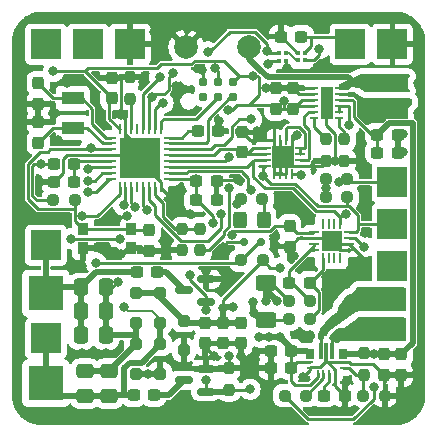
<source format=gbr>
%TF.GenerationSoftware,KiCad,Pcbnew,7.0.1*%
%TF.CreationDate,2024-08-13T13:22:24+02:00*%
%TF.ProjectId,wpt_receiver,7770745f-7265-4636-9569-7665722e6b69,rev?*%
%TF.SameCoordinates,Original*%
%TF.FileFunction,Copper,L1,Top*%
%TF.FilePolarity,Positive*%
%FSLAX46Y46*%
G04 Gerber Fmt 4.6, Leading zero omitted, Abs format (unit mm)*
G04 Created by KiCad (PCBNEW 7.0.1) date 2024-08-13 13:22:24*
%MOMM*%
%LPD*%
G01*
G04 APERTURE LIST*
G04 Aperture macros list*
%AMRoundRect*
0 Rectangle with rounded corners*
0 $1 Rounding radius*
0 $2 $3 $4 $5 $6 $7 $8 $9 X,Y pos of 4 corners*
0 Add a 4 corners polygon primitive as box body*
4,1,4,$2,$3,$4,$5,$6,$7,$8,$9,$2,$3,0*
0 Add four circle primitives for the rounded corners*
1,1,$1+$1,$2,$3*
1,1,$1+$1,$4,$5*
1,1,$1+$1,$6,$7*
1,1,$1+$1,$8,$9*
0 Add four rect primitives between the rounded corners*
20,1,$1+$1,$2,$3,$4,$5,0*
20,1,$1+$1,$4,$5,$6,$7,0*
20,1,$1+$1,$6,$7,$8,$9,0*
20,1,$1+$1,$8,$9,$2,$3,0*%
G04 Aperture macros list end*
%TA.AperFunction,SMDPad,CuDef*%
%ADD10RoundRect,0.237500X-0.237500X0.300000X-0.237500X-0.300000X0.237500X-0.300000X0.237500X0.300000X0*%
%TD*%
%TA.AperFunction,SMDPad,CuDef*%
%ADD11R,3.000000X3.000000*%
%TD*%
%TA.AperFunction,SMDPad,CuDef*%
%ADD12RoundRect,0.237500X-0.250000X-0.237500X0.250000X-0.237500X0.250000X0.237500X-0.250000X0.237500X0*%
%TD*%
%TA.AperFunction,SMDPad,CuDef*%
%ADD13RoundRect,0.237500X0.237500X-0.300000X0.237500X0.300000X-0.237500X0.300000X-0.237500X-0.300000X0*%
%TD*%
%TA.AperFunction,SMDPad,CuDef*%
%ADD14RoundRect,0.237500X-0.300000X-0.237500X0.300000X-0.237500X0.300000X0.237500X-0.300000X0.237500X0*%
%TD*%
%TA.AperFunction,SMDPad,CuDef*%
%ADD15RoundRect,0.150000X0.587500X0.150000X-0.587500X0.150000X-0.587500X-0.150000X0.587500X-0.150000X0*%
%TD*%
%TA.AperFunction,ComponentPad*%
%ADD16R,2.500000X2.500000*%
%TD*%
%TA.AperFunction,SMDPad,CuDef*%
%ADD17RoundRect,0.237500X0.300000X0.237500X-0.300000X0.237500X-0.300000X-0.237500X0.300000X-0.237500X0*%
%TD*%
%TA.AperFunction,SMDPad,CuDef*%
%ADD18RoundRect,0.237500X-0.237500X0.250000X-0.237500X-0.250000X0.237500X-0.250000X0.237500X0.250000X0*%
%TD*%
%TA.AperFunction,SMDPad,CuDef*%
%ADD19RoundRect,0.150000X-0.150000X-0.200000X0.150000X-0.200000X0.150000X0.200000X-0.150000X0.200000X0*%
%TD*%
%TA.AperFunction,SMDPad,CuDef*%
%ADD20RoundRect,0.250000X0.625000X-0.400000X0.625000X0.400000X-0.625000X0.400000X-0.625000X-0.400000X0*%
%TD*%
%TA.AperFunction,SMDPad,CuDef*%
%ADD21R,0.431800X0.431800*%
%TD*%
%TA.AperFunction,SMDPad,CuDef*%
%ADD22R,0.850000X0.280000*%
%TD*%
%TA.AperFunction,SMDPad,CuDef*%
%ADD23R,0.280000X0.850000*%
%TD*%
%TA.AperFunction,SMDPad,CuDef*%
%ADD24R,1.700000X1.700000*%
%TD*%
%TA.AperFunction,SMDPad,CuDef*%
%ADD25RoundRect,0.237500X0.237500X-0.250000X0.237500X0.250000X-0.237500X0.250000X-0.237500X-0.250000X0*%
%TD*%
%TA.AperFunction,SMDPad,CuDef*%
%ADD26RoundRect,0.062500X-0.375000X-0.062500X0.375000X-0.062500X0.375000X0.062500X-0.375000X0.062500X0*%
%TD*%
%TA.AperFunction,SMDPad,CuDef*%
%ADD27RoundRect,0.062500X-0.062500X-0.375000X0.062500X-0.375000X0.062500X0.375000X-0.062500X0.375000X0*%
%TD*%
%TA.AperFunction,SMDPad,CuDef*%
%ADD28R,3.450000X3.450000*%
%TD*%
%TA.AperFunction,SMDPad,CuDef*%
%ADD29R,3.700000X0.980000*%
%TD*%
%TA.AperFunction,SMDPad,CuDef*%
%ADD30RoundRect,0.237500X0.250000X0.237500X-0.250000X0.237500X-0.250000X-0.237500X0.250000X-0.237500X0*%
%TD*%
%TA.AperFunction,SMDPad,CuDef*%
%ADD31RoundRect,0.250000X-0.250000X0.250000X-0.250000X-0.250000X0.250000X-0.250000X0.250000X0.250000X0*%
%TD*%
%TA.AperFunction,ConnectorPad*%
%ADD32C,0.787400*%
%TD*%
%TA.AperFunction,SMDPad,CuDef*%
%ADD33R,0.240000X0.599999*%
%TD*%
%TA.AperFunction,SMDPad,CuDef*%
%ADD34R,0.599999X0.240000*%
%TD*%
%TA.AperFunction,SMDPad,CuDef*%
%ADD35R,0.700001X0.850001*%
%TD*%
%TA.AperFunction,SMDPad,CuDef*%
%ADD36R,0.349999X1.450000*%
%TD*%
%TA.AperFunction,SMDPad,CuDef*%
%ADD37R,0.349999X1.799999*%
%TD*%
%TA.AperFunction,SMDPad,CuDef*%
%ADD38RoundRect,0.250000X-0.325000X-0.450000X0.325000X-0.450000X0.325000X0.450000X-0.325000X0.450000X0*%
%TD*%
%TA.AperFunction,SMDPad,CuDef*%
%ADD39R,0.660400X0.254000*%
%TD*%
%TA.AperFunction,SMDPad,CuDef*%
%ADD40R,1.092200X2.743200*%
%TD*%
%TA.AperFunction,SMDPad,CuDef*%
%ADD41R,3.400000X0.980000*%
%TD*%
%TA.AperFunction,SMDPad,CuDef*%
%ADD42RoundRect,0.250000X-0.337500X-0.475000X0.337500X-0.475000X0.337500X0.475000X-0.337500X0.475000X0*%
%TD*%
%TA.AperFunction,SMDPad,CuDef*%
%ADD43RoundRect,0.250000X-0.475000X0.337500X-0.475000X-0.337500X0.475000X-0.337500X0.475000X0.337500X0*%
%TD*%
%TA.AperFunction,SMDPad,CuDef*%
%ADD44R,1.900000X1.100000*%
%TD*%
%TA.AperFunction,SMDPad,CuDef*%
%ADD45R,0.812800X0.254000*%
%TD*%
%TA.AperFunction,SMDPad,CuDef*%
%ADD46R,0.254000X0.812800*%
%TD*%
%TA.AperFunction,SMDPad,CuDef*%
%ADD47R,1.828800X1.828800*%
%TD*%
%TA.AperFunction,SMDPad,CuDef*%
%ADD48R,0.900000X1.000000*%
%TD*%
%TA.AperFunction,ComponentPad*%
%ADD49C,2.000000*%
%TD*%
%TA.AperFunction,ViaPad*%
%ADD50C,0.800000*%
%TD*%
%TA.AperFunction,Conductor*%
%ADD51C,0.250000*%
%TD*%
%TA.AperFunction,Conductor*%
%ADD52C,0.254000*%
%TD*%
%TA.AperFunction,Conductor*%
%ADD53C,0.508000*%
%TD*%
%TA.AperFunction,Conductor*%
%ADD54C,0.200000*%
%TD*%
%TA.AperFunction,Conductor*%
%ADD55C,0.127000*%
%TD*%
G04 APERTURE END LIST*
D10*
%TO.P,C17,1*%
%TO.N,/receiver/VRECT*%
X141478000Y-129774000D03*
%TO.P,C17,2*%
%TO.N,GND*%
X141478000Y-131499000D03*
%TD*%
D11*
%TO.P,L2,1,1*%
%TO.N,/receiver/COIL-*%
X126492000Y-134874000D03*
%TO.P,L2,2,2*%
%TO.N,/receiver/COIL+*%
X126492000Y-127254000D03*
%TD*%
D12*
%TO.P,R15,1*%
%TO.N,/power/3V5*%
X146706000Y-135913001D03*
%TO.P,R15,2*%
%TO.N,Net-(U8-PG)*%
X148531000Y-135913001D03*
%TD*%
D13*
%TO.P,C31,1*%
%TO.N,/mcu/3V3*%
X145948400Y-111619370D03*
%TO.P,C31,2*%
%TO.N,GND*%
X145948400Y-109894370D03*
%TD*%
D10*
%TO.P,C21,1*%
%TO.N,GND*%
X143078200Y-113564500D03*
%TO.P,C21,2*%
%TO.N,/mcu/3V3_POT*%
X143078200Y-115289500D03*
%TD*%
D14*
%TO.P,C40,1*%
%TO.N,/mcu/3V3*%
X139218500Y-117729000D03*
%TO.P,C40,2*%
%TO.N,GND*%
X140943500Y-117729000D03*
%TD*%
%TO.P,C38,1*%
%TO.N,/mcu/3V3*%
X139218500Y-119380000D03*
%TO.P,C38,2*%
%TO.N,GND*%
X140943500Y-119380000D03*
%TD*%
D15*
%TO.P,Q2,1,G*%
%TO.N,/mcu/MOD*%
X140051000Y-135570000D03*
%TO.P,Q2,2,S*%
%TO.N,GND*%
X140051000Y-133670000D03*
%TO.P,Q2,3,D*%
%TO.N,Net-(Q2-D)*%
X138176000Y-134620000D03*
%TD*%
D16*
%TO.P,TP1,1,1*%
%TO.N,/receiver/COIL+*%
X126492000Y-123190000D03*
%TD*%
D17*
%TO.P,C37,1*%
%TO.N,Net-(U10-VDDA)*%
X128878500Y-117856000D03*
%TO.P,C37,2*%
%TO.N,GND*%
X127153500Y-117856000D03*
%TD*%
D14*
%TO.P,C45,1*%
%TO.N,Net-(U11-BUS)*%
X147092500Y-126365000D03*
%TO.P,C45,2*%
%TO.N,Net-(U11-IN+)*%
X148817500Y-126365000D03*
%TD*%
D18*
%TO.P,R25,1*%
%TO.N,Net-(U9-VCHG)*%
X150241000Y-114212370D03*
%TO.P,R25,2*%
%TO.N,GND*%
X150241000Y-116037370D03*
%TD*%
%TO.P,R14,1*%
%TO.N,Net-(U9-OSEL)*%
X151765000Y-114212370D03*
%TO.P,R14,2*%
%TO.N,GND*%
X151765000Y-116037370D03*
%TD*%
D19*
%TO.P,D11,1,K*%
%TO.N,/mcu/WAKEUP*%
X144679500Y-122936000D03*
%TO.P,D11,2,A*%
%TO.N,GND*%
X143279500Y-122936000D03*
%TD*%
D14*
%TO.P,C33,1*%
%TO.N,/power/3V5*%
X154539300Y-113817486D03*
%TO.P,C33,2*%
%TO.N,GND*%
X156264300Y-113817486D03*
%TD*%
D20*
%TO.P,R28,1*%
%TO.N,/power/VRECT*%
X145134250Y-129491500D03*
%TO.P,R28,2*%
%TO.N,/power/VSENSE*%
X145134250Y-126391500D03*
%TD*%
D12*
%TO.P,R1,1*%
%TO.N,/mcu/LED*%
X142978500Y-119253000D03*
%TO.P,R1,2*%
%TO.N,Net-(D4-A)*%
X144803500Y-119253000D03*
%TD*%
D21*
%TO.P,U12,1,VOUT*%
%TO.N,/power/VOUT*%
X148409700Y-106908600D03*
%TO.P,U12,2,GND*%
%TO.N,GND*%
X147806500Y-106908600D03*
%TO.P,U12,3,VIN*%
%TO.N,Net-(U1-VIN)*%
X147806500Y-107518200D03*
%TO.P,U12,4,EN*%
%TO.N,/mcu/OUTPUT_EN*%
X148409700Y-107518200D03*
%TD*%
D16*
%TO.P,TP5,1,1*%
%TO.N,/mcu/SCL*%
X155829000Y-117856000D03*
%TD*%
D22*
%TO.P,U11,1,A1*%
%TO.N,GND*%
X152146000Y-123571000D03*
%TO.P,U11,2,A0*%
X152146000Y-123070999D03*
%TO.P,U11,3,ALERT*%
%TO.N,/mcu/POWER_ALRT*%
X152146000Y-122570999D03*
%TO.P,U11,4,SDA*%
%TO.N,/mcu/SDA*%
X152146000Y-122070998D03*
D23*
%TO.P,U11,5,SCL*%
%TO.N,/mcu/SCL*%
X151421188Y-121345998D03*
%TO.P,U11,6,NC*%
%TO.N,unconnected-(U11-NC-Pad6)*%
X150921062Y-121345998D03*
%TO.P,U11,7,NC*%
%TO.N,unconnected-(U11-NC-Pad7)*%
X150420936Y-121345998D03*
%TO.P,U11,8,NC*%
%TO.N,unconnected-(U11-NC-Pad8)*%
X149920810Y-121345998D03*
D22*
%TO.P,U11,9,VS+*%
%TO.N,/mcu/3V3*%
X149195998Y-122070998D03*
%TO.P,U11,10,GND*%
%TO.N,GND*%
X149195998Y-122570999D03*
%TO.P,U11,11,BUS*%
%TO.N,Net-(U11-BUS)*%
X149195998Y-123070999D03*
%TO.P,U11,12,IN-*%
X149195998Y-123571000D03*
D23*
%TO.P,U11,13,IN+*%
%TO.N,Net-(U11-IN+)*%
X149920810Y-124296000D03*
%TO.P,U11,14,NC*%
%TO.N,unconnected-(U11-NC-Pad14)*%
X150420936Y-124296000D03*
%TO.P,U11,15,NC*%
%TO.N,unconnected-(U11-NC-Pad15)*%
X150921062Y-124296000D03*
%TO.P,U11,16,NC*%
%TO.N,unconnected-(U11-NC-Pad16)*%
X151421188Y-124296000D03*
D24*
%TO.P,U11,17,EPAD*%
%TO.N,GND*%
X150670999Y-122820999D03*
%TD*%
D10*
%TO.P,C44,1*%
%TO.N,/mcu/NRST*%
X135237000Y-121935000D03*
%TO.P,C44,2*%
%TO.N,GND*%
X135237000Y-123660000D03*
%TD*%
D25*
%TO.P,R11,1*%
%TO.N,/mcu/MOD*%
X141986000Y-135429000D03*
%TO.P,R11,2*%
%TO.N,GND*%
X141986000Y-133604000D03*
%TD*%
D26*
%TO.P,U10,1,PC14*%
%TO.N,/mcu/OSC_IN*%
X132031000Y-114062000D03*
%TO.P,U10,2,PC15*%
%TO.N,/mcu/OSC_OUT*%
X132031000Y-114562000D03*
%TO.P,U10,3,NRST*%
%TO.N,/mcu/NRST*%
X132031000Y-115062000D03*
%TO.P,U10,4,VSSA*%
%TO.N,GND*%
X132031000Y-115562000D03*
%TO.P,U10,5,VDDA*%
%TO.N,Net-(U10-VDDA)*%
X132031000Y-116062000D03*
%TO.P,U10,6,PA0*%
%TO.N,/mcu/WAKEUP*%
X132031000Y-116562000D03*
%TO.P,U10,7,PA1*%
%TO.N,/mcu/POWER_ALRT*%
X132031000Y-117062000D03*
%TO.P,U10,8,PA2*%
%TO.N,/mcu/SUBSYS_COMM_TX*%
X132031000Y-117562000D03*
D27*
%TO.P,U10,9,PA3*%
%TO.N,/mcu/SUBSYS_COMM_RX*%
X132718500Y-118249500D03*
%TO.P,U10,10,PA4*%
%TO.N,Net-(JP4-A)*%
X133218500Y-118249500D03*
%TO.P,U10,11,PA5*%
%TO.N,Net-(JP1-A)*%
X133718500Y-118249500D03*
%TO.P,U10,12,PA6*%
%TO.N,unconnected-(U10-PA6-Pad12)*%
X134218500Y-118249500D03*
%TO.P,U10,13,PA7*%
%TO.N,Net-(JP1-B)*%
X134718500Y-118249500D03*
%TO.P,U10,14,PB0*%
%TO.N,/mcu/LED*%
X135218500Y-118249500D03*
%TO.P,U10,15,PB1*%
%TO.N,/mcu/CAP_VOLTAGE*%
X135718500Y-118249500D03*
%TO.P,U10,16,VSS*%
%TO.N,GND*%
X136218500Y-118249500D03*
D26*
%TO.P,U10,17,VDD*%
%TO.N,/mcu/3V3*%
X136906000Y-117562000D03*
%TO.P,U10,18,PA8*%
%TO.N,/mcu/I2C_EN*%
X136906000Y-117062000D03*
%TO.P,U10,19,PA9*%
%TO.N,/mcu/SCL*%
X136906000Y-116562000D03*
%TO.P,U10,20,PA10*%
%TO.N,/mcu/SDA*%
X136906000Y-116062000D03*
%TO.P,U10,21,PA11*%
%TO.N,/mcu/3V3_POT*%
X136906000Y-115562000D03*
%TO.P,U10,22,PA12*%
%TO.N,/mcu/CHG_EN*%
X136906000Y-115062000D03*
%TO.P,U10,23,PA13*%
%TO.N,/mcu/SWDIO*%
X136906000Y-114562000D03*
%TO.P,U10,24,VDDIO2*%
%TO.N,/mcu/3V3*%
X136906000Y-114062000D03*
D27*
%TO.P,U10,25,PA14*%
%TO.N,/mcu/SWCLK*%
X136218500Y-113374500D03*
%TO.P,U10,26,PB4*%
%TO.N,Net-(JP3-A)*%
X135718500Y-113374500D03*
%TO.P,U10,27,PB5*%
%TO.N,/mcu/OUTPUT_EN*%
X135218500Y-113374500D03*
%TO.P,U10,28,PB6*%
%TO.N,/mcu/MOD*%
X134718500Y-113374500D03*
%TO.P,U10,29,PB7*%
%TO.N,/mcu/UART_RX*%
X134218500Y-113374500D03*
%TO.P,U10,30,BOOT0*%
%TO.N,Net-(U10-BOOT0)*%
X133718500Y-113374500D03*
%TO.P,U10,31,VSS*%
%TO.N,GND*%
X133218500Y-113374500D03*
%TO.P,U10,32,VDD*%
%TO.N,/mcu/3V3*%
X132718500Y-113374500D03*
D28*
%TO.P,U10,33,VSS*%
%TO.N,GND*%
X134468500Y-115812000D03*
%TD*%
D17*
%TO.P,C22,1*%
%TO.N,/power/VOUT*%
X148117972Y-105511600D03*
%TO.P,C22,2*%
%TO.N,GND*%
X146392972Y-105511600D03*
%TD*%
D16*
%TO.P,TP4,1,1*%
%TO.N,/mcu/SDA*%
X155829000Y-121412000D03*
%TD*%
D29*
%TO.P,L5,1,1*%
%TO.N,Net-(C2-+)*%
X155301300Y-109584486D03*
%TO.P,L5,2,2*%
%TO.N,Net-(U9-SW)*%
X155301300Y-111954486D03*
%TD*%
D10*
%TO.P,C27,1*%
%TO.N,/power/3V5*%
X156588000Y-132424000D03*
%TO.P,C27,2*%
%TO.N,GND*%
X156588000Y-134149000D03*
%TD*%
D16*
%TO.P,TP10,1,1*%
%TO.N,GND*%
X155829000Y-106172000D03*
%TD*%
D30*
%TO.P,R31,1*%
%TO.N,/mcu/SCL*%
X152019000Y-117602000D03*
%TO.P,R31,2*%
%TO.N,/mcu/I2C_EN*%
X150194000Y-117602000D03*
%TD*%
D31*
%TO.P,D1,1,K*%
%TO.N,/receiver/VRECT*%
X134112000Y-127254000D03*
%TO.P,D1,2,A*%
%TO.N,/mcu/IN+*%
X134112000Y-129754000D03*
%TD*%
D14*
%TO.P,C19,1*%
%TO.N,/receiver/COIL+*%
X134165000Y-125476000D03*
%TO.P,C19,2*%
%TO.N,Net-(Q1-D)*%
X135890000Y-125476000D03*
%TD*%
%TO.P,FB1,1*%
%TO.N,/mcu/3V3*%
X127153500Y-116332000D03*
%TO.P,FB1,2*%
%TO.N,Net-(U10-VDDA)*%
X128878500Y-116332000D03*
%TD*%
D32*
%TO.P,J1,1,VCC*%
%TO.N,/mcu/3V3*%
X142367000Y-109347000D03*
%TO.P,J1,2,SWDIO/TMS*%
%TO.N,/mcu/SWDIO*%
X142367000Y-110617000D03*
%TO.P,J1,3,~{RESET}*%
%TO.N,/mcu/NRST*%
X141097000Y-109347000D03*
%TO.P,J1,4,SWCLK/TCK*%
%TO.N,/mcu/SWCLK*%
X141097000Y-110617000D03*
%TO.P,J1,5,GND*%
%TO.N,GND*%
X139827000Y-109347000D03*
%TO.P,J1,6,SWO/TDO*%
%TO.N,unconnected-(J1-SWO{slash}TDO-Pad6)*%
X139827000Y-110617000D03*
%TD*%
D33*
%TO.P,U8,1,PS_SYNC*%
%TO.N,/power/VSENSE*%
X149487999Y-134029000D03*
%TO.P,U8,2,PG*%
%TO.N,Net-(U8-PG)*%
X149987998Y-134029000D03*
%TO.P,U8,3,VAUX*%
%TO.N,Net-(U8-VAUX)*%
X150488000Y-134029000D03*
%TO.P,U8,4,GND*%
%TO.N,GND*%
X150987998Y-134029000D03*
D34*
%TO.P,U8,5,FB*%
%TO.N,Net-(U8-FB)*%
X151638000Y-133604000D03*
%TO.P,U8,6,FB2*%
%TO.N,GND*%
X151638000Y-133104001D03*
D35*
%TO.P,U8,7,VOUT*%
%TO.N,/power/3V5*%
X151638000Y-132354000D03*
%TO.P,U8,8,VOUT*%
X151638000Y-132354000D03*
D36*
%TO.P,U8,9,L2*%
%TO.N,Net-(U8-L2)*%
X150737999Y-132104000D03*
D37*
%TO.P,U8,10,PGND*%
%TO.N,GND*%
X150238000Y-132279001D03*
D36*
%TO.P,U8,11,L1*%
%TO.N,Net-(U8-L1)*%
X149738001Y-132104000D03*
D35*
%TO.P,U8,12,VIN*%
%TO.N,/power/VSENSE*%
X148838000Y-132354000D03*
%TO.P,U8,13,VIN*%
X148838000Y-132354000D03*
D34*
%TO.P,U8,14,EN*%
X148838000Y-133104001D03*
%TO.P,U8,15,VSEL*%
%TO.N,GND*%
X148838000Y-133604000D03*
%TD*%
D15*
%TO.P,Q1,1,G*%
%TO.N,/mcu/MOD*%
X140051000Y-127950000D03*
%TO.P,Q1,2,S*%
%TO.N,GND*%
X140051000Y-126050000D03*
%TO.P,Q1,3,D*%
%TO.N,Net-(Q1-D)*%
X138176000Y-127000000D03*
%TD*%
D17*
%TO.P,C26,1*%
%TO.N,/power/VSENSE*%
X147261000Y-132118001D03*
%TO.P,C26,2*%
%TO.N,GND*%
X145536000Y-132118001D03*
%TD*%
D13*
%TO.P,C42,1*%
%TO.N,/mcu/OSC_OUT*%
X125832500Y-114489000D03*
%TO.P,C42,2*%
%TO.N,GND*%
X125832500Y-112764000D03*
%TD*%
D14*
%TO.P,C34,1*%
%TO.N,/power/3V5*%
X154539300Y-115341486D03*
%TO.P,C34,2*%
%TO.N,GND*%
X156264300Y-115341486D03*
%TD*%
%TO.P,C43,1*%
%TO.N,/mcu/3V3*%
X139328000Y-113538000D03*
%TO.P,C43,2*%
%TO.N,GND*%
X141053000Y-113538000D03*
%TD*%
D12*
%TO.P,R23,1*%
%TO.N,Net-(U8-FB)*%
X153357000Y-135913001D03*
%TO.P,R23,2*%
%TO.N,GND*%
X155182000Y-135913001D03*
%TD*%
D38*
%TO.P,D4,1,K*%
%TO.N,GND*%
X142880500Y-121031000D03*
%TO.P,D4,2,A*%
%TO.N,Net-(D4-A)*%
X144930500Y-121031000D03*
%TD*%
D13*
%TO.P,C41,1*%
%TO.N,/mcu/3V3*%
X132062500Y-110729000D03*
%TO.P,C41,2*%
%TO.N,GND*%
X132062500Y-109004000D03*
%TD*%
D16*
%TO.P,TP11,1,1*%
%TO.N,GND*%
X133604000Y-106172000D03*
%TD*%
D39*
%TO.P,U9,1,OSEL*%
%TO.N,Net-(U9-OSEL)*%
X151282400Y-112387126D03*
%TO.P,U9,2,MODE*%
%TO.N,/mcu/CHG_EN*%
X151282400Y-111887000D03*
%TO.P,U9,3,EN*%
X151282400Y-111386874D03*
%TO.P,U9,4,VIN*%
%TO.N,/power/3V5*%
X151282400Y-110886748D03*
%TO.P,U9,5,SW*%
%TO.N,Net-(U9-SW)*%
X151282400Y-110386622D03*
%TO.P,U9,6,SUP*%
%TO.N,Net-(C2-+)*%
X151282400Y-109886496D03*
%TO.P,U9,7,PGND*%
%TO.N,GND*%
X149225000Y-109886496D03*
%TO.P,U9,8,AGND*%
X149225000Y-110386622D03*
%TO.P,U9,9,VOUT*%
%TO.N,/mcu/3V3*%
X149225000Y-110886748D03*
%TO.P,U9,10,VOUT*%
X149225000Y-111386874D03*
%TO.P,U9,11,ICHG*%
%TO.N,/power/ICHG*%
X149225000Y-111887000D03*
%TO.P,U9,12,VCHG*%
%TO.N,Net-(U9-VCHG)*%
X149225000Y-112387126D03*
D40*
%TO.P,U9,13,13*%
%TO.N,GND*%
X150253700Y-111136811D03*
%TD*%
D41*
%TO.P,L4,1,1*%
%TO.N,Net-(U8-L1)*%
X154940000Y-127974000D03*
%TO.P,L4,2,2*%
%TO.N,Net-(U8-L2)*%
X154940000Y-130344000D03*
%TD*%
D31*
%TO.P,D3,1,K*%
%TO.N,/receiver/VRECT*%
X136144000Y-127254000D03*
%TO.P,D3,2,A*%
%TO.N,/receiver/COIL-*%
X136144000Y-129754000D03*
%TD*%
D10*
%TO.P,C18,1*%
%TO.N,/receiver/VRECT*%
X139954000Y-129774000D03*
%TO.P,C18,2*%
%TO.N,GND*%
X139954000Y-131499000D03*
%TD*%
D12*
%TO.P,R33,1*%
%TO.N,/power/VRECT*%
X147042500Y-129439500D03*
%TO.P,R33,2*%
%TO.N,Net-(U11-IN+)*%
X148867500Y-129439500D03*
%TD*%
D31*
%TO.P,D8,1,K*%
%TO.N,/receiver/VRECT*%
X138176000Y-129560000D03*
%TO.P,D8,2,A*%
%TO.N,GND*%
X138176000Y-132060000D03*
%TD*%
D16*
%TO.P,TP6,1,1*%
%TO.N,/power/VOUT*%
X152273000Y-106172000D03*
%TD*%
D42*
%TO.P,C4,1*%
%TO.N,/receiver/COIL+*%
X129497000Y-126746000D03*
%TO.P,C4,2*%
%TO.N,/mcu/IN+*%
X131572000Y-126746000D03*
%TD*%
D10*
%TO.P,C46,1*%
%TO.N,/mcu/3V3*%
X147114999Y-121565500D03*
%TO.P,C46,2*%
%TO.N,GND*%
X147114999Y-123290500D03*
%TD*%
D43*
%TO.P,C15,1*%
%TO.N,/mcu/IN+*%
X129794000Y-133858000D03*
%TO.P,C15,2*%
%TO.N,/receiver/COIL-*%
X129794000Y-135933000D03*
%TD*%
D16*
%TO.P,TP8,1,1*%
%TO.N,/receiver/VRECT*%
X155829000Y-124968000D03*
%TD*%
D12*
%TO.P,R13,1*%
%TO.N,/mcu/WAKEUP*%
X143005000Y-124460000D03*
%TO.P,R13,2*%
%TO.N,/receiver/VRECT*%
X144830000Y-124460000D03*
%TD*%
D10*
%TO.P,C39,1*%
%TO.N,/mcu/OSC_IN*%
X125832500Y-109462000D03*
%TO.P,C39,2*%
%TO.N,GND*%
X125832500Y-111187000D03*
%TD*%
D16*
%TO.P,TP2,1,1*%
%TO.N,/receiver/COIL-*%
X126492000Y-131064000D03*
%TD*%
D14*
%TO.P,C20,1*%
%TO.N,/receiver/COIL-*%
X133911000Y-135890000D03*
%TO.P,C20,2*%
%TO.N,Net-(Q2-D)*%
X135636000Y-135890000D03*
%TD*%
D16*
%TO.P,TP7,1,1*%
%TO.N,/mcu/SUBSYS_COMM_TX*%
X130048000Y-106172000D03*
%TD*%
D21*
%TO.P,U1,1,VOUT*%
%TO.N,/mcu/3V3*%
X146245872Y-107543600D03*
%TO.P,U1,2,GND*%
%TO.N,GND*%
X146849072Y-107543600D03*
%TO.P,U1,3,VIN*%
%TO.N,Net-(U1-VIN)*%
X146849072Y-106934000D03*
%TO.P,U1,4,EN*%
%TO.N,/mcu/OUTPUT_EN*%
X146245872Y-106934000D03*
%TD*%
D31*
%TO.P,D5,1,K*%
%TO.N,/receiver/COIL-*%
X136144000Y-131572000D03*
%TO.P,D5,2,A*%
%TO.N,GND*%
X136144000Y-134072000D03*
%TD*%
D13*
%TO.P,C32,1*%
%TO.N,/mcu/3V3*%
X147412400Y-111619370D03*
%TO.P,C32,2*%
%TO.N,GND*%
X147412400Y-109894370D03*
%TD*%
D30*
%TO.P,R30,1*%
%TO.N,/mcu/SDA*%
X152019000Y-119126000D03*
%TO.P,R30,2*%
%TO.N,/mcu/I2C_EN*%
X150194000Y-119126000D03*
%TD*%
D44*
%TO.P,Y1,1,1*%
%TO.N,/mcu/OSC_IN*%
X128760500Y-110732000D03*
%TO.P,Y1,2,2*%
%TO.N,/mcu/OSC_OUT*%
X128760500Y-113232000D03*
%TD*%
D30*
%TO.P,R34,1*%
%TO.N,Net-(U11-BUS)*%
X148867500Y-127915500D03*
%TO.P,R34,2*%
%TO.N,/power/VSENSE*%
X147042500Y-127915500D03*
%TD*%
D42*
%TO.P,C6,1*%
%TO.N,/receiver/COIL+*%
X129497000Y-130810000D03*
%TO.P,C6,2*%
%TO.N,/mcu/IN+*%
X131572000Y-130810000D03*
%TD*%
%TO.P,C5,1*%
%TO.N,/receiver/COIL+*%
X129497000Y-128778000D03*
%TO.P,C5,2*%
%TO.N,/mcu/IN+*%
X131572000Y-128778000D03*
%TD*%
D25*
%TO.P,R2,1*%
%TO.N,Net-(C2-+)*%
X139573000Y-123594500D03*
%TO.P,R2,2*%
%TO.N,/mcu/CAP_VOLTAGE*%
X139573000Y-121769500D03*
%TD*%
D45*
%TO.P,U6,1,GND*%
%TO.N,GND*%
X148005800Y-116447001D03*
%TO.P,U6,2,A1*%
%TO.N,/power/ICHG*%
X148005800Y-115947000D03*
%TO.P,U6,3,W1*%
%TO.N,Net-(U6-A2)*%
X148005800Y-115447000D03*
%TO.P,U6,4,B1*%
X148005800Y-114946999D03*
D46*
%TO.P,U6,5,VSS*%
%TO.N,GND*%
X147308001Y-114249200D03*
%TO.P,U6,6,A2*%
%TO.N,Net-(U6-A2)*%
X146808000Y-114249200D03*
%TO.P,U6,7,W2*%
%TO.N,GND*%
X146308000Y-114249200D03*
%TO.P,U6,8,B2*%
X145807999Y-114249200D03*
D45*
%TO.P,U6,9,VDD*%
%TO.N,/mcu/3V3_POT*%
X145110200Y-114946999D03*
%TO.P,U6,10,VLOGIC*%
X145110200Y-115447000D03*
%TO.P,U6,11,SCLK*%
%TO.N,/mcu/SCL*%
X145110200Y-115947000D03*
%TO.P,U6,12,SDI*%
%TO.N,/mcu/SDA*%
X145110200Y-116447001D03*
D46*
%TO.P,U6,13,SDO*%
%TO.N,GND*%
X145807999Y-117144800D03*
%TO.P,U6,14,\u002ASYNC*%
X146308000Y-117144800D03*
%TO.P,U6,15,INDEP*%
X146808000Y-117144800D03*
%TO.P,U6,16,\u002ARESET*%
%TO.N,/mcu/3V3_POT*%
X147308001Y-117144800D03*
D47*
%TO.P,U6,17,EPAD*%
%TO.N,GND*%
X146558000Y-115697000D03*
%TD*%
D43*
%TO.P,C14,1*%
%TO.N,/mcu/IN+*%
X131826000Y-133858000D03*
%TO.P,C14,2*%
%TO.N,/receiver/COIL-*%
X131826000Y-135933000D03*
%TD*%
D12*
%TO.P,R32,1*%
%TO.N,/mcu/3V3*%
X127103500Y-119380000D03*
%TO.P,R32,2*%
%TO.N,/mcu/NRST*%
X128928500Y-119380000D03*
%TD*%
D48*
%TO.P,SW1,1,1*%
%TO.N,/mcu/NRST*%
X129631000Y-121844000D03*
X133731000Y-121844000D03*
%TO.P,SW1,2,2*%
%TO.N,GND*%
X129631000Y-123444000D03*
X133731000Y-123444000D03*
%TD*%
D31*
%TO.P,D2,1,K*%
%TO.N,/mcu/IN+*%
X134112000Y-131572000D03*
%TO.P,D2,2,A*%
%TO.N,GND*%
X134112000Y-134072000D03*
%TD*%
D10*
%TO.P,C16,1*%
%TO.N,/receiver/VRECT*%
X143002000Y-129774000D03*
%TO.P,C16,2*%
%TO.N,GND*%
X143002000Y-131499000D03*
%TD*%
%TO.P,C28,1*%
%TO.N,/power/3V5*%
X155094000Y-132424000D03*
%TO.P,C28,2*%
%TO.N,GND*%
X155094000Y-134149000D03*
%TD*%
D14*
%TO.P,C29,1*%
%TO.N,Net-(U8-VAUX)*%
X150058000Y-135913001D03*
%TO.P,C29,2*%
%TO.N,GND*%
X151783000Y-135913001D03*
%TD*%
D18*
%TO.P,R29,1*%
%TO.N,GND*%
X133586500Y-108942500D03*
%TO.P,R29,2*%
%TO.N,Net-(U10-BOOT0)*%
X133586500Y-110767500D03*
%TD*%
%TO.P,R3,1*%
%TO.N,/mcu/CAP_VOLTAGE*%
X138049000Y-121793000D03*
%TO.P,R3,2*%
%TO.N,GND*%
X138049000Y-123618000D03*
%TD*%
%TO.P,R22,1*%
%TO.N,/power/3V5*%
X153380000Y-132342001D03*
%TO.P,R22,2*%
%TO.N,Net-(U8-FB)*%
X153380000Y-134167001D03*
%TD*%
D17*
%TO.P,C25,1*%
%TO.N,/power/VSENSE*%
X147261000Y-133612001D03*
%TO.P,C25,2*%
%TO.N,GND*%
X145536000Y-133612001D03*
%TD*%
D16*
%TO.P,TP9,1,1*%
%TO.N,/mcu/SUBSYS_COMM_RX*%
X126492000Y-106172000D03*
%TD*%
D49*
%TO.P,C2,1,-*%
%TO.N,GND*%
X138366000Y-106426000D03*
%TO.P,C2,2,+*%
%TO.N,Net-(C2-+)*%
X143666000Y-106426000D03*
%TD*%
D50*
%TO.N,/mcu/3V3*%
X126111000Y-116332000D03*
X145288000Y-107823000D03*
X141946052Y-111720052D03*
X146685000Y-110998000D03*
X127127000Y-108458000D03*
X139328000Y-113538000D03*
X139227500Y-117590000D03*
X140611932Y-121278092D03*
X142240000Y-122282500D03*
X144012851Y-108843646D03*
%TO.N,Net-(C2-+)*%
X141986000Y-118364000D03*
%TO.N,/mcu/IN+*%
X132588000Y-126256500D03*
%TO.N,/receiver/COIL-*%
X133096000Y-128397000D03*
%TO.N,/receiver/VRECT*%
X142367000Y-128397000D03*
X141478000Y-128524000D03*
X146304000Y-125095000D03*
%TO.N,/mcu/3V3_POT*%
X143078200Y-115289500D03*
X148082000Y-117221000D03*
%TO.N,/power/VSENSE*%
X146304000Y-130937000D03*
X144526000Y-130937000D03*
X146050000Y-127889000D03*
X145415000Y-130937000D03*
X145161000Y-127889000D03*
%TO.N,/power/3V5*%
X154269500Y-135163971D03*
X154305000Y-132424000D03*
%TO.N,/mcu/NRST*%
X130302000Y-114910500D03*
X140843000Y-108204000D03*
%TO.N,/mcu/WAKEUP*%
X130015500Y-116713500D03*
X130723500Y-124695500D03*
%TO.N,Net-(JP1-A)*%
X134051696Y-119966965D03*
%TO.N,Net-(JP1-B)*%
X135029297Y-120175056D03*
%TO.N,GND*%
X150368000Y-128270000D03*
X151892000Y-126492000D03*
X134453667Y-115826496D03*
X140733000Y-132588000D03*
X143002000Y-104394000D03*
X137668000Y-104394000D03*
X151003000Y-116078000D03*
X128016000Y-120904000D03*
X151892000Y-134747000D03*
X132842000Y-112141000D03*
X153162000Y-116078000D03*
X146939000Y-108195370D03*
X143002000Y-132588000D03*
X151765000Y-137160000D03*
X153543000Y-119888000D03*
X148844000Y-124968000D03*
X148232246Y-134349500D03*
X157988000Y-107188000D03*
X157861000Y-134112000D03*
X155194000Y-137160000D03*
X157988000Y-106172000D03*
X144526000Y-104394000D03*
X128270000Y-109474000D03*
X156752500Y-115316000D03*
X147708572Y-113856328D03*
X124206000Y-132588000D03*
X124460000Y-111633000D03*
X147320000Y-119634000D03*
X124460000Y-112522000D03*
X139700000Y-108331000D03*
X156591000Y-135763000D03*
X142748000Y-117620500D03*
X135128000Y-134072000D03*
X144399000Y-113538000D03*
X146558000Y-115697000D03*
X136652000Y-123698000D03*
X141224000Y-123571000D03*
X145162800Y-109855000D03*
X150241000Y-112014000D03*
X127762000Y-137668000D03*
X124206000Y-124968000D03*
X157988000Y-109474000D03*
X157988000Y-112014000D03*
X144272000Y-132334000D03*
X131572000Y-132334000D03*
X137541000Y-109728000D03*
X156752500Y-113792000D03*
X144780000Y-137668000D03*
X141143966Y-112695966D03*
X153416000Y-124714000D03*
X140943500Y-119380000D03*
X134747000Y-109347000D03*
X142875000Y-121031000D03*
X138176000Y-133350000D03*
X143764000Y-133531998D03*
X135636000Y-105156000D03*
X135636000Y-106172000D03*
X141986000Y-132588000D03*
X145796000Y-122665500D03*
X138684000Y-120523000D03*
X137160000Y-119253000D03*
X140081000Y-125347000D03*
X150241000Y-111125000D03*
X132842000Y-123952000D03*
X129540000Y-124968000D03*
X147455319Y-124087319D03*
X150241000Y-110236000D03*
X126000500Y-117856000D03*
X133350000Y-120744498D03*
X140208000Y-137668000D03*
X124206000Y-120650000D03*
X129540000Y-132334000D03*
X124206000Y-129540000D03*
X127508000Y-114300000D03*
X139192000Y-104394000D03*
X153543000Y-122174000D03*
X133096000Y-137668000D03*
X148844000Y-130810000D03*
%TO.N,Net-(JP3-A)*%
X136398000Y-111125000D03*
%TO.N,Net-(JP4-A)*%
X133065320Y-119786395D03*
%TO.N,/power/VRECT*%
X144145000Y-128905000D03*
X144047687Y-128003277D03*
%TO.N,/mcu/MOD*%
X140081000Y-134620000D03*
X136107845Y-108966000D03*
X143764000Y-135382000D03*
X138684000Y-125730000D03*
X140081000Y-128637000D03*
%TO.N,/mcu/LED*%
X141334500Y-120523000D03*
X142637500Y-119731500D03*
%TO.N,/mcu/SDA*%
X144907000Y-117348000D03*
X142003000Y-115714000D03*
%TO.N,/mcu/I2C_EN*%
X150194000Y-118364000D03*
X143891000Y-118491000D03*
%TO.N,/mcu/SCL*%
X151280828Y-117856484D03*
X151892000Y-120523000D03*
%TO.N,/mcu/SUBSYS_COMM_TX*%
X130015500Y-118712506D03*
%TO.N,/mcu/SUBSYS_COMM_RX*%
X129580000Y-120744498D03*
%TO.N,/mcu/OUTPUT_EN*%
X140208000Y-106807000D03*
X149606000Y-106553000D03*
X137287000Y-108585000D03*
X135509000Y-110617000D03*
X145237358Y-106724734D03*
%TO.N,/mcu/CHG_EN*%
X152146000Y-113030000D03*
X143891000Y-112522000D03*
%TO.N,/mcu/POWER_ALRT*%
X128649891Y-122622074D03*
X153416000Y-123317000D03*
X132731000Y-122682000D03*
X130015500Y-117713003D03*
%TD*%
D51*
%TO.N,/mcu/3V3*%
X139199500Y-117562000D02*
X139227500Y-117590000D01*
D52*
X146685000Y-111619370D02*
X147412400Y-111619370D01*
D51*
X142240000Y-122090566D02*
X142347566Y-121983000D01*
X129791500Y-108458000D02*
X130046500Y-108203000D01*
D52*
X148892999Y-122070998D02*
X148816497Y-122147500D01*
X149119496Y-122147500D02*
X147723499Y-122147500D01*
D51*
X129791500Y-108458000D02*
X127127000Y-108458000D01*
D52*
X131808500Y-110983000D02*
X132062500Y-110729000D01*
D51*
X147088499Y-121539000D02*
X147114999Y-121565500D01*
D52*
X148145022Y-110886748D02*
X147412400Y-111619370D01*
X139218500Y-117729000D02*
X139218500Y-119380000D01*
X145948400Y-111619370D02*
X146685000Y-111619370D01*
X149225000Y-110886748D02*
X148145022Y-110886748D01*
X131808500Y-112464500D02*
X131808500Y-110983000D01*
D51*
X125730000Y-119380000D02*
X127103500Y-119380000D01*
X138811000Y-107823000D02*
X139082000Y-107552000D01*
X139082000Y-107552000D02*
X141588000Y-107552000D01*
D52*
X147723499Y-122147500D02*
X147114999Y-121539000D01*
D51*
X144399000Y-108839000D02*
X142875000Y-108839000D01*
X135891000Y-108203000D02*
X136271000Y-107823000D01*
X132062500Y-110729000D02*
X129791500Y-108458000D01*
D52*
X147644896Y-111386874D02*
X149225000Y-111386874D01*
D51*
X145948400Y-111619370D02*
X145611230Y-111282200D01*
X145611230Y-111282200D02*
X143667200Y-111282200D01*
X138033000Y-114062000D02*
X136906000Y-114062000D01*
X125476000Y-116332000D02*
X125349000Y-116459000D01*
X142347566Y-121983000D02*
X145463435Y-121983000D01*
X125349000Y-116459000D02*
X125349000Y-118999000D01*
X138557000Y-113538000D02*
X138033000Y-114062000D01*
X126111000Y-116332000D02*
X125476000Y-116332000D01*
X140611932Y-120672932D02*
X140611932Y-121278092D01*
X145463435Y-121983000D02*
X145907435Y-121539000D01*
X130046500Y-108203000D02*
X135891000Y-108203000D01*
X142875000Y-108839000D02*
X142367000Y-109347000D01*
X142699231Y-111282200D02*
X143667200Y-111282200D01*
X142240000Y-122282500D02*
X142240000Y-122090566D01*
X141588000Y-107552000D02*
X142875000Y-108839000D01*
X144511300Y-108951300D02*
X144399000Y-108839000D01*
X142261379Y-111720052D02*
X142699231Y-111282200D01*
X143667200Y-111282200D02*
X144511300Y-110438100D01*
D52*
X145567400Y-107543600D02*
X145288000Y-107823000D01*
D51*
X139328000Y-113538000D02*
X138557000Y-113538000D01*
X145907435Y-121539000D02*
X147088499Y-121539000D01*
X125349000Y-118999000D02*
X125730000Y-119380000D01*
X139218500Y-119380000D02*
X139319000Y-119380000D01*
X141946052Y-111720052D02*
X142261379Y-111720052D01*
X139319000Y-119380000D02*
X140611932Y-120672932D01*
D52*
X147412400Y-111619370D02*
X147644896Y-111386874D01*
D51*
X139227500Y-117720000D02*
X139218500Y-117729000D01*
X136271000Y-107823000D02*
X138811000Y-107823000D01*
X139227500Y-117590000D02*
X139227500Y-117720000D01*
X144511300Y-110438100D02*
X144511300Y-108951300D01*
D52*
X146685000Y-111619370D02*
X146685000Y-110998000D01*
X146245872Y-107543600D02*
X145567400Y-107543600D01*
D51*
X127153500Y-116332000D02*
X126111000Y-116332000D01*
D52*
X132718500Y-113374500D02*
X131808500Y-112464500D01*
D51*
X136906000Y-117562000D02*
X139199500Y-117562000D01*
D53*
%TO.N,Net-(C2-+)*%
X155301300Y-109584486D02*
X152705312Y-109584486D01*
D51*
X141969932Y-121630500D02*
X141986000Y-121630500D01*
X141588000Y-122012432D02*
X141969932Y-121630500D01*
D53*
X152096696Y-108975870D02*
X152705312Y-109584486D01*
D51*
X152289514Y-109584486D02*
X152705312Y-109584486D01*
D53*
X143666000Y-107393000D02*
X144606000Y-108333000D01*
D51*
X139573000Y-123594500D02*
X140311500Y-123594500D01*
X140572000Y-123334000D02*
X140572000Y-123300932D01*
D53*
X143666000Y-106426000D02*
X143666000Y-107393000D01*
D51*
X140311500Y-123594500D02*
X140572000Y-123334000D01*
X140987000Y-122919000D02*
X141588000Y-122318000D01*
X151282400Y-109886496D02*
X151987504Y-109886496D01*
X141986000Y-121630500D02*
X141986000Y-118364000D01*
X140953932Y-122919000D02*
X140987000Y-122919000D01*
X151987504Y-109886496D02*
X152289514Y-109584486D01*
D53*
X144608592Y-108333000D02*
X145251462Y-108975870D01*
D51*
X140572000Y-123300932D02*
X140953932Y-122919000D01*
X141588000Y-122318000D02*
X141588000Y-122012432D01*
D53*
X144606000Y-108333000D02*
X144608592Y-108333000D01*
X145251462Y-108975870D02*
X152096696Y-108975870D01*
%TO.N,/receiver/COIL+*%
X130767000Y-125476000D02*
X134165000Y-125476000D01*
X129497000Y-126746000D02*
X127000000Y-126746000D01*
X126492000Y-123190000D02*
X126492000Y-127254000D01*
X129497000Y-128778000D02*
X129497000Y-130810000D01*
X127000000Y-126746000D02*
X126492000Y-127254000D01*
X129497000Y-126746000D02*
X129497000Y-128778000D01*
X129497000Y-126746000D02*
X130767000Y-125476000D01*
%TO.N,/mcu/IN+*%
X134112000Y-131572000D02*
X131826000Y-133858000D01*
X131572000Y-128778000D02*
X131572000Y-130810000D01*
D51*
X131572000Y-126746000D02*
X132098500Y-126746000D01*
D53*
X134112000Y-130810000D02*
X131572000Y-130810000D01*
X131572000Y-126746000D02*
X131572000Y-128778000D01*
X134112000Y-129754000D02*
X134112000Y-130810000D01*
X131826000Y-133858000D02*
X129794000Y-133858000D01*
D51*
X132098500Y-126746000D02*
X132588000Y-126256500D01*
D53*
X134112000Y-129754000D02*
X134112000Y-131572000D01*
%TO.N,/receiver/COIL-*%
X131826000Y-135933000D02*
X129794000Y-135933000D01*
X134598000Y-133118000D02*
X133567264Y-133118000D01*
D54*
X133096000Y-128397000D02*
X133477000Y-128778000D01*
X133477000Y-128778000D02*
X135509000Y-128778000D01*
D53*
X136144000Y-129754000D02*
X136144000Y-131572000D01*
X126492000Y-131064000D02*
X126492000Y-134874000D01*
X129794000Y-135933000D02*
X127551000Y-135933000D01*
X127551000Y-135933000D02*
X126492000Y-134874000D01*
X133567264Y-133118000D02*
X133096000Y-133589264D01*
X131869000Y-135890000D02*
X131826000Y-135933000D01*
D52*
X133911000Y-135890000D02*
X133911000Y-135514000D01*
D54*
X136144000Y-129413000D02*
X136144000Y-129754000D01*
D53*
X133096000Y-135890000D02*
X131869000Y-135890000D01*
D54*
X135509000Y-128778000D02*
X136144000Y-129413000D01*
D53*
X133911000Y-135890000D02*
X133096000Y-135890000D01*
X133096000Y-133589264D02*
X133096000Y-135890000D01*
X136144000Y-131572000D02*
X134598000Y-133118000D01*
D51*
%TO.N,/receiver/VRECT*%
X141478000Y-127812000D02*
X144830000Y-124460000D01*
D53*
X141605000Y-128397000D02*
X142367000Y-128397000D01*
X141478000Y-128524000D02*
X141478000Y-129774000D01*
X136144000Y-127254000D02*
X134112000Y-127254000D01*
X141986000Y-129774000D02*
X141478000Y-129774000D01*
D51*
X145465000Y-125095000D02*
X144830000Y-124460000D01*
D53*
X136144000Y-127528000D02*
X138176000Y-129560000D01*
D51*
X146304000Y-125095000D02*
X145465000Y-125095000D01*
D53*
X139954000Y-129774000D02*
X138390000Y-129774000D01*
X136144000Y-127254000D02*
X136144000Y-127528000D01*
D51*
X155829000Y-124968000D02*
X155067000Y-125730000D01*
X141478000Y-128524000D02*
X141478000Y-127812000D01*
D53*
X141478000Y-128524000D02*
X141605000Y-128397000D01*
X141478000Y-129774000D02*
X139954000Y-129774000D01*
X138390000Y-129774000D02*
X138176000Y-129560000D01*
D52*
X142098000Y-129662000D02*
X141986000Y-129774000D01*
D53*
X143002000Y-129774000D02*
X141986000Y-129774000D01*
%TO.N,Net-(Q1-D)*%
X136652000Y-125476000D02*
X138176000Y-127000000D01*
X135890000Y-125476000D02*
X136652000Y-125476000D01*
%TO.N,Net-(Q2-D)*%
X136906000Y-135890000D02*
X138176000Y-134620000D01*
X135636000Y-135890000D02*
X136906000Y-135890000D01*
D52*
%TO.N,/mcu/3V3_POT*%
X144010001Y-114946999D02*
X143510000Y-115447000D01*
D51*
X147308001Y-117144800D02*
X148005800Y-117144800D01*
X136906000Y-115562000D02*
X140724000Y-115562000D01*
D52*
X145110200Y-114946999D02*
X144010001Y-114946999D01*
X144048760Y-115447000D02*
X145110200Y-115447000D01*
X143078200Y-115289500D02*
X143235700Y-115447000D01*
X143510000Y-115447000D02*
X143235700Y-115447000D01*
D51*
X140724000Y-115562000D02*
X141224000Y-115062000D01*
D52*
X143235700Y-115447000D02*
X144048760Y-115447000D01*
D51*
X148005800Y-117144800D02*
X148082000Y-117221000D01*
X142850700Y-115062000D02*
X143078200Y-115289500D01*
X141224000Y-115062000D02*
X142850700Y-115062000D01*
%TO.N,/power/VOUT*%
X148971000Y-105511600D02*
X151612600Y-105511600D01*
X148409700Y-106908600D02*
X148409700Y-106860300D01*
X148117972Y-105511600D02*
X148971000Y-105511600D01*
X148409700Y-106860300D02*
X148971000Y-106299000D01*
X148971000Y-106299000D02*
X148971000Y-105511600D01*
X151612600Y-105511600D02*
X152273000Y-106172000D01*
D53*
%TO.N,/power/VSENSE*%
X145134250Y-126391500D02*
X145134250Y-127862250D01*
D51*
X147261000Y-132118001D02*
X147261000Y-133612001D01*
D53*
X147261000Y-132118001D02*
X148602001Y-132118001D01*
D51*
X148844000Y-135001000D02*
X147574000Y-135001000D01*
X149487999Y-134357001D02*
X148844000Y-135001000D01*
D53*
X145134250Y-127862250D02*
X145161000Y-127889000D01*
D51*
X145518500Y-126391500D02*
X147042500Y-127915500D01*
X148838000Y-133104001D02*
X147769000Y-133104001D01*
D53*
X148602001Y-132118001D02*
X148838000Y-132354000D01*
X146304000Y-130937000D02*
X144526000Y-130937000D01*
D51*
X147574000Y-135001000D02*
X147261000Y-134688000D01*
D53*
X147261000Y-131894000D02*
X146304000Y-130937000D01*
X145134250Y-126973250D02*
X146050000Y-127889000D01*
D51*
X145134250Y-126391500D02*
X145518500Y-126391500D01*
D53*
X147261000Y-132118001D02*
X147261000Y-131894000D01*
X145134250Y-126391500D02*
X145134250Y-126973250D01*
D51*
X149487999Y-134029000D02*
X149487999Y-134357001D01*
X147769000Y-133104001D02*
X147261000Y-133612001D01*
X147261000Y-134688000D02*
X147261000Y-133612001D01*
%TO.N,/power/3V5*%
X152546876Y-111001874D02*
X152546876Y-112287876D01*
D53*
X151638000Y-132354000D02*
X153368001Y-132354000D01*
X155531300Y-112825486D02*
X154539300Y-113817486D01*
X157529486Y-112825486D02*
X155531300Y-112825486D01*
D51*
X152431750Y-110886748D02*
X152546876Y-111001874D01*
D53*
X157533000Y-112829000D02*
X157529486Y-112825486D01*
D51*
X154539300Y-113817486D02*
X154539300Y-115341486D01*
X154076486Y-113817486D02*
X154539300Y-113817486D01*
X154096500Y-136352500D02*
X154096500Y-136353259D01*
X152546876Y-112287876D02*
X154076486Y-113817486D01*
D53*
X153368001Y-132354000D02*
X153380000Y-132342001D01*
X154305000Y-132424000D02*
X153461999Y-132424000D01*
X156588000Y-132424000D02*
X155094000Y-132424000D01*
D51*
X154269500Y-135163971D02*
X154269500Y-136179500D01*
X148714999Y-137922000D02*
X146706000Y-135913001D01*
D53*
X155094000Y-132424000D02*
X154305000Y-132424000D01*
D51*
X154096500Y-136353259D02*
X152527759Y-137922000D01*
D53*
X157533000Y-131479000D02*
X157533000Y-112829000D01*
D51*
X152527759Y-137922000D02*
X148714999Y-137922000D01*
D53*
X156588000Y-132424000D02*
X157533000Y-131479000D01*
X153461999Y-132424000D02*
X153380000Y-132342001D01*
D51*
X151282400Y-110886748D02*
X152431750Y-110886748D01*
X154269500Y-136179500D02*
X154096500Y-136352500D01*
%TO.N,Net-(U8-VAUX)*%
X150055000Y-135151001D02*
X150055000Y-135910001D01*
X150488000Y-134029000D02*
X150488000Y-134718001D01*
X150055000Y-135910001D02*
X150058000Y-135913001D01*
X150488000Y-134718001D02*
X150055000Y-135151001D01*
%TO.N,Net-(U10-VDDA)*%
X129148500Y-116062000D02*
X128878500Y-116332000D01*
X128878500Y-116332000D02*
X128878500Y-117856000D01*
X132031000Y-116062000D02*
X129148500Y-116062000D01*
%TO.N,Net-(D4-A)*%
X144930500Y-119380000D02*
X144803500Y-119253000D01*
X144930500Y-121031000D02*
X144930500Y-119380000D01*
D52*
%TO.N,/mcu/OSC_IN*%
X129508500Y-110732000D02*
X128760500Y-110732000D01*
X131568500Y-114062000D02*
X130404500Y-112898000D01*
X125832500Y-109462000D02*
X127102500Y-110732000D01*
X130404500Y-112898000D02*
X130404500Y-111628000D01*
X127102500Y-110732000D02*
X128760500Y-110732000D01*
X132031000Y-114062000D02*
X131568500Y-114062000D01*
X130404500Y-111628000D02*
X129508500Y-110732000D01*
%TO.N,/mcu/OSC_OUT*%
X127089500Y-113232000D02*
X128760500Y-113232000D01*
X125832500Y-114489000D02*
X127089500Y-113232000D01*
X132031000Y-114562000D02*
X131306500Y-114562000D01*
X131306500Y-114562000D02*
X129976500Y-113232000D01*
X129976500Y-113232000D02*
X128760500Y-113232000D01*
D51*
%TO.N,/mcu/NRST*%
X124972000Y-119257000D02*
X125857000Y-120142000D01*
X131191000Y-115062000D02*
X126873000Y-115062000D01*
X132031000Y-115062000D02*
X131191000Y-115062000D01*
X126656500Y-115278500D02*
X125996341Y-115278500D01*
X130453500Y-115062000D02*
X131191000Y-115062000D01*
X125857000Y-120142000D02*
X128928500Y-120142000D01*
X128928500Y-119380000D02*
X128928500Y-121141500D01*
X141097000Y-108458000D02*
X140843000Y-108204000D01*
X124972000Y-116302841D02*
X124972000Y-119257000D01*
X135237000Y-121935000D02*
X133822000Y-121935000D01*
X133731000Y-121844000D02*
X129631000Y-121844000D01*
X130302000Y-114910500D02*
X130453500Y-115062000D01*
X128928500Y-121141500D02*
X129631000Y-121844000D01*
X125996341Y-115278500D02*
X124972000Y-116302841D01*
X141097000Y-109347000D02*
X141097000Y-108458000D01*
X126873000Y-115062000D02*
X126656500Y-115278500D01*
X128928500Y-120142000D02*
X128928500Y-121141500D01*
X133822000Y-121935000D02*
X133731000Y-121844000D01*
%TO.N,Net-(U11-BUS)*%
X148968000Y-127815000D02*
X148867500Y-127915500D01*
X147092500Y-126365000D02*
X147317000Y-126365000D01*
D52*
X149195998Y-123571000D02*
X148892999Y-123571000D01*
D51*
X147092500Y-125371499D02*
X148715749Y-123748250D01*
D52*
X149195998Y-123070999D02*
X149195998Y-123268001D01*
X148892999Y-123571000D02*
X148715749Y-123748250D01*
D51*
X147317000Y-126365000D02*
X148867500Y-127915500D01*
D52*
X149195998Y-123268001D02*
X148715749Y-123748250D01*
D51*
X147092500Y-126365000D02*
X147092500Y-125371499D01*
%TO.N,Net-(U11-IN+)*%
X149607000Y-128700000D02*
X149607000Y-127154500D01*
X149920810Y-125261690D02*
X149920810Y-124296000D01*
X149607000Y-127154500D02*
X148817500Y-126365000D01*
X148817500Y-126365000D02*
X149920810Y-125261690D01*
X148867500Y-129439500D02*
X149607000Y-128700000D01*
%TO.N,/mcu/WAKEUP*%
X142769500Y-124695500D02*
X143005000Y-124460000D01*
X130723500Y-124695500D02*
X142769500Y-124695500D01*
D52*
X144529000Y-122936000D02*
X143005000Y-124460000D01*
D51*
X130167000Y-116562000D02*
X132031000Y-116562000D01*
D52*
X144679500Y-122936000D02*
X144529000Y-122936000D01*
D51*
X130015500Y-116713500D02*
X130167000Y-116562000D01*
%TO.N,/mcu/SWDIO*%
X142113000Y-110617000D02*
X140191189Y-112538811D01*
X140191189Y-112538811D02*
X140191189Y-114395935D01*
X142367000Y-110617000D02*
X142113000Y-110617000D01*
D52*
X136906000Y-114562000D02*
X137962000Y-114562000D01*
D51*
X140191189Y-114395935D02*
X140025124Y-114562000D01*
X140025124Y-114562000D02*
X137962000Y-114562000D01*
%TO.N,/mcu/SWCLK*%
X141097000Y-110617000D02*
X139206700Y-112507300D01*
X136447200Y-112507300D02*
X136351750Y-112602750D01*
X139206700Y-112507300D02*
X136447200Y-112507300D01*
D52*
X136218500Y-113374500D02*
X136218500Y-112736000D01*
X136218500Y-112736000D02*
X136351750Y-112602750D01*
D51*
%TO.N,Net-(JP1-A)*%
X134051696Y-119966965D02*
X133718500Y-119633769D01*
X133718500Y-119633769D02*
X133718500Y-118249500D01*
%TO.N,Net-(JP1-B)*%
X135029297Y-120175056D02*
X134718500Y-119864259D01*
X134718500Y-119864259D02*
X134718500Y-118249500D01*
D52*
%TO.N,GND*%
X146849072Y-107543600D02*
X146849072Y-108105442D01*
D51*
X145536000Y-133612001D02*
X143844003Y-133612001D01*
X145807999Y-114946999D02*
X145807999Y-114249200D01*
X138176000Y-132060000D02*
X138176000Y-133350000D01*
D53*
X141920000Y-133670000D02*
X141986000Y-133604000D01*
D51*
X146558000Y-115697000D02*
X146808000Y-115947000D01*
X140051000Y-125377000D02*
X140081000Y-125347000D01*
D52*
X146308000Y-117144800D02*
X145807999Y-117144800D01*
D51*
X146558000Y-115697000D02*
X147308001Y-114946999D01*
D52*
X144545000Y-113392000D02*
X144399000Y-113538000D01*
D51*
X143844003Y-133612001D02*
X143764000Y-133531998D01*
X128272742Y-115562000D02*
X127943000Y-115891742D01*
X148838000Y-133604000D02*
X148964999Y-133477001D01*
X156588000Y-134149000D02*
X157824000Y-134149000D01*
X151783000Y-137142000D02*
X151765000Y-137160000D01*
X148838000Y-133743746D02*
X148232246Y-134349500D01*
X150987998Y-134029000D02*
X150987998Y-133715998D01*
X150334001Y-133104001D02*
X150238000Y-133008000D01*
D52*
X147834500Y-122570999D02*
X149195998Y-122570999D01*
X149225000Y-110386622D02*
X147904652Y-110386622D01*
D51*
X145948400Y-109894370D02*
X145202170Y-109894370D01*
X154168000Y-133223000D02*
X155094000Y-134149000D01*
D52*
X133218500Y-113759599D02*
X133218500Y-113374500D01*
X146808000Y-117144800D02*
X146308000Y-117144800D01*
X149195998Y-122570999D02*
X150420999Y-122570999D01*
D51*
X140051000Y-126050000D02*
X140051000Y-125377000D01*
X127943000Y-117066500D02*
X127153500Y-117856000D01*
X151783000Y-135913001D02*
X151783000Y-137142000D01*
X150987998Y-133715998D02*
X150376001Y-133104001D01*
X150987998Y-135117999D02*
X151783000Y-135913001D01*
X155094000Y-135825001D02*
X155182000Y-135913001D01*
X149732999Y-133477001D02*
X150238000Y-132972000D01*
X155182000Y-135913001D02*
X155182000Y-137148000D01*
X136218500Y-118249500D02*
X136218500Y-118311500D01*
X136218500Y-118311500D02*
X137160000Y-119253000D01*
X151003000Y-113794612D02*
X151003000Y-116078000D01*
D52*
X156264300Y-115341486D02*
X156727014Y-115341486D01*
D51*
X129631000Y-123444000D02*
X132334000Y-123444000D01*
X155094000Y-134149000D02*
X155094000Y-135825001D01*
X151421000Y-123571000D02*
X150670999Y-122820999D01*
D52*
X150420999Y-122570999D02*
X150670999Y-122820999D01*
D51*
X147315700Y-114249200D02*
X147708572Y-113856328D01*
D52*
X138049000Y-123618000D02*
X138049000Y-123444000D01*
D51*
X138366000Y-106426000D02*
X138366000Y-105092000D01*
X140943500Y-119380000D02*
X140943500Y-117729000D01*
X146558000Y-115697000D02*
X145807999Y-116447001D01*
D52*
X156727014Y-115341486D02*
X156752500Y-115316000D01*
D51*
X146558000Y-115697000D02*
X146308000Y-115447000D01*
X143078200Y-113564500D02*
X144372500Y-113564500D01*
X133218500Y-113374500D02*
X133218500Y-112517500D01*
X138366000Y-106426000D02*
X138557000Y-106426000D01*
X151638000Y-133104001D02*
X150334001Y-133104001D01*
X152187999Y-133104001D02*
X152306998Y-133223000D01*
X147114999Y-123290500D02*
X147114999Y-123746999D01*
X133563000Y-108966000D02*
X133586500Y-108942500D01*
D53*
X140051000Y-133670000D02*
X141920000Y-133670000D01*
D51*
X132031000Y-115562000D02*
X128272742Y-115562000D01*
X127153500Y-117856000D02*
X126000500Y-117856000D01*
X146308000Y-115947000D02*
X146308000Y-117144800D01*
X152306998Y-133223000D02*
X154168000Y-133223000D01*
X139954000Y-131499000D02*
X139954000Y-131809000D01*
X127943000Y-115891742D02*
X127943000Y-117066500D01*
X135021000Y-123444000D02*
X135237000Y-123660000D01*
X144487999Y-132118001D02*
X144272000Y-132334000D01*
X138366000Y-105092000D02*
X137668000Y-104394000D01*
X148964999Y-133477001D02*
X149732999Y-133477001D01*
X134468500Y-116053500D02*
X134468500Y-115812000D01*
X136732000Y-123618000D02*
X136652000Y-123698000D01*
X146308000Y-115447000D02*
X146308000Y-114249200D01*
X150987998Y-134029000D02*
X150987998Y-135117999D01*
X139954000Y-131809000D02*
X140733000Y-132588000D01*
X133586500Y-108942500D02*
X134342500Y-108942500D01*
X147308001Y-114946999D02*
X147308001Y-114249200D01*
D55*
X147679500Y-106908600D02*
X147806500Y-106908600D01*
D51*
X147114999Y-123746999D02*
X147455319Y-124087319D01*
D52*
X142880500Y-121031000D02*
X142875000Y-121031000D01*
X156727014Y-113817486D02*
X156752500Y-113792000D01*
D51*
X141052000Y-117620500D02*
X142748000Y-117620500D01*
X138049000Y-123618000D02*
X136732000Y-123618000D01*
X145202170Y-109894370D02*
X145162800Y-109855000D01*
D52*
X143279500Y-122936000D02*
X141859000Y-122936000D01*
D51*
X141986000Y-133604000D02*
X141986000Y-132588000D01*
X144372500Y-113564500D02*
X144399000Y-113538000D01*
D52*
X156264300Y-113817486D02*
X156264300Y-115341486D01*
D51*
X151638000Y-133104001D02*
X152187999Y-133104001D01*
X157824000Y-134149000D02*
X157861000Y-134112000D01*
X145807999Y-116447001D02*
X145807999Y-117144800D01*
X141053000Y-113538000D02*
X141053000Y-112786932D01*
X136218500Y-117803500D02*
X134468500Y-116053500D01*
X133218500Y-113374500D02*
X133218500Y-114562000D01*
X132031000Y-115562000D02*
X134218500Y-115562000D01*
X150241000Y-113032612D02*
X151003000Y-113794612D01*
X153416000Y-124340999D02*
X152146000Y-123070999D01*
X152146000Y-123070999D02*
X150920999Y-123070999D01*
D52*
X134453667Y-114994766D02*
X133218500Y-113759599D01*
D51*
X138366000Y-105220000D02*
X139192000Y-104394000D01*
X153416000Y-124714000D02*
X153416000Y-124340999D01*
D52*
X133731000Y-123444000D02*
X133350000Y-123444000D01*
D53*
X134112000Y-134072000D02*
X136144000Y-134072000D01*
D51*
X143002000Y-131499000D02*
X143002000Y-132588000D01*
X156588000Y-135760000D02*
X156591000Y-135763000D01*
X150376001Y-133104001D02*
X150334001Y-133104001D01*
X145536000Y-133612001D02*
X141994001Y-133612001D01*
D52*
X146421000Y-123290500D02*
X145796000Y-122665500D01*
D51*
X136218500Y-118249500D02*
X136218500Y-117803500D01*
D52*
X147789972Y-106908600D02*
X146392972Y-105511600D01*
D51*
X138366000Y-106426000D02*
X138366000Y-105220000D01*
X146558000Y-115697000D02*
X146308000Y-115947000D01*
X141053000Y-112786932D02*
X141143966Y-112695966D01*
X135237000Y-123660000D02*
X136614000Y-123660000D01*
X136614000Y-123660000D02*
X136652000Y-123698000D01*
D52*
X139827000Y-109347000D02*
X139827000Y-108458000D01*
D51*
X133731000Y-123444000D02*
X135021000Y-123444000D01*
X132100500Y-108966000D02*
X132062500Y-109004000D01*
D52*
X141859000Y-122936000D02*
X141224000Y-123571000D01*
X147420274Y-109886496D02*
X147412400Y-109894370D01*
D51*
X134218500Y-115562000D02*
X134468500Y-115812000D01*
X152146000Y-123571000D02*
X151421000Y-123571000D01*
X132842000Y-112141000D02*
X132842000Y-108966000D01*
X145536000Y-132118001D02*
X144487999Y-132118001D01*
X133218500Y-114562000D02*
X134468500Y-115812000D01*
X134342500Y-108942500D02*
X134747000Y-109347000D01*
X156588000Y-134149000D02*
X156588000Y-135760000D01*
D52*
X147904652Y-110386622D02*
X147412400Y-109894370D01*
D51*
X140943500Y-117729000D02*
X141052000Y-117620500D01*
X132334000Y-123444000D02*
X132842000Y-123952000D01*
X146558000Y-115697000D02*
X147308001Y-116447001D01*
X147308001Y-116447001D02*
X148005800Y-116447001D01*
D52*
X143762900Y-114249200D02*
X145807999Y-114249200D01*
X146849072Y-108105442D02*
X146939000Y-108195370D01*
D51*
X132842000Y-108966000D02*
X132100500Y-108966000D01*
X147308001Y-114249200D02*
X147315700Y-114249200D01*
D52*
X143078200Y-113564500D02*
X143762900Y-114249200D01*
X147114999Y-123290500D02*
X146421000Y-123290500D01*
X147806500Y-106908600D02*
X147789972Y-106908600D01*
X133350000Y-123444000D02*
X132842000Y-123952000D01*
X147412400Y-109894370D02*
X145948400Y-109894370D01*
X134453667Y-115826496D02*
X134453667Y-114994766D01*
D51*
X132842000Y-108966000D02*
X133563000Y-108966000D01*
X150238000Y-132972000D02*
X150238000Y-132279001D01*
X141994001Y-133612001D02*
X141986000Y-133604000D01*
X150920999Y-123070999D02*
X150670999Y-122820999D01*
X150238000Y-133008000D02*
X150238000Y-132279001D01*
X155182000Y-137148000D02*
X155194000Y-137160000D01*
X148005800Y-116447001D02*
X149831369Y-116447001D01*
X133218500Y-112517500D02*
X132842000Y-112141000D01*
X150241000Y-112014000D02*
X150241000Y-113032612D01*
X146808000Y-115947000D02*
X146808000Y-117144800D01*
X148838000Y-133604000D02*
X148838000Y-133743746D01*
D52*
X139827000Y-108458000D02*
X139700000Y-108331000D01*
D51*
X149831369Y-116447001D02*
X150241000Y-116037370D01*
X146558000Y-115697000D02*
X145807999Y-114946999D01*
D52*
X149225000Y-109886496D02*
X147420274Y-109886496D01*
X147114999Y-123290500D02*
X147834500Y-122570999D01*
X156264300Y-113817486D02*
X156727014Y-113817486D01*
D51*
%TO.N,Net-(JP3-A)*%
X136271000Y-111125000D02*
X136398000Y-111125000D01*
X135718500Y-111677500D02*
X136271000Y-111125000D01*
X135718500Y-111760000D02*
X135718500Y-111677500D01*
D52*
X135718500Y-111760000D02*
X135718500Y-113374500D01*
D51*
%TO.N,Net-(JP4-A)*%
X133218500Y-119633215D02*
X133218500Y-118249500D01*
X133065320Y-119786395D02*
X133218500Y-119633215D01*
D53*
%TO.N,/power/VRECT*%
X145134250Y-129491500D02*
X144731500Y-129491500D01*
D51*
X144701250Y-129058500D02*
X145134250Y-129491500D01*
D53*
X144047687Y-128807687D02*
X144047687Y-128003277D01*
X144731500Y-129491500D02*
X144047687Y-128807687D01*
X144731500Y-129491500D02*
X144145000Y-128905000D01*
D51*
X146990500Y-129491500D02*
X147042500Y-129439500D01*
X145134250Y-129491500D02*
X146990500Y-129491500D01*
D53*
%TO.N,Net-(U8-L1)*%
X152442000Y-127974000D02*
X154940000Y-127974000D01*
X149738001Y-130677999D02*
X152442000Y-127974000D01*
D52*
X149738001Y-131064000D02*
X149738001Y-132104000D01*
D53*
X149738001Y-131064000D02*
X149738001Y-130677999D01*
%TO.N,Net-(U8-L2)*%
X154855000Y-130429000D02*
X154940000Y-130344000D01*
D52*
X150737999Y-131029500D02*
X150737999Y-132104000D01*
D53*
X150737999Y-131029500D02*
X151338499Y-130429000D01*
X151338499Y-130429000D02*
X154855000Y-130429000D01*
D51*
%TO.N,Net-(U9-SW)*%
X154118486Y-111954486D02*
X152550622Y-110386622D01*
X152550622Y-110386622D02*
X151282400Y-110386622D01*
X155301300Y-111954486D02*
X154118486Y-111954486D01*
D52*
%TO.N,/mcu/MOD*%
X140051000Y-127462080D02*
X138684000Y-126095080D01*
D51*
X140081000Y-135540000D02*
X140051000Y-135570000D01*
D53*
X140051000Y-135570000D02*
X141845000Y-135570000D01*
D51*
X140051000Y-127635000D02*
X140051000Y-128607000D01*
D52*
X140051000Y-127950000D02*
X140051000Y-127635000D01*
X141779000Y-135636000D02*
X141986000Y-135429000D01*
D51*
X143717000Y-135429000D02*
X143764000Y-135382000D01*
D53*
X141845000Y-135570000D02*
X141986000Y-135429000D01*
D51*
X141986000Y-135429000D02*
X143717000Y-135429000D01*
D52*
X136107845Y-108966000D02*
X134718500Y-110355345D01*
X140051000Y-127635000D02*
X140051000Y-127462080D01*
X138684000Y-126095080D02*
X138684000Y-125730000D01*
D51*
X140051000Y-128607000D02*
X140081000Y-128637000D01*
D52*
X134718500Y-110355345D02*
X134718500Y-113374500D01*
D51*
X140081000Y-134620000D02*
X140081000Y-135540000D01*
%TO.N,/mcu/LED*%
X140212273Y-122855000D02*
X141334500Y-121732773D01*
X138176000Y-122855000D02*
X137978242Y-122855000D01*
X135725572Y-120649330D02*
X137931242Y-122855000D01*
X135725572Y-119834001D02*
X135218500Y-119326929D01*
X141334500Y-121732773D02*
X141334500Y-120523000D01*
X137931242Y-122855000D02*
X137978242Y-122855000D01*
X142637500Y-119731500D02*
X142978500Y-119390500D01*
X135218500Y-119326929D02*
X135218500Y-118249500D01*
X135725572Y-119834001D02*
X135725572Y-120649330D01*
X137978242Y-122855000D02*
X140212273Y-122855000D01*
X142978500Y-119390500D02*
X142978500Y-119253000D01*
%TO.N,/mcu/CAP_VOLTAGE*%
X136374867Y-120753867D02*
X137414000Y-121793000D01*
X136374867Y-119610867D02*
X136374867Y-120753867D01*
X135718500Y-118249500D02*
X135718500Y-118954500D01*
X137414000Y-121793000D02*
X138049000Y-121793000D01*
X139549500Y-121793000D02*
X139573000Y-121769500D01*
X135718500Y-118954500D02*
X136374867Y-119610867D01*
X138049000Y-121793000D02*
X139549500Y-121793000D01*
%TO.N,Net-(U9-OSEL)*%
X151765000Y-113571068D02*
X151765000Y-114212370D01*
X151282400Y-113088468D02*
X151765000Y-113571068D01*
X151282400Y-112387126D02*
X151282400Y-113088468D01*
%TO.N,Net-(U8-PG)*%
X149987998Y-134456003D02*
X148531000Y-135913001D01*
X149987998Y-134029000D02*
X149987998Y-134456003D01*
%TO.N,Net-(U8-FB)*%
X153357000Y-135913001D02*
X153357000Y-134190001D01*
X152709001Y-134167001D02*
X153380000Y-134167001D01*
X153380000Y-135614001D02*
X153410000Y-135644001D01*
X152146000Y-133604000D02*
X152709001Y-134167001D01*
X151638000Y-133604000D02*
X152146000Y-133604000D01*
X153357000Y-134190001D02*
X153380000Y-134167001D01*
%TO.N,Net-(U9-VCHG)*%
X149225000Y-113196370D02*
X150241000Y-114212370D01*
X149225000Y-112387126D02*
X149225000Y-113196370D01*
D52*
%TO.N,Net-(U10-BOOT0)*%
X133718500Y-110899500D02*
X133718500Y-113374500D01*
X133586500Y-110767500D02*
X133718500Y-110899500D01*
D51*
%TO.N,/mcu/SDA*%
X144907000Y-117348000D02*
X144907000Y-116650201D01*
X142003000Y-115714000D02*
X141655000Y-116062000D01*
X152757002Y-122070998D02*
X152908000Y-121920000D01*
X152019000Y-119126000D02*
X152019000Y-119744000D01*
X152908000Y-121920000D02*
X152908000Y-120616932D01*
X145110200Y-116447001D02*
X144537999Y-116447001D01*
X149504159Y-119888000D02*
X147603159Y-117987000D01*
X152908000Y-121412000D02*
X155829000Y-121412000D01*
D52*
X136906000Y-116062000D02*
X138505572Y-116062000D01*
D51*
X152146000Y-119871000D02*
X149521159Y-119871000D01*
X147603159Y-117987000D02*
X145546000Y-117987000D01*
X141655000Y-116062000D02*
X138505572Y-116062000D01*
X145546000Y-117987000D02*
X144907000Y-117348000D01*
X144907000Y-116650201D02*
X145110200Y-116447001D01*
X149521159Y-119871000D02*
X149504159Y-119888000D01*
X152019000Y-119744000D02*
X152146000Y-119871000D01*
X152146000Y-122070998D02*
X152757002Y-122070998D01*
X152908000Y-120616932D02*
X152162068Y-119871000D01*
X152162068Y-119871000D02*
X152146000Y-119871000D01*
%TO.N,/mcu/I2C_EN*%
X143637000Y-118237000D02*
X143891000Y-118491000D01*
X143637000Y-117475000D02*
X143637000Y-118237000D01*
D52*
X150194000Y-119126000D02*
X150194000Y-118364000D01*
X138545676Y-116936000D02*
X138419676Y-117062000D01*
X150194000Y-117602000D02*
X150194000Y-118364000D01*
X143098000Y-116936000D02*
X138545676Y-116936000D01*
D51*
X143129000Y-116967000D02*
X143637000Y-117475000D01*
D52*
X143129000Y-116967000D02*
X143098000Y-116936000D01*
X138419676Y-117062000D02*
X136906000Y-117062000D01*
D51*
%TO.N,/mcu/SCL*%
X151892000Y-120523000D02*
X151675188Y-120523000D01*
X151675188Y-120523000D02*
X151421188Y-120777000D01*
D52*
X136906000Y-116562000D02*
X138380860Y-116562000D01*
D51*
X151421188Y-120777000D02*
X151421188Y-121345998D01*
X144018000Y-117381068D02*
X145000932Y-118364000D01*
X143539000Y-116557000D02*
X144018000Y-116078000D01*
X145000932Y-118364000D02*
X147447000Y-118364000D01*
X138380860Y-116562000D02*
X138385860Y-116557000D01*
X149348000Y-120265000D02*
X150909188Y-120265000D01*
X147447000Y-118364000D02*
X149348000Y-120265000D01*
X152273000Y-117856000D02*
X155829000Y-117856000D01*
X144149000Y-115947000D02*
X145110200Y-115947000D01*
X138385860Y-116557000D02*
X143539000Y-116557000D01*
X150909188Y-120265000D02*
X151421188Y-120777000D01*
X144018000Y-116078000D02*
X144018000Y-117381068D01*
X152019000Y-117602000D02*
X151535312Y-117602000D01*
D52*
X152019000Y-117499124D02*
X152019000Y-117602000D01*
D51*
X151535312Y-117602000D02*
X151280828Y-117856484D01*
X152019000Y-117602000D02*
X152273000Y-117856000D01*
X144018000Y-116078000D02*
X144149000Y-115947000D01*
%TO.N,/mcu/SUBSYS_COMM_TX*%
X131866000Y-117562000D02*
X132031000Y-117562000D01*
X130715494Y-118712506D02*
X131866000Y-117562000D01*
X130015500Y-118712506D02*
X130715494Y-118712506D01*
%TO.N,/mcu/SUBSYS_COMM_RX*%
X132718500Y-118851515D02*
X132718500Y-118249500D01*
X129580000Y-120744498D02*
X130825517Y-120744498D01*
X130825517Y-120744498D02*
X132718500Y-118851515D01*
D55*
%TO.N,Net-(U1-VIN)*%
X147052272Y-106934000D02*
X147636472Y-107518200D01*
X147636472Y-107518200D02*
X147806500Y-107518200D01*
X146849072Y-106934000D02*
X147052272Y-106934000D01*
D52*
%TO.N,/mcu/OUTPUT_EN*%
X140335000Y-106807000D02*
X140208000Y-106807000D01*
X144215662Y-105099000D02*
X142043000Y-105099000D01*
X145237358Y-106724734D02*
X145237358Y-106120696D01*
D51*
X135218500Y-113374500D02*
X135218500Y-110907500D01*
D52*
X149606000Y-107061000D02*
X149148800Y-107518200D01*
X140462000Y-106680000D02*
X140335000Y-106807000D01*
X142043000Y-105099000D02*
X140462000Y-106680000D01*
X135509000Y-110617000D02*
X135744000Y-110382000D01*
X135744000Y-110382000D02*
X136503896Y-110382000D01*
X145446624Y-106934000D02*
X146245872Y-106934000D01*
X145237358Y-106120696D02*
X144215662Y-105099000D01*
X136503896Y-110382000D02*
X136887000Y-109998896D01*
D51*
X135218500Y-110907500D02*
X135509000Y-110617000D01*
D52*
X149148800Y-107518200D02*
X148409700Y-107518200D01*
X136887000Y-108985000D02*
X137287000Y-108585000D01*
X136887000Y-109998896D02*
X136887000Y-108985000D01*
X149606000Y-106553000D02*
X149606000Y-107061000D01*
X145237358Y-106724734D02*
X145446624Y-106934000D01*
%TO.N,/power/ICHG*%
X148547199Y-115947000D02*
X148005800Y-115947000D01*
D51*
X148374528Y-113030000D02*
X148374528Y-112276398D01*
X148801900Y-113457372D02*
X148374528Y-113030000D01*
X148374528Y-112276398D02*
X148763926Y-111887000D01*
X148763926Y-111887000D02*
X149225000Y-111887000D01*
X148801900Y-115862100D02*
X148801900Y-113457372D01*
X148717000Y-115947000D02*
X148801900Y-115862100D01*
X148005800Y-115947000D02*
X148717000Y-115947000D01*
%TO.N,Net-(U6-A2)*%
X148005800Y-115447000D02*
X148005800Y-114946999D01*
X148009361Y-114950560D02*
X148005800Y-114946999D01*
X147670642Y-113147060D02*
X147921372Y-113147060D01*
X147666170Y-113142588D02*
X147670642Y-113147060D01*
X148424900Y-113650588D02*
X148424900Y-114950560D01*
X146808000Y-113281829D02*
X146947241Y-113142588D01*
X148424900Y-114950560D02*
X148009361Y-114950560D01*
X147921372Y-113147060D02*
X148424900Y-113650588D01*
X146947241Y-113142588D02*
X147666170Y-113142588D01*
X146808000Y-114249200D02*
X146808000Y-113281829D01*
%TO.N,/mcu/CHG_EN*%
X140839000Y-114685000D02*
X140462000Y-115062000D01*
X140462000Y-115062000D02*
X136906000Y-115062000D01*
X142240000Y-114046000D02*
X141601000Y-114685000D01*
X143891000Y-112522000D02*
X142875000Y-112522000D01*
X152169876Y-113006124D02*
X152146000Y-113030000D01*
X142875000Y-112522000D02*
X142240000Y-113157000D01*
X141601000Y-114685000D02*
X140839000Y-114685000D01*
X142240000Y-113157000D02*
X142240000Y-114046000D01*
X152169876Y-111386874D02*
X152169876Y-113006124D01*
X151282400Y-111386874D02*
X152169876Y-111386874D01*
X151282400Y-111887000D02*
X151282400Y-111386874D01*
%TO.N,/mcu/POWER_ALRT*%
X132731000Y-122682000D02*
X128709817Y-122682000D01*
X130622065Y-117713003D02*
X131273068Y-117062000D01*
X152146000Y-122570999D02*
X152669999Y-122570999D01*
X128709817Y-122682000D02*
X128649891Y-122622074D01*
X130015500Y-117713003D02*
X130622065Y-117713003D01*
X152669999Y-122570999D02*
X153416000Y-123317000D01*
X131273068Y-117062000D02*
X132031000Y-117062000D01*
%TD*%
%TA.AperFunction,Conductor*%
%TO.N,Net-(C2-+)*%
G36*
X157238992Y-108724932D02*
G01*
X157282627Y-108761030D01*
X157305661Y-108812765D01*
X157303289Y-108869347D01*
X157276006Y-108918973D01*
X157255466Y-108941784D01*
X157160820Y-109105715D01*
X157102326Y-109285742D01*
X157102325Y-109285744D01*
X157102326Y-109285744D01*
X157082540Y-109474000D01*
X157087677Y-109522880D01*
X157102326Y-109662257D01*
X157160820Y-109842284D01*
X157255466Y-110006215D01*
X157278257Y-110031527D01*
X157305540Y-110081153D01*
X157307912Y-110137735D01*
X157284878Y-110189470D01*
X157241243Y-110225568D01*
X157186108Y-110238500D01*
X153606597Y-110238500D01*
X153570664Y-110233179D01*
X153537814Y-110217674D01*
X153333032Y-110081153D01*
X153258593Y-110031527D01*
X152965639Y-109836224D01*
X152900996Y-109799683D01*
X152868152Y-109784181D01*
X152798872Y-109757510D01*
X152726439Y-109741274D01*
X152690497Y-109735952D01*
X152616458Y-109730500D01*
X152616456Y-109730500D01*
X152133308Y-109730500D01*
X152133303Y-109730500D01*
X152017068Y-109744045D01*
X151961561Y-109757161D01*
X151870666Y-109790141D01*
X151827819Y-109797575D01*
X151785040Y-109789758D01*
X151720085Y-109765531D01*
X151700213Y-109763394D01*
X151660473Y-109759122D01*
X151660469Y-109759122D01*
X151416175Y-109759122D01*
X151358045Y-109744652D01*
X151313481Y-109704620D01*
X151301378Y-109671566D01*
X151299337Y-109672328D01*
X151297712Y-109667972D01*
X151296756Y-109658943D01*
X151292884Y-109648368D01*
X151292225Y-109642234D01*
X151294956Y-109641940D01*
X151291213Y-109606574D01*
X151315129Y-109549652D01*
X151363527Y-109511321D01*
X153137954Y-108722686D01*
X153188315Y-108712000D01*
X157183857Y-108712000D01*
X157238992Y-108724932D01*
G37*
%TD.AperFunction*%
%TD*%
%TA.AperFunction,Conductor*%
%TO.N,Net-(U9-SW)*%
G36*
X152652389Y-110241321D02*
G01*
X152685238Y-110256825D01*
X153416000Y-110744000D01*
X157356000Y-110744000D01*
X157418000Y-110760613D01*
X157463387Y-110806000D01*
X157480000Y-110868000D01*
X157480000Y-111206824D01*
X157466485Y-111263119D01*
X157428884Y-111307143D01*
X157382128Y-111341112D01*
X157255466Y-111481783D01*
X157160820Y-111645715D01*
X157102326Y-111825742D01*
X157082540Y-112014000D01*
X157102326Y-112202257D01*
X157128129Y-112281668D01*
X157132671Y-112339384D01*
X157110516Y-112392871D01*
X157066493Y-112430471D01*
X157010198Y-112443986D01*
X155583729Y-112443986D01*
X155558283Y-112441347D01*
X155547285Y-112439041D01*
X155547284Y-112439041D01*
X155528784Y-112441347D01*
X155515250Y-112443034D01*
X155499913Y-112443986D01*
X155499686Y-112443986D01*
X155478822Y-112447467D01*
X155473755Y-112448206D01*
X155413227Y-112455751D01*
X155412549Y-112455968D01*
X155358927Y-112484987D01*
X155354373Y-112487332D01*
X155299574Y-112514122D01*
X155298999Y-112514550D01*
X155257684Y-112559429D01*
X155254137Y-112563125D01*
X155008896Y-112808366D01*
X154962778Y-112837512D01*
X154908614Y-112844043D01*
X154888477Y-112841986D01*
X154190123Y-112841986D01*
X154089047Y-112852311D01*
X153925284Y-112906577D01*
X153766114Y-113004755D01*
X153764917Y-113002814D01*
X153727936Y-113024166D01*
X153663748Y-113024166D01*
X153608161Y-112992072D01*
X152835695Y-112219606D01*
X152808815Y-112179378D01*
X152799376Y-112131925D01*
X152799376Y-111038961D01*
X152801759Y-111014767D01*
X152804324Y-111001872D01*
X152787109Y-110915333D01*
X152786507Y-110909225D01*
X152784726Y-110903355D01*
X152784726Y-110903354D01*
X152784726Y-110903353D01*
X152728919Y-110819831D01*
X152717985Y-110812525D01*
X152699195Y-110797104D01*
X152636519Y-110734428D01*
X152621097Y-110715637D01*
X152613793Y-110704705D01*
X152613791Y-110704704D01*
X152613791Y-110704703D01*
X152530272Y-110648898D01*
X152514964Y-110645853D01*
X152503121Y-110643497D01*
X152431751Y-110629299D01*
X152422295Y-110631180D01*
X152418854Y-110631865D01*
X152394663Y-110634248D01*
X152186066Y-110634248D01*
X152137253Y-110624236D01*
X152096323Y-110595818D01*
X152069884Y-110553581D01*
X152056718Y-110518282D01*
X152056396Y-110517417D01*
X152014111Y-110460932D01*
X151992212Y-110412980D01*
X151992212Y-110360262D01*
X152014112Y-110312310D01*
X152034042Y-110285687D01*
X152077805Y-110249115D01*
X152133308Y-110236000D01*
X152616456Y-110236000D01*
X152652389Y-110241321D01*
G37*
%TD.AperFunction*%
%TD*%
%TA.AperFunction,Conductor*%
%TO.N,Net-(U8-L1)*%
G36*
X156910000Y-126762613D02*
G01*
X156955387Y-126808000D01*
X156972000Y-126870000D01*
X156972000Y-128656500D01*
X156955387Y-128718500D01*
X156910000Y-128763887D01*
X156848000Y-128780500D01*
X152948751Y-128780500D01*
X152868837Y-128786857D01*
X152868838Y-128786857D01*
X152830119Y-128793056D01*
X152752221Y-128811964D01*
X152678295Y-128842947D01*
X152643438Y-128860928D01*
X152575338Y-128903212D01*
X152575332Y-128903216D01*
X152575331Y-128903217D01*
X152460491Y-128987836D01*
X150493829Y-130436954D01*
X150398320Y-130528933D01*
X150358140Y-130579372D01*
X150289838Y-130693016D01*
X150262563Y-130788545D01*
X150237445Y-130835235D01*
X150195121Y-130867166D01*
X150143329Y-130878501D01*
X150015130Y-130878501D01*
X149955515Y-130884910D01*
X149914734Y-130900120D01*
X149859173Y-130907332D01*
X149806109Y-130889354D01*
X149766375Y-130849854D01*
X149748083Y-130796901D01*
X149729674Y-130621744D01*
X149699518Y-130528933D01*
X149669835Y-130437578D01*
X149655628Y-130395256D01*
X149659343Y-130346195D01*
X149681842Y-130302447D01*
X150585273Y-129173158D01*
X150616997Y-129145088D01*
X150636300Y-129137354D01*
X150635896Y-129136446D01*
X150820730Y-129054151D01*
X150973870Y-128942889D01*
X151009596Y-128903212D01*
X151100533Y-128802216D01*
X151195179Y-128638284D01*
X151253674Y-128458256D01*
X151264469Y-128355545D01*
X151290959Y-128291050D01*
X151986857Y-127421177D01*
X152018578Y-127393109D01*
X152057893Y-127377356D01*
X152171803Y-127353144D01*
X152344730Y-127276151D01*
X152497871Y-127164888D01*
X152624533Y-127024216D01*
X152719179Y-126860284D01*
X152728473Y-126831681D01*
X152754254Y-126787027D01*
X152795969Y-126756720D01*
X152846404Y-126746000D01*
X156848000Y-126746000D01*
X156910000Y-126762613D01*
G37*
%TD.AperFunction*%
%TD*%
%TA.AperFunction,Conductor*%
%TO.N,Net-(U8-L2)*%
G36*
X156910000Y-129302613D02*
G01*
X156955387Y-129348000D01*
X156972000Y-129410000D01*
X156972000Y-131194000D01*
X156955387Y-131256000D01*
X156910000Y-131301387D01*
X156848000Y-131318000D01*
X151383999Y-131318000D01*
X151379855Y-131334576D01*
X151355435Y-131383135D01*
X151312594Y-131416585D01*
X151259563Y-131428499D01*
X151240131Y-131428499D01*
X151180514Y-131434908D01*
X151119241Y-131457762D01*
X151080830Y-131472088D01*
X151022045Y-131478939D01*
X150966779Y-131457762D01*
X150927623Y-131413381D01*
X150913499Y-131355906D01*
X150913499Y-131331131D01*
X150913499Y-131331128D01*
X150907091Y-131271518D01*
X150856796Y-131136670D01*
X150770546Y-131021455D01*
X150770545Y-131021454D01*
X150767990Y-131018041D01*
X150744097Y-130958141D01*
X150753517Y-130894343D01*
X150793695Y-130843908D01*
X152875193Y-129310173D01*
X152910038Y-129292198D01*
X152948751Y-129286000D01*
X156848000Y-129286000D01*
X156910000Y-129302613D01*
G37*
%TD.AperFunction*%
%TD*%
%TA.AperFunction,Conductor*%
%TO.N,GND*%
G36*
X156086471Y-103396745D02*
G01*
X156194441Y-103402809D01*
X156367793Y-103413323D01*
X156381019Y-103414843D01*
X156508874Y-103436566D01*
X156510265Y-103436812D01*
X156659510Y-103464162D01*
X156659679Y-103464193D01*
X156671655Y-103467008D01*
X156801579Y-103504438D01*
X156804054Y-103505180D01*
X156943655Y-103548681D01*
X156954197Y-103552498D01*
X157081213Y-103605109D01*
X157084615Y-103606579D01*
X157215839Y-103665637D01*
X157224905Y-103670173D01*
X157346281Y-103737254D01*
X157350361Y-103739614D01*
X157472565Y-103813487D01*
X157480120Y-103818441D01*
X157593720Y-103899043D01*
X157598406Y-103902538D01*
X157710344Y-103990235D01*
X157716490Y-103995380D01*
X157820492Y-104088320D01*
X157825546Y-104093098D01*
X157925962Y-104193512D01*
X157930741Y-104198566D01*
X158023689Y-104302573D01*
X158028834Y-104308719D01*
X158116549Y-104420676D01*
X158120041Y-104425359D01*
X158157852Y-104478647D01*
X158200606Y-104538902D01*
X158205593Y-104546507D01*
X158279436Y-104668655D01*
X158281847Y-104672824D01*
X158348900Y-104794144D01*
X158353448Y-104803233D01*
X158412483Y-104934399D01*
X158413968Y-104937837D01*
X158466583Y-105064854D01*
X158470408Y-105075417D01*
X158513888Y-105214943D01*
X158514656Y-105217506D01*
X158552080Y-105347400D01*
X158554895Y-105359375D01*
X158582254Y-105508652D01*
X158582534Y-105510233D01*
X158604241Y-105637979D01*
X158605767Y-105651263D01*
X158616683Y-105831671D01*
X158616714Y-105832204D01*
X158622305Y-105931711D01*
X158622500Y-105938667D01*
X158622500Y-135868724D01*
X158622305Y-135875680D01*
X158615793Y-135991574D01*
X158615763Y-135992089D01*
X158605878Y-136155860D01*
X158604351Y-136169161D01*
X158581233Y-136305214D01*
X158580953Y-136306796D01*
X158555132Y-136447678D01*
X158552317Y-136459654D01*
X158513371Y-136594828D01*
X158512603Y-136597390D01*
X158470784Y-136731586D01*
X158466959Y-136742150D01*
X158412696Y-136873143D01*
X158411211Y-136876580D01*
X158353993Y-137003707D01*
X158349445Y-137012796D01*
X158280590Y-137137377D01*
X158278179Y-137141547D01*
X158206338Y-137260382D01*
X158201351Y-137267987D01*
X158118823Y-137384296D01*
X158115304Y-137389013D01*
X158029822Y-137498120D01*
X158024671Y-137504274D01*
X157929549Y-137610713D01*
X157924770Y-137615767D01*
X157826824Y-137713711D01*
X157821771Y-137718489D01*
X157765020Y-137769205D01*
X157715353Y-137813590D01*
X157715347Y-137813595D01*
X157709192Y-137818747D01*
X157600067Y-137904239D01*
X157595349Y-137907757D01*
X157479047Y-137990276D01*
X157471442Y-137995263D01*
X157352607Y-138067100D01*
X157348439Y-138069511D01*
X157223858Y-138138364D01*
X157214769Y-138142911D01*
X157087595Y-138200148D01*
X157084154Y-138201635D01*
X156953203Y-138255875D01*
X156942643Y-138259698D01*
X156808480Y-138301506D01*
X156805916Y-138302275D01*
X156670699Y-138341229D01*
X156658725Y-138344044D01*
X156517841Y-138369863D01*
X156516259Y-138370142D01*
X156380187Y-138393262D01*
X156366897Y-138394788D01*
X156208101Y-138404386D01*
X156207575Y-138404417D01*
X156092214Y-138410897D01*
X156085861Y-138411254D01*
X156078909Y-138411449D01*
X152620398Y-138411449D01*
X152561945Y-138396807D01*
X152517296Y-138356340D01*
X152496995Y-138299604D01*
X152505836Y-138239998D01*
X152541732Y-138191597D01*
X152596205Y-138165832D01*
X152610975Y-138162894D01*
X152621177Y-138160864D01*
X152626280Y-138159850D01*
X152709802Y-138104043D01*
X152717107Y-138093108D01*
X152732523Y-138074323D01*
X154184999Y-136621847D01*
X154240587Y-136589753D01*
X154304775Y-136589753D01*
X154360362Y-136621847D01*
X154471459Y-136732944D01*
X154618198Y-136823454D01*
X154781848Y-136877682D01*
X154882853Y-136888001D01*
X154932000Y-136888001D01*
X154932000Y-136163001D01*
X155432000Y-136163001D01*
X155432000Y-136888000D01*
X155481147Y-136888000D01*
X155582150Y-136877682D01*
X155745801Y-136823454D01*
X155892540Y-136732944D01*
X156014443Y-136611041D01*
X156104953Y-136464302D01*
X156159181Y-136300652D01*
X156169500Y-136199648D01*
X156169500Y-136163001D01*
X155432000Y-136163001D01*
X154932000Y-136163001D01*
X154932000Y-135821566D01*
X154940236Y-135777128D01*
X154963850Y-135738594D01*
X155002033Y-135696187D01*
X155096679Y-135532255D01*
X155098956Y-135525247D01*
X155155174Y-135352227D01*
X155174960Y-135163971D01*
X155160470Y-135026111D01*
X155168983Y-134966302D01*
X155204750Y-134917611D01*
X155259281Y-134891600D01*
X155319631Y-134894446D01*
X155339814Y-134906525D01*
X155370000Y-134914614D01*
X155415387Y-134960001D01*
X155432000Y-135022001D01*
X155432000Y-135663001D01*
X156169499Y-135663001D01*
X156169499Y-135626354D01*
X156159181Y-135525350D01*
X156100394Y-135347941D01*
X156102741Y-135347163D01*
X156089955Y-135301769D01*
X156108890Y-135236355D01*
X156159514Y-135190806D01*
X156226557Y-135178858D01*
X156301354Y-135186500D01*
X156338000Y-135186500D01*
X156338000Y-134399000D01*
X156838000Y-134399000D01*
X156838000Y-135186499D01*
X156874647Y-135186499D01*
X156975650Y-135176181D01*
X157139301Y-135121953D01*
X157286040Y-135031443D01*
X157407943Y-134909540D01*
X157498453Y-134762801D01*
X157552681Y-134599151D01*
X157563000Y-134498147D01*
X157563000Y-134399000D01*
X156838000Y-134399000D01*
X156338000Y-134399000D01*
X155344000Y-134399000D01*
X155344000Y-134773957D01*
X155324697Y-134840400D01*
X155272796Y-134886156D01*
X155204458Y-134896979D01*
X155140959Y-134869500D01*
X155102069Y-134812275D01*
X155096679Y-134795686D01*
X155002035Y-134631757D01*
X154962186Y-134587501D01*
X154875848Y-134491612D01*
X154852236Y-134453081D01*
X154844000Y-134408643D01*
X154844000Y-134023000D01*
X154860613Y-133961000D01*
X154906000Y-133915613D01*
X154968000Y-133899000D01*
X157562999Y-133899000D01*
X157562999Y-133799853D01*
X157552681Y-133698849D01*
X157498453Y-133535198D01*
X157407943Y-133388459D01*
X157394018Y-133374534D01*
X157361924Y-133318946D01*
X157361925Y-133254758D01*
X157394020Y-133199170D01*
X157400405Y-133192785D01*
X157408340Y-133184850D01*
X157498908Y-133038016D01*
X157553174Y-132874253D01*
X157563500Y-132773177D01*
X157563499Y-132074824D01*
X157561441Y-132054683D01*
X157567971Y-132000523D01*
X157597116Y-131954405D01*
X157765692Y-131785829D01*
X157785549Y-131769705D01*
X157794956Y-131763560D01*
X157814784Y-131738083D01*
X157824961Y-131726562D01*
X157824965Y-131726557D01*
X157825114Y-131726409D01*
X157837427Y-131709161D01*
X157840478Y-131705071D01*
X157873158Y-131663085D01*
X157873158Y-131663082D01*
X157877943Y-131656936D01*
X157878251Y-131656338D01*
X157880473Y-131648871D01*
X157880475Y-131648870D01*
X157895664Y-131597845D01*
X157897223Y-131592985D01*
X157909060Y-131558505D01*
X157914500Y-131542661D01*
X157914500Y-131542660D01*
X157917027Y-131535299D01*
X157917126Y-131534621D01*
X157916804Y-131526843D01*
X157916805Y-131526841D01*
X157914606Y-131473678D01*
X157914500Y-131468554D01*
X157914500Y-112881429D01*
X157917139Y-112855983D01*
X157919444Y-112844987D01*
X157919445Y-112844984D01*
X157915767Y-112815483D01*
X157915348Y-112795160D01*
X157914939Y-112793548D01*
X157914940Y-112793546D01*
X157913071Y-112786169D01*
X157910232Y-112771083D01*
X157903696Y-112718640D01*
X157903695Y-112718638D01*
X157902731Y-112710903D01*
X157902527Y-112710268D01*
X157893576Y-112693727D01*
X157885373Y-112672707D01*
X157883684Y-112670122D01*
X157883684Y-112670120D01*
X157873161Y-112654015D01*
X157865580Y-112640672D01*
X157847777Y-112604254D01*
X157847774Y-112604251D01*
X157844353Y-112597252D01*
X157843953Y-112596716D01*
X157834684Y-112588183D01*
X157814859Y-112564775D01*
X157814221Y-112563799D01*
X157814046Y-112563530D01*
X157813366Y-112563001D01*
X157788571Y-112543702D01*
X157777053Y-112533530D01*
X157776895Y-112533372D01*
X157775353Y-112532271D01*
X157763435Y-112522593D01*
X157744546Y-112505205D01*
X157744544Y-112505204D01*
X157743723Y-112504448D01*
X157719890Y-112490246D01*
X157713571Y-112485328D01*
X157713570Y-112485327D01*
X157699635Y-112474481D01*
X157664398Y-112431089D01*
X157651799Y-112376629D01*
X157651799Y-111844667D01*
X157660035Y-111800231D01*
X157683647Y-111761697D01*
X157689227Y-111755500D01*
X157714431Y-111727507D01*
X157722400Y-111719434D01*
X157725994Y-111716111D01*
X157726002Y-111716106D01*
X157813265Y-111635444D01*
X157850866Y-111591420D01*
X157916888Y-111492613D01*
X157958018Y-111381124D01*
X157971533Y-111324829D01*
X157980799Y-111246546D01*
X157985500Y-111206828D01*
X157985500Y-110867999D01*
X157975047Y-110788606D01*
X157968275Y-110737166D01*
X157951662Y-110675166D01*
X157934707Y-110634234D01*
X157901163Y-110553250D01*
X157820829Y-110448557D01*
X157809902Y-110437630D01*
X157777162Y-110379526D01*
X157779257Y-110312870D01*
X157804459Y-110232454D01*
X157812968Y-110116562D01*
X157810596Y-110059980D01*
X157796950Y-109973829D01*
X157792417Y-109945208D01*
X157748510Y-109837621D01*
X157721228Y-109787997D01*
X157715190Y-109779501D01*
X157696267Y-109752874D01*
X157681707Y-109732385D01*
X157675397Y-109722556D01*
X157668413Y-109710460D01*
X157651799Y-109648458D01*
X157651799Y-109299539D01*
X157668408Y-109237546D01*
X157673225Y-109229199D01*
X157677450Y-109221883D01*
X157683751Y-109212066D01*
X157718976Y-109162505D01*
X157746259Y-109112879D01*
X157790166Y-109005291D01*
X157808345Y-108890520D01*
X157810717Y-108833938D01*
X157802208Y-108718046D01*
X157775485Y-108632772D01*
X157767458Y-108607158D01*
X157744423Y-108555421D01*
X157685273Y-108455405D01*
X157655156Y-108424000D01*
X157604845Y-108371536D01*
X157561210Y-108335438D01*
X157463756Y-108272150D01*
X157463754Y-108272149D01*
X157354426Y-108232788D01*
X157334822Y-108228190D01*
X157299290Y-108219856D01*
X157222334Y-108210952D01*
X157183858Y-108206500D01*
X157183857Y-108206500D01*
X153188315Y-108206500D01*
X153083388Y-108217509D01*
X153033029Y-108228195D01*
X152932655Y-108260752D01*
X152211936Y-108581071D01*
X152169586Y-108591499D01*
X152165203Y-108591005D01*
X152165212Y-108591210D01*
X152144537Y-108592065D01*
X152099921Y-108593910D01*
X152091374Y-108594264D01*
X152086250Y-108594370D01*
X146083706Y-108594370D01*
X146028571Y-108581438D01*
X145984936Y-108545340D01*
X145961902Y-108493605D01*
X145964274Y-108437024D01*
X145991556Y-108387398D01*
X146020533Y-108355216D01*
X146039710Y-108321998D01*
X146085096Y-108276612D01*
X146147097Y-108259999D01*
X146509647Y-108259999D01*
X146521703Y-108258702D01*
X146536566Y-108257105D01*
X146563078Y-108257105D01*
X146585346Y-108259500D01*
X146633170Y-108259500D01*
X146661540Y-108231130D01*
X146699550Y-108206703D01*
X146704099Y-108203297D01*
X146704103Y-108203296D01*
X146819318Y-108117046D01*
X146841704Y-108087141D01*
X146889461Y-108048657D01*
X146949819Y-108037768D01*
X147008012Y-108057137D01*
X147049804Y-108102025D01*
X147064972Y-108161452D01*
X147064972Y-108259500D01*
X147112796Y-108259500D01*
X147172347Y-108253097D01*
X147317787Y-108198851D01*
X147361121Y-108191033D01*
X147404455Y-108198852D01*
X147483112Y-108228190D01*
X147483115Y-108228190D01*
X147483117Y-108228191D01*
X147542727Y-108234600D01*
X148070272Y-108234599D01*
X148094844Y-108231957D01*
X148121349Y-108231957D01*
X148145927Y-108234600D01*
X148673472Y-108234599D01*
X148733083Y-108228191D01*
X148867931Y-108177896D01*
X148983146Y-108091646D01*
X149069396Y-107976431D01*
X149118933Y-107843613D01*
X149154753Y-107792512D01*
X149210924Y-107765328D01*
X149248101Y-107757934D01*
X149248102Y-107757933D01*
X149248103Y-107757933D01*
X149328640Y-107704121D01*
X149328645Y-107704115D01*
X149332284Y-107701684D01*
X149339700Y-107690584D01*
X149355113Y-107671803D01*
X149537098Y-107489819D01*
X149577326Y-107462939D01*
X149624779Y-107453500D01*
X149700648Y-107453500D01*
X149824084Y-107427262D01*
X149885803Y-107414144D01*
X150058730Y-107337151D01*
X150129154Y-107285985D01*
X150211870Y-107225889D01*
X150231642Y-107203930D01*
X150306351Y-107120956D01*
X150355277Y-107087707D01*
X150414041Y-107080908D01*
X150469268Y-107102107D01*
X150508389Y-107146481D01*
X150522500Y-107203930D01*
X150522500Y-107469869D01*
X150528909Y-107529484D01*
X150544207Y-107570500D01*
X150579204Y-107664331D01*
X150665454Y-107779546D01*
X150780669Y-107865796D01*
X150915517Y-107916091D01*
X150975127Y-107922500D01*
X153570872Y-107922499D01*
X153630483Y-107916091D01*
X153765331Y-107865796D01*
X153880546Y-107779546D01*
X153952046Y-107684033D01*
X153995807Y-107647461D01*
X154051312Y-107634345D01*
X154106817Y-107647461D01*
X154150579Y-107684035D01*
X154221809Y-107779187D01*
X154336910Y-107865352D01*
X154471624Y-107915597D01*
X154531176Y-107922000D01*
X155579000Y-107922000D01*
X155579000Y-106422000D01*
X156079000Y-106422000D01*
X156079000Y-107922000D01*
X157126824Y-107922000D01*
X157186375Y-107915597D01*
X157321089Y-107865352D01*
X157436188Y-107779188D01*
X157522352Y-107664089D01*
X157572597Y-107529375D01*
X157579000Y-107469824D01*
X157579000Y-106422000D01*
X156079000Y-106422000D01*
X155579000Y-106422000D01*
X155579000Y-104422000D01*
X156079000Y-104422000D01*
X156079000Y-105922000D01*
X157579000Y-105922000D01*
X157579000Y-104874176D01*
X157572597Y-104814624D01*
X157522352Y-104679910D01*
X157436188Y-104564811D01*
X157321089Y-104478647D01*
X157186375Y-104428402D01*
X157126824Y-104422000D01*
X156079000Y-104422000D01*
X155579000Y-104422000D01*
X154531176Y-104422000D01*
X154471624Y-104428402D01*
X154336910Y-104478647D01*
X154221810Y-104564811D01*
X154150579Y-104659965D01*
X154106816Y-104696538D01*
X154051312Y-104709654D01*
X153995808Y-104696538D01*
X153952046Y-104659966D01*
X153880546Y-104564454D01*
X153765331Y-104478204D01*
X153630483Y-104427909D01*
X153570873Y-104421500D01*
X153570869Y-104421500D01*
X150975130Y-104421500D01*
X150915515Y-104427909D01*
X150780669Y-104478204D01*
X150665454Y-104564454D01*
X150579204Y-104679668D01*
X150529381Y-104813250D01*
X150528909Y-104814517D01*
X150525686Y-104844500D01*
X150522500Y-104874131D01*
X150522500Y-105135100D01*
X150505887Y-105197100D01*
X150460500Y-105242487D01*
X150398500Y-105259100D01*
X149271441Y-105259100D01*
X149213120Y-105244529D01*
X149168506Y-105204240D01*
X149148083Y-105147702D01*
X149145646Y-105123847D01*
X149091380Y-104960084D01*
X149075537Y-104934399D01*
X149000812Y-104813250D01*
X149000811Y-104813249D01*
X149000810Y-104813247D01*
X148878824Y-104691261D01*
X148731987Y-104600691D01*
X148568225Y-104546425D01*
X148472043Y-104536600D01*
X148467148Y-104536100D01*
X147768795Y-104536100D01*
X147667719Y-104546425D01*
X147503957Y-104600691D01*
X147357120Y-104691261D01*
X147342796Y-104705585D01*
X147287208Y-104737676D01*
X147223023Y-104737674D01*
X147167437Y-104705581D01*
X147153512Y-104691656D01*
X147006773Y-104601146D01*
X146843123Y-104546918D01*
X146742119Y-104536600D01*
X146642972Y-104536600D01*
X146642972Y-105637600D01*
X146626359Y-105699600D01*
X146580972Y-105744987D01*
X146518972Y-105761600D01*
X145334220Y-105761600D01*
X145328920Y-105764660D01*
X145264732Y-105764660D01*
X145209145Y-105732566D01*
X144738179Y-105261600D01*
X145355472Y-105261600D01*
X146142972Y-105261600D01*
X146142972Y-104536601D01*
X146043825Y-104536601D01*
X145942821Y-104546918D01*
X145779170Y-104601146D01*
X145632431Y-104691656D01*
X145510528Y-104813559D01*
X145420018Y-104960298D01*
X145365790Y-105123948D01*
X145355472Y-105224953D01*
X145355472Y-105261600D01*
X144738179Y-105261600D01*
X144421980Y-104945401D01*
X144406556Y-104926607D01*
X144406150Y-104926000D01*
X144399146Y-104915516D01*
X144399145Y-104915514D01*
X144388051Y-104908102D01*
X144388050Y-104908101D01*
X144377897Y-104901317D01*
X144377896Y-104901316D01*
X144314963Y-104859266D01*
X144215662Y-104839514D01*
X144215661Y-104839514D01*
X144202569Y-104842118D01*
X144178380Y-104844500D01*
X142080282Y-104844500D01*
X142056093Y-104842118D01*
X142042999Y-104839513D01*
X141943700Y-104859265D01*
X141887241Y-104896990D01*
X141887239Y-104896991D01*
X141859514Y-104915516D01*
X141852099Y-104926614D01*
X141836680Y-104945401D01*
X140789148Y-105992932D01*
X140747918Y-106020222D01*
X140699303Y-106029232D01*
X140651031Y-106018530D01*
X140487802Y-105945855D01*
X140302648Y-105906500D01*
X140302646Y-105906500D01*
X140113354Y-105906500D01*
X140113352Y-105906500D01*
X139915449Y-105948565D01*
X139915240Y-105947582D01*
X139865656Y-105955386D01*
X139805595Y-105932138D01*
X139765295Y-105881900D01*
X139689730Y-105709630D01*
X139589434Y-105556116D01*
X138453680Y-106691871D01*
X138398093Y-106723965D01*
X138333905Y-106723965D01*
X138278318Y-106691871D01*
X137142564Y-105556116D01*
X137042266Y-105709634D01*
X136942413Y-105937278D01*
X136881386Y-106178267D01*
X136860858Y-106426000D01*
X136881386Y-106673732D01*
X136942413Y-106914721D01*
X137042266Y-107142365D01*
X137178233Y-107350477D01*
X137189316Y-107362517D01*
X137217220Y-107412102D01*
X137220041Y-107468929D01*
X137197185Y-107521034D01*
X137153465Y-107557446D01*
X137098086Y-107570500D01*
X136308086Y-107570500D01*
X136283894Y-107568117D01*
X136271001Y-107565552D01*
X136271000Y-107565552D01*
X136258105Y-107568117D01*
X136167329Y-107586173D01*
X136157183Y-107595370D01*
X136088958Y-107640956D01*
X136088957Y-107640957D01*
X136081648Y-107651893D01*
X136066233Y-107670676D01*
X135822727Y-107914183D01*
X135782502Y-107941061D01*
X135735049Y-107950500D01*
X135330668Y-107950500D01*
X135265501Y-107931995D01*
X135219784Y-107882004D01*
X135207162Y-107815447D01*
X135231401Y-107752189D01*
X135297352Y-107664089D01*
X135347597Y-107529375D01*
X135354000Y-107469824D01*
X135354000Y-106422000D01*
X133854000Y-106422000D01*
X133854000Y-107826500D01*
X133837387Y-107888500D01*
X133792000Y-107933887D01*
X133730000Y-107950500D01*
X133478000Y-107950500D01*
X133416000Y-107933887D01*
X133370613Y-107888500D01*
X133354000Y-107826500D01*
X133354000Y-104422000D01*
X133854000Y-104422000D01*
X133854000Y-105922000D01*
X135354000Y-105922000D01*
X135354000Y-105202390D01*
X137495942Y-105202390D01*
X138366000Y-106072447D01*
X138366001Y-106072447D01*
X139236057Y-105202390D01*
X139236056Y-105202388D01*
X139189235Y-105165947D01*
X138970606Y-105047631D01*
X138735493Y-104966916D01*
X138490293Y-104926000D01*
X138241707Y-104926000D01*
X137996506Y-104966916D01*
X137761393Y-105047631D01*
X137542764Y-105165946D01*
X137495942Y-105202388D01*
X137495942Y-105202390D01*
X135354000Y-105202390D01*
X135354000Y-104874176D01*
X135347597Y-104814624D01*
X135297352Y-104679910D01*
X135211188Y-104564811D01*
X135096089Y-104478647D01*
X134961375Y-104428402D01*
X134901824Y-104422000D01*
X133854000Y-104422000D01*
X133354000Y-104422000D01*
X132306176Y-104422000D01*
X132246624Y-104428402D01*
X132111910Y-104478647D01*
X131996810Y-104564811D01*
X131925579Y-104659965D01*
X131881816Y-104696538D01*
X131826312Y-104709654D01*
X131770808Y-104696538D01*
X131727046Y-104659966D01*
X131655546Y-104564454D01*
X131540331Y-104478204D01*
X131405483Y-104427909D01*
X131345873Y-104421500D01*
X131345869Y-104421500D01*
X128750130Y-104421500D01*
X128690515Y-104427909D01*
X128555669Y-104478204D01*
X128440453Y-104564454D01*
X128369267Y-104659548D01*
X128325504Y-104696121D01*
X128270000Y-104709237D01*
X128214496Y-104696121D01*
X128170733Y-104659548D01*
X128127013Y-104601146D01*
X128099546Y-104564454D01*
X127984331Y-104478204D01*
X127849483Y-104427909D01*
X127789873Y-104421500D01*
X127789869Y-104421500D01*
X125194130Y-104421500D01*
X125134515Y-104427909D01*
X124999669Y-104478204D01*
X124884454Y-104564454D01*
X124798204Y-104679668D01*
X124748381Y-104813250D01*
X124747909Y-104814517D01*
X124744942Y-104842118D01*
X124741500Y-104874130D01*
X124741500Y-107469869D01*
X124747909Y-107529484D01*
X124763207Y-107570500D01*
X124798204Y-107664331D01*
X124884454Y-107779546D01*
X124999669Y-107865796D01*
X125134517Y-107916091D01*
X125194127Y-107922500D01*
X126183481Y-107922499D01*
X126239776Y-107936014D01*
X126283799Y-107973613D01*
X126305954Y-108027101D01*
X126301412Y-108084817D01*
X126241326Y-108269742D01*
X126236784Y-108312962D01*
X126216263Y-108369340D01*
X126171677Y-108409486D01*
X126113463Y-108424000D01*
X125545823Y-108424000D01*
X125444747Y-108434325D01*
X125280984Y-108488591D01*
X125134147Y-108579161D01*
X125012161Y-108701147D01*
X124921591Y-108847984D01*
X124867325Y-109011746D01*
X124857000Y-109112823D01*
X124857000Y-109811176D01*
X124867325Y-109912252D01*
X124921591Y-110076015D01*
X125012161Y-110222852D01*
X125026481Y-110237172D01*
X125058575Y-110292759D01*
X125058575Y-110356945D01*
X125026483Y-110412532D01*
X125012557Y-110426458D01*
X124922046Y-110573198D01*
X124867818Y-110736848D01*
X124857500Y-110837853D01*
X124857500Y-110937000D01*
X126816251Y-110937000D01*
X126840926Y-110921655D01*
X126896970Y-110916135D01*
X126949676Y-110935971D01*
X126966344Y-110947108D01*
X127001196Y-110970396D01*
X127003198Y-110971733D01*
X127003199Y-110971734D01*
X127077433Y-110986500D01*
X127077435Y-110986500D01*
X127089400Y-110988880D01*
X127089412Y-110988882D01*
X127102500Y-110991485D01*
X127115588Y-110988882D01*
X127139777Y-110986500D01*
X127186001Y-110986500D01*
X127248001Y-111003113D01*
X127293388Y-111048500D01*
X127310001Y-111110500D01*
X127310001Y-111329872D01*
X127310181Y-111331548D01*
X127316409Y-111389484D01*
X127331639Y-111430317D01*
X127366704Y-111524331D01*
X127452954Y-111639546D01*
X127568169Y-111725796D01*
X127703017Y-111776091D01*
X127762627Y-111782500D01*
X129758372Y-111782499D01*
X129817983Y-111776091D01*
X129952831Y-111725796D01*
X129952831Y-111725795D01*
X129969537Y-111719565D01*
X129969617Y-111719781D01*
X130014948Y-111702412D01*
X130081505Y-111715034D01*
X130131495Y-111760751D01*
X130150000Y-111825918D01*
X130150000Y-112138083D01*
X130131495Y-112203250D01*
X130081504Y-112248967D01*
X130014947Y-112261589D01*
X129969615Y-112244218D01*
X129969535Y-112244435D01*
X129952832Y-112238205D01*
X129952831Y-112238204D01*
X129817983Y-112187909D01*
X129758373Y-112181500D01*
X129758369Y-112181500D01*
X127762630Y-112181500D01*
X127703015Y-112187909D01*
X127568169Y-112238204D01*
X127452954Y-112324454D01*
X127366704Y-112439668D01*
X127317039Y-112572826D01*
X127316409Y-112574517D01*
X127314711Y-112590315D01*
X127310000Y-112634131D01*
X127310000Y-112853500D01*
X127293387Y-112915500D01*
X127248000Y-112960887D01*
X127186000Y-112977500D01*
X127126777Y-112977500D01*
X127102588Y-112975118D01*
X127089500Y-112972514D01*
X127076412Y-112975118D01*
X127076410Y-112975118D01*
X127064434Y-112977500D01*
X127064433Y-112977500D01*
X127050963Y-112980179D01*
X126985048Y-112993289D01*
X126974908Y-113002481D01*
X126952268Y-113017610D01*
X126899562Y-113037450D01*
X126843516Y-113031931D01*
X126814681Y-113014000D01*
X124857501Y-113014000D01*
X124857501Y-113113147D01*
X124867818Y-113214150D01*
X124922046Y-113377801D01*
X125012556Y-113524540D01*
X125026481Y-113538465D01*
X125058574Y-113594051D01*
X125058576Y-113658236D01*
X125026485Y-113713824D01*
X125012161Y-113728148D01*
X124921591Y-113874985D01*
X124867325Y-114038746D01*
X124857000Y-114139823D01*
X124857000Y-114838176D01*
X124867325Y-114939252D01*
X124921591Y-115103015D01*
X125012161Y-115249852D01*
X125134148Y-115371839D01*
X125255349Y-115446596D01*
X125294833Y-115485509D01*
X125313415Y-115537739D01*
X125307379Y-115592846D01*
X125277934Y-115639816D01*
X124819676Y-116098074D01*
X124800893Y-116113489D01*
X124789957Y-116120798D01*
X124789956Y-116120799D01*
X124740933Y-116194167D01*
X124728369Y-116209475D01*
X124726810Y-116241214D01*
X124714551Y-116302838D01*
X124717117Y-116315734D01*
X124719500Y-116339928D01*
X124719500Y-119219913D01*
X124717117Y-119244104D01*
X124716538Y-119247015D01*
X124714551Y-119257000D01*
X124726779Y-119318465D01*
X124726779Y-119318466D01*
X124734149Y-119355519D01*
X124734149Y-119355520D01*
X124734150Y-119355521D01*
X124789957Y-119439043D01*
X124800891Y-119446349D01*
X124819680Y-119461769D01*
X125652230Y-120294319D01*
X125667651Y-120313109D01*
X125674957Y-120324043D01*
X125758478Y-120379850D01*
X125773784Y-120382894D01*
X125773785Y-120382894D01*
X125857000Y-120399448D01*
X125869895Y-120396882D01*
X125894087Y-120394500D01*
X128552000Y-120394500D01*
X128614000Y-120411113D01*
X128659387Y-120456500D01*
X128676000Y-120518500D01*
X128676000Y-120724106D01*
X128675321Y-120737066D01*
X128674539Y-120744498D01*
X128675321Y-120751930D01*
X128676000Y-120764890D01*
X128676000Y-121104413D01*
X128673617Y-121128607D01*
X128671052Y-121141500D01*
X128679266Y-121182790D01*
X128679267Y-121182793D01*
X128684278Y-121207989D01*
X128685950Y-121245430D01*
X128680500Y-121296128D01*
X128680500Y-121597574D01*
X128663887Y-121659574D01*
X128618500Y-121704961D01*
X128567918Y-121718514D01*
X128567993Y-121718864D01*
X128561321Y-121720281D01*
X128556500Y-121721574D01*
X128555243Y-121721574D01*
X128370087Y-121760929D01*
X128352788Y-121768631D01*
X128286852Y-121778377D01*
X128225395Y-121752577D01*
X128186175Y-121698684D01*
X128185797Y-121697671D01*
X128173402Y-121681113D01*
X128099546Y-121582454D01*
X127984331Y-121496204D01*
X127849483Y-121445909D01*
X127789873Y-121439500D01*
X127789869Y-121439500D01*
X125194130Y-121439500D01*
X125134515Y-121445909D01*
X124999669Y-121496204D01*
X124884454Y-121582454D01*
X124798204Y-121697668D01*
X124747909Y-121832516D01*
X124741500Y-121892130D01*
X124741500Y-124487869D01*
X124747909Y-124547484D01*
X124753616Y-124562784D01*
X124798204Y-124682331D01*
X124884454Y-124797546D01*
X124999669Y-124883796D01*
X125134517Y-124934091D01*
X125194127Y-124940500D01*
X125986500Y-124940500D01*
X126048500Y-124957113D01*
X126093887Y-125002500D01*
X126110500Y-125064500D01*
X126110500Y-125129501D01*
X126093887Y-125191501D01*
X126048500Y-125236888D01*
X125986500Y-125253501D01*
X124944128Y-125253501D01*
X124914322Y-125256704D01*
X124884515Y-125259909D01*
X124749669Y-125310204D01*
X124634454Y-125396454D01*
X124548204Y-125511668D01*
X124497909Y-125646516D01*
X124491500Y-125706130D01*
X124491500Y-128801869D01*
X124494714Y-128831765D01*
X124497909Y-128861483D01*
X124548204Y-128996331D01*
X124634454Y-129111546D01*
X124749669Y-129197796D01*
X124857481Y-129238007D01*
X124910698Y-129276382D01*
X124936885Y-129336540D01*
X124928709Y-129401639D01*
X124888460Y-129453454D01*
X124884455Y-129456451D01*
X124798204Y-129571668D01*
X124747909Y-129706516D01*
X124741500Y-129766130D01*
X124741500Y-132361869D01*
X124747909Y-132421484D01*
X124758686Y-132450378D01*
X124798204Y-132556331D01*
X124884454Y-132671546D01*
X124888458Y-132674543D01*
X124928708Y-132726356D01*
X124936885Y-132791456D01*
X124910699Y-132851615D01*
X124857481Y-132889991D01*
X124749671Y-132930202D01*
X124634454Y-133016454D01*
X124548204Y-133131668D01*
X124501014Y-133258190D01*
X124497909Y-133266517D01*
X124491587Y-133325324D01*
X124491500Y-133326130D01*
X124491500Y-136421869D01*
X124494275Y-136447678D01*
X124497909Y-136481483D01*
X124548204Y-136616331D01*
X124634454Y-136731546D01*
X124749669Y-136817796D01*
X124884517Y-136868091D01*
X124944127Y-136874500D01*
X128039872Y-136874499D01*
X128099483Y-136868091D01*
X128234331Y-136817796D01*
X128349546Y-136731546D01*
X128435796Y-136616331D01*
X128435797Y-136616327D01*
X128444354Y-136604897D01*
X128490623Y-136567104D01*
X128549194Y-136555332D01*
X128606471Y-136572315D01*
X128649160Y-136614111D01*
X128726288Y-136739157D01*
X128850342Y-136863211D01*
X128891343Y-136888500D01*
X128999666Y-136955314D01*
X129111017Y-136992212D01*
X129166202Y-137010499D01*
X129176703Y-137011571D01*
X129268991Y-137021000D01*
X130319008Y-137020999D01*
X130421797Y-137010499D01*
X130588334Y-136955314D01*
X130737656Y-136863212D01*
X130737660Y-136863207D01*
X130744902Y-136858741D01*
X130809999Y-136840280D01*
X130875095Y-136858741D01*
X130904017Y-136876580D01*
X131031666Y-136955314D01*
X131143017Y-136992212D01*
X131198202Y-137010499D01*
X131208703Y-137011571D01*
X131300991Y-137021000D01*
X132351008Y-137020999D01*
X132453797Y-137010499D01*
X132620334Y-136955314D01*
X132769656Y-136863212D01*
X132893712Y-136739156D01*
X132920206Y-136696201D01*
X132959119Y-136656718D01*
X133011349Y-136638137D01*
X133066456Y-136644171D01*
X133113426Y-136673617D01*
X133150147Y-136710338D01*
X133150149Y-136710339D01*
X133150150Y-136710340D01*
X133184573Y-136731572D01*
X133296984Y-136800908D01*
X133460746Y-136855174D01*
X133470114Y-136856131D01*
X133561823Y-136865500D01*
X134260176Y-136865499D01*
X134361253Y-136855174D01*
X134525016Y-136800908D01*
X134671850Y-136710340D01*
X134685816Y-136696373D01*
X134741406Y-136664277D01*
X134805594Y-136664277D01*
X134861183Y-136696373D01*
X134875150Y-136710340D01*
X134949887Y-136756438D01*
X135021984Y-136800908D01*
X135185746Y-136855174D01*
X135195114Y-136856131D01*
X135286823Y-136865500D01*
X135985176Y-136865499D01*
X136086253Y-136855174D01*
X136250016Y-136800908D01*
X136396850Y-136710340D01*
X136518840Y-136588350D01*
X136609408Y-136441516D01*
X136637581Y-136356495D01*
X136663460Y-136312171D01*
X136705072Y-136282123D01*
X136755287Y-136271500D01*
X136853573Y-136271500D01*
X136879019Y-136274139D01*
X136880415Y-136274431D01*
X136890017Y-136276445D01*
X136922049Y-136272452D01*
X136937387Y-136271500D01*
X136937606Y-136271500D01*
X136937611Y-136271500D01*
X136958534Y-136268008D01*
X136963503Y-136267284D01*
X137016360Y-136260696D01*
X137016360Y-136260695D01*
X137024102Y-136259731D01*
X137024721Y-136259532D01*
X137031582Y-136255818D01*
X137031586Y-136255818D01*
X137078417Y-136230473D01*
X137082902Y-136228164D01*
X137130746Y-136204776D01*
X137130747Y-136204774D01*
X137137755Y-136201349D01*
X137138279Y-136200957D01*
X137143558Y-136195221D01*
X137143562Y-136195220D01*
X137179639Y-136156028D01*
X137183140Y-136152380D01*
X137878702Y-135456819D01*
X137918931Y-135429939D01*
X137966384Y-135420500D01*
X138689000Y-135420500D01*
X138751000Y-135437113D01*
X138796387Y-135482500D01*
X138813000Y-135544500D01*
X138813000Y-135785692D01*
X138815902Y-135822572D01*
X138861755Y-135980397D01*
X138945418Y-136121864D01*
X138945419Y-136121865D01*
X139061635Y-136238081D01*
X139136744Y-136282500D01*
X139203102Y-136321744D01*
X139360927Y-136367597D01*
X139360931Y-136367598D01*
X139397806Y-136370500D01*
X140704192Y-136370500D01*
X140704194Y-136370500D01*
X140741069Y-136367598D01*
X140898898Y-136321744D01*
X141040365Y-136238081D01*
X141064445Y-136214000D01*
X141120034Y-136181905D01*
X141184222Y-136181905D01*
X141239810Y-136214000D01*
X141287647Y-136261838D01*
X141287649Y-136261839D01*
X141287650Y-136261840D01*
X141373025Y-136314500D01*
X141434484Y-136352408D01*
X141598246Y-136406674D01*
X141607614Y-136407631D01*
X141699323Y-136417000D01*
X142272676Y-136416999D01*
X142373753Y-136406674D01*
X142537516Y-136352408D01*
X142684350Y-136261840D01*
X142806340Y-136139850D01*
X142893545Y-135998467D01*
X142933832Y-135958122D01*
X142987916Y-135940069D01*
X143044361Y-135948127D01*
X143091233Y-135980593D01*
X143158129Y-136054889D01*
X143311269Y-136166151D01*
X143484197Y-136243144D01*
X143669352Y-136282500D01*
X143669354Y-136282500D01*
X143858646Y-136282500D01*
X143858648Y-136282500D01*
X143984176Y-136255818D01*
X144043803Y-136243144D01*
X144216730Y-136166151D01*
X144369871Y-136054888D01*
X144496533Y-135914216D01*
X144591179Y-135750284D01*
X144649674Y-135570256D01*
X144669460Y-135382000D01*
X144649674Y-135193744D01*
X144609690Y-135070686D01*
X144591179Y-135013715D01*
X144496533Y-134849783D01*
X144369870Y-134709110D01*
X144216730Y-134597848D01*
X144043802Y-134520855D01*
X143858648Y-134481500D01*
X143858646Y-134481500D01*
X143669354Y-134481500D01*
X143669352Y-134481500D01*
X143484197Y-134520855D01*
X143311269Y-134597848D01*
X143158132Y-134709109D01*
X143158129Y-134709111D01*
X143158129Y-134709112D01*
X143138406Y-134731017D01*
X143056824Y-134821622D01*
X143009952Y-134854087D01*
X142953506Y-134862145D01*
X142899423Y-134844092D01*
X142859135Y-134803745D01*
X142854164Y-134795686D01*
X142819238Y-134739061D01*
X142806339Y-134718148D01*
X142692018Y-134603827D01*
X142659924Y-134548239D01*
X142659924Y-134484052D01*
X142692018Y-134428464D01*
X142805944Y-134314537D01*
X142896453Y-134167801D01*
X142950681Y-134004151D01*
X142961000Y-133903147D01*
X142961000Y-133862001D01*
X144498501Y-133862001D01*
X144498501Y-133898648D01*
X144508818Y-133999651D01*
X144563046Y-134163302D01*
X144653556Y-134310041D01*
X144775459Y-134431944D01*
X144922198Y-134522454D01*
X145085848Y-134576682D01*
X145186853Y-134587001D01*
X145286000Y-134587001D01*
X145286000Y-133862001D01*
X144498501Y-133862001D01*
X142961000Y-133862001D01*
X142961000Y-133854000D01*
X141328500Y-133854000D01*
X141298819Y-133883681D01*
X141258591Y-133910561D01*
X141211138Y-133920000D01*
X140689844Y-133920000D01*
X140651526Y-133913931D01*
X140616960Y-133896319D01*
X140577741Y-133867825D01*
X140533727Y-133835846D01*
X140360802Y-133758855D01*
X140175648Y-133719500D01*
X140175646Y-133719500D01*
X139986354Y-133719500D01*
X139986352Y-133719500D01*
X139801197Y-133758855D01*
X139628272Y-133835846D01*
X139567240Y-133880189D01*
X139545039Y-133896319D01*
X139510474Y-133913931D01*
X139472156Y-133920000D01*
X139145315Y-133920000D01*
X139082194Y-133902732D01*
X139023897Y-133868255D01*
X138866072Y-133822402D01*
X138843943Y-133820660D01*
X138829194Y-133819500D01*
X137522806Y-133819500D01*
X137510514Y-133820467D01*
X137485927Y-133822402D01*
X137313059Y-133872626D01*
X137312866Y-133871964D01*
X137271546Y-133884009D01*
X137211543Y-133870773D01*
X137165261Y-133830354D01*
X137144066Y-133772679D01*
X137133506Y-133669304D01*
X137078357Y-133502877D01*
X136986316Y-133353654D01*
X136862345Y-133229683D01*
X136713122Y-133137642D01*
X136546696Y-133082493D01*
X136443979Y-133072000D01*
X136394000Y-133072000D01*
X136394000Y-134198000D01*
X136377387Y-134260000D01*
X136332000Y-134305387D01*
X136270000Y-134322000D01*
X133986000Y-134322000D01*
X133924000Y-134305387D01*
X133878613Y-134260000D01*
X133862000Y-134198000D01*
X133862000Y-133946000D01*
X133878613Y-133884000D01*
X133924000Y-133838613D01*
X133986000Y-133822000D01*
X135894000Y-133822000D01*
X135894000Y-133072001D01*
X135844021Y-133072001D01*
X135741304Y-133082493D01*
X135574877Y-133137642D01*
X135425654Y-133229683D01*
X135301684Y-133353653D01*
X135233539Y-133464135D01*
X135188432Y-133507315D01*
X135128000Y-133523038D01*
X135067568Y-133507315D01*
X135022461Y-133464134D01*
X134985778Y-133404661D01*
X134968022Y-133352765D01*
X134974389Y-133298286D01*
X135003634Y-133251886D01*
X135656277Y-132599243D01*
X135702394Y-132570099D01*
X135756558Y-132563568D01*
X135777075Y-132565663D01*
X135843991Y-132572500D01*
X136444008Y-132572499D01*
X136546797Y-132561999D01*
X136713334Y-132506814D01*
X136862656Y-132414712D01*
X136967512Y-132309855D01*
X137027913Y-132276576D01*
X137096754Y-132280711D01*
X137152739Y-132320983D01*
X137178550Y-132384936D01*
X137186493Y-132462695D01*
X137241642Y-132629122D01*
X137333683Y-132778345D01*
X137457654Y-132902316D01*
X137606877Y-132994357D01*
X137773303Y-133049506D01*
X137876021Y-133060000D01*
X137926000Y-133060000D01*
X137926000Y-131060001D01*
X137876021Y-131060001D01*
X137773304Y-131070493D01*
X137606877Y-131125642D01*
X137457657Y-131217681D01*
X137353010Y-131322328D01*
X137292607Y-131355609D01*
X137223766Y-131351473D01*
X137167781Y-131311200D01*
X137141971Y-131247247D01*
X137137869Y-131207093D01*
X137133999Y-131169203D01*
X137078814Y-131002666D01*
X136986712Y-130853344D01*
X136986711Y-130853342D01*
X136884049Y-130750680D01*
X136851955Y-130695092D01*
X136851955Y-130630905D01*
X136884048Y-130575319D01*
X136986712Y-130472656D01*
X137078814Y-130323334D01*
X137093734Y-130278305D01*
X137133125Y-130221172D01*
X137197045Y-130194149D01*
X137265475Y-130205703D01*
X137316979Y-130252215D01*
X137333288Y-130278657D01*
X137457342Y-130402711D01*
X137477266Y-130415000D01*
X137606666Y-130494814D01*
X137718016Y-130531712D01*
X137773202Y-130549999D01*
X137782729Y-130550972D01*
X137875991Y-130560500D01*
X138476008Y-130560499D01*
X138578797Y-130549999D01*
X138745334Y-130494814D01*
X138894656Y-130402712D01*
X138894658Y-130402709D01*
X138903210Y-130397435D01*
X138964701Y-130379026D01*
X139027158Y-130393829D01*
X139073845Y-130437877D01*
X139133659Y-130534850D01*
X139147981Y-130549172D01*
X139180075Y-130604759D01*
X139180075Y-130668945D01*
X139147983Y-130724532D01*
X139134057Y-130738458D01*
X139043546Y-130885198D01*
X138989318Y-131048848D01*
X138987565Y-131066010D01*
X138966038Y-131124160D01*
X138919049Y-131164617D01*
X138858347Y-131177265D01*
X138799110Y-131158943D01*
X138745119Y-131125641D01*
X138578696Y-131070493D01*
X138475979Y-131060000D01*
X138426000Y-131060000D01*
X138426000Y-133059999D01*
X138475979Y-133059999D01*
X138578695Y-133049506D01*
X138745117Y-132994359D01*
X138749060Y-132991927D01*
X138811532Y-132973491D01*
X138874729Y-132989261D01*
X138921214Y-133034887D01*
X138938162Y-133097779D01*
X138920895Y-133160583D01*
X138862219Y-133259800D01*
X138816400Y-133417511D01*
X138816204Y-133419999D01*
X138816205Y-133420000D01*
X139801000Y-133420000D01*
X139801000Y-132870000D01*
X139397861Y-132870000D01*
X139361006Y-132872900D01*
X139188259Y-132923088D01*
X139187783Y-132921452D01*
X139145336Y-132933121D01*
X139082447Y-132916173D01*
X139036823Y-132869689D01*
X139021052Y-132806494D01*
X139039485Y-132744024D01*
X139110358Y-132629120D01*
X139153883Y-132497771D01*
X139182642Y-132450378D01*
X139229179Y-132420253D01*
X139284192Y-132413417D01*
X139336686Y-132431236D01*
X139402698Y-132471953D01*
X139566348Y-132526181D01*
X139667353Y-132536500D01*
X139704000Y-132536500D01*
X139704000Y-131749000D01*
X140204000Y-131749000D01*
X140204000Y-132536499D01*
X140240647Y-132536499D01*
X140341650Y-132526181D01*
X140505301Y-132471953D01*
X140650903Y-132382145D01*
X140716000Y-132363684D01*
X140781097Y-132382145D01*
X140926698Y-132471953D01*
X141090348Y-132526181D01*
X141191351Y-132536499D01*
X141231805Y-132536499D01*
X141293180Y-132552752D01*
X141338465Y-132597251D01*
X141355789Y-132658332D01*
X141340610Y-132719980D01*
X141296908Y-132766035D01*
X141287966Y-132771550D01*
X141166054Y-132893463D01*
X141147077Y-132924230D01*
X141101065Y-132967910D01*
X141039471Y-132983115D01*
X140978418Y-132965864D01*
X140898697Y-132918717D01*
X140740993Y-132872900D01*
X140704139Y-132870000D01*
X140301000Y-132870000D01*
X140301000Y-133420000D01*
X140971000Y-133420000D01*
X141000681Y-133390319D01*
X141040909Y-133363439D01*
X141048138Y-133362001D01*
X144498500Y-133362001D01*
X145286000Y-133362001D01*
X145286000Y-132368001D01*
X144498501Y-132368001D01*
X144498501Y-132404648D01*
X144508818Y-132505651D01*
X144563047Y-132669304D01*
X144643602Y-132799905D01*
X144662063Y-132865001D01*
X144643602Y-132930097D01*
X144563047Y-133060697D01*
X144508818Y-133224349D01*
X144498500Y-133325354D01*
X144498500Y-133362001D01*
X141048138Y-133362001D01*
X141088362Y-133354000D01*
X142960999Y-133354000D01*
X142960999Y-133304853D01*
X142950681Y-133203849D01*
X142896453Y-133040198D01*
X142805943Y-132893459D01*
X142684040Y-132771556D01*
X142675095Y-132766039D01*
X142631391Y-132719985D01*
X142616211Y-132658336D01*
X142633533Y-132597255D01*
X142678818Y-132552754D01*
X142740192Y-132536500D01*
X142752000Y-132536500D01*
X142752000Y-131749000D01*
X140204000Y-131749000D01*
X139704000Y-131749000D01*
X139704000Y-131373000D01*
X139720613Y-131311000D01*
X139766000Y-131265613D01*
X139828000Y-131249000D01*
X143128000Y-131249000D01*
X143190000Y-131265613D01*
X143235387Y-131311000D01*
X143252000Y-131373000D01*
X143252000Y-132536499D01*
X143288647Y-132536499D01*
X143389650Y-132526181D01*
X143553301Y-132471953D01*
X143700040Y-132381443D01*
X143821943Y-132259540D01*
X143912453Y-132112801D01*
X143966681Y-131949151D01*
X143976198Y-131855988D01*
X143995413Y-131801281D01*
X144037400Y-131761292D01*
X144092977Y-131744764D01*
X144149990Y-131755309D01*
X144246197Y-131798144D01*
X144246198Y-131798144D01*
X144246200Y-131798145D01*
X144441962Y-131839755D01*
X144475349Y-131852072D01*
X144496681Y-131868001D01*
X145662000Y-131868001D01*
X145724000Y-131884614D01*
X145769387Y-131930001D01*
X145786000Y-131992001D01*
X145786000Y-134587000D01*
X145885147Y-134587000D01*
X145986150Y-134576682D01*
X146149804Y-134522453D01*
X146296536Y-134431946D01*
X146310463Y-134418020D01*
X146366052Y-134385924D01*
X146430240Y-134385924D01*
X146485829Y-134418020D01*
X146500150Y-134432341D01*
X146618909Y-134505592D01*
X146646984Y-134522909D01*
X146810746Y-134577175D01*
X146823094Y-134578436D01*
X146893908Y-134585670D01*
X146943564Y-134601791D01*
X146982184Y-134636921D01*
X147002922Y-134684835D01*
X147015587Y-134748500D01*
X147015587Y-134748502D01*
X147023704Y-134789310D01*
X147022371Y-134843631D01*
X146997940Y-134892166D01*
X146955104Y-134925596D01*
X146902087Y-134937501D01*
X146406823Y-134937501D01*
X146305747Y-134947826D01*
X146141984Y-135002092D01*
X145995147Y-135092662D01*
X145873161Y-135214648D01*
X145782591Y-135361485D01*
X145728325Y-135525247D01*
X145718000Y-135626324D01*
X145718000Y-136199677D01*
X145728325Y-136300753D01*
X145782591Y-136464516D01*
X145873161Y-136611353D01*
X145995147Y-136733339D01*
X145995149Y-136733340D01*
X145995150Y-136733341D01*
X146132072Y-136817795D01*
X146141984Y-136823909D01*
X146305746Y-136878175D01*
X146314713Y-136879091D01*
X146406823Y-136888501D01*
X147005176Y-136888500D01*
X147106253Y-136878175D01*
X147189756Y-136850503D01*
X147257355Y-136847552D01*
X147316440Y-136880529D01*
X148510227Y-138074316D01*
X148525648Y-138093106D01*
X148532956Y-138104043D01*
X148616477Y-138159850D01*
X148631783Y-138162894D01*
X148646553Y-138165832D01*
X148701026Y-138191597D01*
X148736922Y-138239998D01*
X148745763Y-138299604D01*
X148725462Y-138356340D01*
X148680813Y-138396807D01*
X148622360Y-138411449D01*
X126150590Y-138411449D01*
X126143632Y-138411254D01*
X126138028Y-138410939D01*
X126027468Y-138404725D01*
X126026955Y-138404695D01*
X125863200Y-138394810D01*
X125849898Y-138393282D01*
X125713907Y-138370172D01*
X125712325Y-138369893D01*
X125571390Y-138344060D01*
X125559415Y-138341245D01*
X125424192Y-138302284D01*
X125421630Y-138301516D01*
X125382019Y-138289171D01*
X125287481Y-138259709D01*
X125276927Y-138255888D01*
X125145917Y-138201618D01*
X125142479Y-138200132D01*
X125015374Y-138142923D01*
X125006285Y-138138376D01*
X124881689Y-138069511D01*
X124877520Y-138067100D01*
X124758685Y-137995259D01*
X124751081Y-137990272D01*
X124634755Y-137907731D01*
X124630075Y-137904241D01*
X124575148Y-137861207D01*
X124520945Y-137818740D01*
X124514792Y-137813590D01*
X124465136Y-137769214D01*
X124408376Y-137718488D01*
X124403328Y-137713716D01*
X124322794Y-137633181D01*
X124305346Y-137615732D01*
X124300590Y-137610702D01*
X124205470Y-137504261D01*
X124200323Y-137498111D01*
X124114844Y-137389004D01*
X124111325Y-137384286D01*
X124028788Y-137267960D01*
X124023809Y-137260366D01*
X123951968Y-137141525D01*
X123949557Y-137137357D01*
X123880707Y-137012783D01*
X123876160Y-137003694D01*
X123818946Y-136876571D01*
X123817469Y-136873155D01*
X123763182Y-136742095D01*
X123759373Y-136731572D01*
X123717551Y-136597364D01*
X123716828Y-136594955D01*
X123677840Y-136459629D01*
X123675028Y-136447667D01*
X123670300Y-136421869D01*
X123649185Y-136306657D01*
X123648932Y-136305224D01*
X123625801Y-136169101D01*
X123624280Y-136155852D01*
X123614783Y-135998892D01*
X123614752Y-135998359D01*
X123607797Y-135874548D01*
X123607602Y-135867593D01*
X123607602Y-112514000D01*
X124857500Y-112514000D01*
X125582500Y-112514000D01*
X125582500Y-111437000D01*
X126082500Y-111437000D01*
X126082500Y-112514000D01*
X126807499Y-112514000D01*
X126807499Y-112414853D01*
X126797181Y-112313849D01*
X126742953Y-112150198D01*
X126675350Y-112040596D01*
X126656889Y-111975499D01*
X126675351Y-111910402D01*
X126742952Y-111800804D01*
X126797181Y-111637151D01*
X126807500Y-111536147D01*
X126807500Y-111437000D01*
X126082500Y-111437000D01*
X125582500Y-111437000D01*
X124857501Y-111437000D01*
X124857501Y-111536147D01*
X124867818Y-111637150D01*
X124922046Y-111800801D01*
X124989649Y-111910402D01*
X125008110Y-111975499D01*
X124989649Y-112040595D01*
X124922047Y-112150196D01*
X124867818Y-112313848D01*
X124857500Y-112414853D01*
X124857500Y-112514000D01*
X123607602Y-112514000D01*
X123607602Y-105939534D01*
X123607797Y-105932580D01*
X123609262Y-105906500D01*
X123613866Y-105824541D01*
X123624379Y-105651263D01*
X123625897Y-105638046D01*
X123647653Y-105510008D01*
X123647841Y-105508943D01*
X123675261Y-105359333D01*
X123678063Y-105347418D01*
X123715522Y-105217397D01*
X123716223Y-105215062D01*
X123759744Y-105075401D01*
X123763550Y-105064887D01*
X123816190Y-104937805D01*
X123817631Y-104934468D01*
X123876714Y-104803192D01*
X123881223Y-104794180D01*
X123948333Y-104672754D01*
X123950662Y-104668727D01*
X124024567Y-104546474D01*
X124029505Y-104538943D01*
X124110114Y-104425335D01*
X124113585Y-104420681D01*
X124201322Y-104308692D01*
X124206427Y-104302594D01*
X124299404Y-104198551D01*
X124304123Y-104193559D01*
X124404634Y-104093046D01*
X124409583Y-104088366D01*
X124513678Y-103995339D01*
X124519755Y-103990252D01*
X124631773Y-103902490D01*
X124636373Y-103899059D01*
X124750006Y-103818430D01*
X124757516Y-103813504D01*
X124879801Y-103739577D01*
X124883799Y-103737265D01*
X125005234Y-103670147D01*
X125014271Y-103665626D01*
X125145536Y-103606545D01*
X125148798Y-103605135D01*
X125275945Y-103552465D01*
X125286449Y-103548662D01*
X125426069Y-103505151D01*
X125428424Y-103504444D01*
X125558472Y-103466973D01*
X125570422Y-103464165D01*
X125719950Y-103436757D01*
X125721075Y-103436559D01*
X125849062Y-103414809D01*
X125862281Y-103413289D01*
X126042904Y-103402356D01*
X126137368Y-103397048D01*
X126142747Y-103396746D01*
X126149703Y-103396551D01*
X156079521Y-103396551D01*
X156086471Y-103396745D01*
G37*
%TD.AperFunction*%
%TA.AperFunction,Conductor*%
G36*
X152304958Y-134139544D02*
G01*
X152354883Y-134169972D01*
X152368178Y-134183266D01*
X152395060Y-134223496D01*
X152404500Y-134270950D01*
X152404500Y-134466177D01*
X152414825Y-134567253D01*
X152469091Y-134731016D01*
X152495578Y-134773957D01*
X152519212Y-134812275D01*
X152519318Y-134812446D01*
X152537525Y-134869613D01*
X152526763Y-134928637D01*
X152489551Y-134975699D01*
X152434600Y-134999782D01*
X152374775Y-134995249D01*
X152233151Y-134948319D01*
X152132147Y-134938001D01*
X152033000Y-134938001D01*
X152033000Y-136888000D01*
X152132147Y-136888000D01*
X152233150Y-136877682D01*
X152396802Y-136823453D01*
X152529425Y-136741650D01*
X152594523Y-136723188D01*
X152659618Y-136741648D01*
X152792984Y-136823909D01*
X152956747Y-136878175D01*
X152956749Y-136878175D01*
X152959513Y-136879091D01*
X153011931Y-136913024D01*
X153041167Y-136968201D01*
X153039804Y-137030629D01*
X153008190Y-137084478D01*
X152459489Y-137633181D01*
X152419261Y-137660061D01*
X152371808Y-137669500D01*
X148870949Y-137669500D01*
X148823496Y-137660061D01*
X148783268Y-137633181D01*
X148250268Y-137100181D01*
X148220018Y-137050818D01*
X148215476Y-136993102D01*
X148237631Y-136939615D01*
X148281654Y-136902015D01*
X148337945Y-136888500D01*
X148830176Y-136888500D01*
X148830177Y-136888500D01*
X148908208Y-136880529D01*
X148931253Y-136878175D01*
X149095016Y-136823909D01*
X149204404Y-136756437D01*
X149269500Y-136737977D01*
X149334595Y-136756437D01*
X149443984Y-136823909D01*
X149524242Y-136850504D01*
X149607746Y-136878175D01*
X149616713Y-136879091D01*
X149708823Y-136888501D01*
X150407176Y-136888500D01*
X150508253Y-136878175D01*
X150672016Y-136823909D01*
X150818850Y-136733341D01*
X150833170Y-136719021D01*
X150888758Y-136686926D01*
X150952946Y-136686925D01*
X151008534Y-136719019D01*
X151022459Y-136732944D01*
X151169198Y-136823454D01*
X151332848Y-136877682D01*
X151433853Y-136888001D01*
X151533000Y-136888001D01*
X151533000Y-134938002D01*
X151501365Y-134938002D01*
X151441938Y-134922834D01*
X151397050Y-134881042D01*
X151377681Y-134822848D01*
X151388571Y-134762491D01*
X151427054Y-134714735D01*
X151465187Y-134686188D01*
X151551350Y-134571089D01*
X151601595Y-134436375D01*
X151607998Y-134376824D01*
X151607998Y-134348500D01*
X151624611Y-134286500D01*
X151669998Y-134241113D01*
X151731998Y-134224500D01*
X151985867Y-134224499D01*
X151985872Y-134224499D01*
X152045483Y-134218091D01*
X152180331Y-134167796D01*
X152192896Y-134158389D01*
X152246639Y-134135374D01*
X152304958Y-134139544D01*
G37*
%TD.AperFunction*%
%TA.AperFunction,Conductor*%
G36*
X151074700Y-134845254D02*
G01*
X151119985Y-134889755D01*
X151137307Y-134950836D01*
X151122127Y-135012485D01*
X151078423Y-135058539D01*
X151022458Y-135093058D01*
X151008532Y-135106984D01*
X150952945Y-135139076D01*
X150888759Y-135139076D01*
X150833172Y-135106982D01*
X150818852Y-135092662D01*
X150763529Y-135058539D01*
X150719825Y-135012485D01*
X150704645Y-134950836D01*
X150721967Y-134889755D01*
X150767252Y-134845254D01*
X150828626Y-134829000D01*
X151013326Y-134829000D01*
X151074700Y-134845254D01*
G37*
%TD.AperFunction*%
%TA.AperFunction,Conductor*%
G36*
X148339399Y-134183573D02*
G01*
X148430622Y-134217597D01*
X148490176Y-134224000D01*
X148743500Y-134224000D01*
X148805500Y-134240613D01*
X148850887Y-134286000D01*
X148867499Y-134347999D01*
X148867500Y-134376872D01*
X148869879Y-134399000D01*
X148873908Y-134436486D01*
X148894283Y-134491114D01*
X148899267Y-134560804D01*
X148865783Y-134622126D01*
X148775731Y-134712180D01*
X148735502Y-134739061D01*
X148688049Y-134748500D01*
X147946513Y-134748500D01*
X147885139Y-134732246D01*
X147839854Y-134687745D01*
X147822532Y-134626664D01*
X147837712Y-134565015D01*
X147881414Y-134518962D01*
X148021850Y-134432341D01*
X148143840Y-134310351D01*
X148190527Y-134234658D01*
X148230226Y-134194679D01*
X148283517Y-134176392D01*
X148339399Y-134183573D01*
G37*
%TD.AperFunction*%
%TA.AperFunction,Conductor*%
G36*
X133049500Y-131208113D02*
G01*
X133094887Y-131253500D01*
X133111500Y-131315500D01*
X133111500Y-131872008D01*
X133120432Y-131959439D01*
X133113901Y-132013603D01*
X133084755Y-132059721D01*
X132410795Y-132733681D01*
X132370567Y-132760561D01*
X132323114Y-132770000D01*
X131300991Y-132770000D01*
X131198203Y-132780500D01*
X131031665Y-132835686D01*
X130875096Y-132932258D01*
X130810000Y-132950719D01*
X130744904Y-132932258D01*
X130588334Y-132835686D01*
X130421797Y-132780500D01*
X130319009Y-132770000D01*
X129268991Y-132770000D01*
X129166203Y-132780500D01*
X128999665Y-132835686D01*
X128850342Y-132927788D01*
X128726289Y-133051841D01*
X128659819Y-133159607D01*
X128609344Y-133205613D01*
X128542166Y-133217917D01*
X128478662Y-133192785D01*
X128438098Y-133137842D01*
X128438023Y-133137642D01*
X128435796Y-133131669D01*
X128349546Y-133016454D01*
X128234331Y-132930204D01*
X128181805Y-132910613D01*
X128126518Y-132889992D01*
X128073300Y-132851615D01*
X128047114Y-132791455D01*
X128055292Y-132726354D01*
X128095542Y-132674542D01*
X128099546Y-132671546D01*
X128185796Y-132556331D01*
X128236091Y-132421483D01*
X128242500Y-132361873D01*
X128242499Y-131665134D01*
X128258753Y-131603763D01*
X128303254Y-131558478D01*
X128364335Y-131541156D01*
X128425984Y-131556337D01*
X128472038Y-131600041D01*
X128566788Y-131753657D01*
X128690842Y-131877711D01*
X128690844Y-131877712D01*
X128840166Y-131969814D01*
X128951516Y-132006712D01*
X129006702Y-132024999D01*
X129017202Y-132026071D01*
X129109491Y-132035500D01*
X129884508Y-132035499D01*
X129987297Y-132024999D01*
X130153834Y-131969814D01*
X130303156Y-131877712D01*
X130427212Y-131753656D01*
X130428960Y-131750821D01*
X130474068Y-131707640D01*
X130534500Y-131691917D01*
X130594932Y-131707640D01*
X130640039Y-131750821D01*
X130641788Y-131753657D01*
X130765842Y-131877711D01*
X130765844Y-131877712D01*
X130915166Y-131969814D01*
X131026516Y-132006712D01*
X131081702Y-132024999D01*
X131092202Y-132026071D01*
X131184491Y-132035500D01*
X131959508Y-132035499D01*
X132062297Y-132024999D01*
X132228834Y-131969814D01*
X132378156Y-131877712D01*
X132502212Y-131753656D01*
X132594314Y-131604334D01*
X132649499Y-131437797D01*
X132660000Y-131335009D01*
X132660000Y-131315500D01*
X132676613Y-131253500D01*
X132722000Y-131208113D01*
X132784000Y-131191500D01*
X132987500Y-131191500D01*
X133049500Y-131208113D01*
G37*
%TD.AperFunction*%
%TA.AperFunction,Conductor*%
G36*
X148042681Y-130145872D02*
G01*
X148156647Y-130259838D01*
X148303484Y-130350408D01*
X148467246Y-130404674D01*
X148476614Y-130405631D01*
X148568323Y-130415000D01*
X149045328Y-130414999D01*
X149099143Y-130427285D01*
X149142294Y-130461710D01*
X149166229Y-130511451D01*
X149176406Y-130556117D01*
X149189664Y-130595615D01*
X149190040Y-130596755D01*
X149228468Y-130715023D01*
X149233858Y-130740380D01*
X149245352Y-130849742D01*
X149255005Y-130893181D01*
X149256302Y-130940276D01*
X149239938Y-130984456D01*
X149208274Y-131019343D01*
X149205457Y-131021451D01*
X149119205Y-131136669D01*
X149068908Y-131271520D01*
X149063938Y-131317754D01*
X149043339Y-131374002D01*
X148998777Y-131414031D01*
X148940649Y-131428499D01*
X148440129Y-131428499D01*
X148380512Y-131434908D01*
X148291166Y-131468232D01*
X148235283Y-131475413D01*
X148181991Y-131457125D01*
X148154525Y-131429462D01*
X148154089Y-131429899D01*
X148021852Y-131297662D01*
X147875015Y-131207092D01*
X147711253Y-131152826D01*
X147610177Y-131142501D01*
X147325577Y-131142501D01*
X147259867Y-131123659D01*
X147214127Y-131072859D01*
X147202256Y-131005540D01*
X147202558Y-131002666D01*
X147209460Y-130937000D01*
X147189674Y-130748744D01*
X147142890Y-130604759D01*
X147133974Y-130577317D01*
X147129432Y-130519601D01*
X147151587Y-130466114D01*
X147195610Y-130428514D01*
X147251905Y-130414999D01*
X147341677Y-130414999D01*
X147392214Y-130409836D01*
X147442753Y-130404674D01*
X147606516Y-130350408D01*
X147753350Y-130259840D01*
X147807487Y-130205703D01*
X147867319Y-130145872D01*
X147922906Y-130113778D01*
X147987094Y-130113778D01*
X148042681Y-130145872D01*
G37*
%TD.AperFunction*%
%TA.AperFunction,Conductor*%
G36*
X154010794Y-124081623D02*
G01*
X154060227Y-124127318D01*
X154078500Y-124192108D01*
X154078501Y-126116500D01*
X154061888Y-126178500D01*
X154016501Y-126223887D01*
X153954501Y-126240500D01*
X152846404Y-126240500D01*
X152741307Y-126251546D01*
X152690872Y-126262266D01*
X152690869Y-126262266D01*
X152690864Y-126262268D01*
X152590370Y-126294919D01*
X152498843Y-126347761D01*
X152457134Y-126378064D01*
X152378597Y-126448778D01*
X152316475Y-126534280D01*
X152290695Y-126578933D01*
X152269008Y-126627641D01*
X152263118Y-126639202D01*
X152219837Y-126714168D01*
X152204599Y-126735141D01*
X152166488Y-126777468D01*
X152147221Y-126794815D01*
X152101120Y-126828308D01*
X152078673Y-126841268D01*
X152026642Y-126864434D01*
X152001989Y-126872445D01*
X151952795Y-126882902D01*
X151869879Y-126908121D01*
X151830559Y-126923876D01*
X151753179Y-126962883D01*
X151683599Y-127014532D01*
X151651881Y-127042597D01*
X151592126Y-127105396D01*
X150896228Y-127975269D01*
X150823366Y-128098991D01*
X150796873Y-128163492D01*
X150761737Y-128302711D01*
X150757857Y-128339619D01*
X150752468Y-128364972D01*
X150734864Y-128419150D01*
X150724321Y-128442830D01*
X150695838Y-128492165D01*
X150680600Y-128513139D01*
X150642482Y-128555473D01*
X150623218Y-128572818D01*
X150577130Y-128606303D01*
X150554681Y-128619264D01*
X150430278Y-128674654D01*
X150429626Y-128675054D01*
X150420679Y-128680038D01*
X150351606Y-128714856D01*
X150282030Y-128766503D01*
X150250296Y-128794582D01*
X150190540Y-128857378D01*
X150043472Y-129041213D01*
X149990250Y-129079830D01*
X149924765Y-129085804D01*
X149865433Y-129057455D01*
X149828939Y-129002754D01*
X149826810Y-128996330D01*
X149808031Y-128939660D01*
X149802859Y-128884024D01*
X149822634Y-128831769D01*
X149844850Y-128798521D01*
X149851636Y-128764405D01*
X149864448Y-128700000D01*
X149861882Y-128687104D01*
X149859500Y-128662913D01*
X149859500Y-127191587D01*
X149861883Y-127167393D01*
X149862987Y-127161845D01*
X149864448Y-127154500D01*
X149863453Y-127149500D01*
X149847233Y-127067959D01*
X149846631Y-127061851D01*
X149844850Y-127055981D01*
X149844850Y-127055980D01*
X149844850Y-127055979D01*
X149811558Y-127006153D01*
X149791782Y-126953897D01*
X149796955Y-126898265D01*
X149845174Y-126752753D01*
X149855500Y-126651677D01*
X149855499Y-126078324D01*
X149845174Y-125977247D01*
X149798835Y-125837408D01*
X149795884Y-125769811D01*
X149828859Y-125710728D01*
X150073133Y-125466454D01*
X150091918Y-125451038D01*
X150102853Y-125443733D01*
X150158660Y-125360211D01*
X150163593Y-125335411D01*
X150164379Y-125331456D01*
X150166397Y-125321310D01*
X150189638Y-125270015D01*
X150233170Y-125234287D01*
X150288011Y-125221499D01*
X150608808Y-125221499D01*
X150657748Y-125216238D01*
X150684251Y-125216239D01*
X150714889Y-125219532D01*
X150733189Y-125221500D01*
X151108934Y-125221499D01*
X151157874Y-125216238D01*
X151184377Y-125216239D01*
X151215015Y-125219532D01*
X151233315Y-125221500D01*
X151609060Y-125221499D01*
X151668671Y-125215091D01*
X151803519Y-125164796D01*
X151918734Y-125078546D01*
X152004984Y-124963331D01*
X152055279Y-124828483D01*
X152061688Y-124768873D01*
X152061687Y-124286046D01*
X152075202Y-124229754D01*
X152112802Y-124185731D01*
X152166289Y-124163576D01*
X152224005Y-124168118D01*
X152273368Y-124198368D01*
X152286000Y-124211000D01*
X152618824Y-124211000D01*
X152678375Y-124204597D01*
X152813091Y-124154351D01*
X152855400Y-124122679D01*
X152915869Y-124098720D01*
X152980147Y-124108666D01*
X153136197Y-124178144D01*
X153321352Y-124217500D01*
X153321354Y-124217500D01*
X153510646Y-124217500D01*
X153510648Y-124217500D01*
X153658424Y-124186089D01*
X153695803Y-124178144D01*
X153868730Y-124101151D01*
X153881612Y-124091791D01*
X153944770Y-124068490D01*
X154010794Y-124081623D01*
G37*
%TD.AperFunction*%
%TA.AperFunction,Conductor*%
G36*
X142033641Y-124963723D02*
G01*
X142078748Y-125006904D01*
X142081591Y-125011513D01*
X142081592Y-125011516D01*
X142126671Y-125084600D01*
X142172160Y-125158351D01*
X142294147Y-125280338D01*
X142294149Y-125280339D01*
X142294150Y-125280340D01*
X142383425Y-125335405D01*
X142440984Y-125370908D01*
X142604746Y-125425174D01*
X142614114Y-125426131D01*
X142705823Y-125435500D01*
X143198048Y-125435499D01*
X143254343Y-125449014D01*
X143298366Y-125486614D01*
X143320521Y-125540101D01*
X143315979Y-125597817D01*
X143285729Y-125647180D01*
X141410163Y-127522746D01*
X141362648Y-127552380D01*
X141306940Y-127558087D01*
X141254403Y-127538705D01*
X141215751Y-127498188D01*
X141156581Y-127398135D01*
X141040365Y-127281919D01*
X141007068Y-127262227D01*
X140898897Y-127198255D01*
X140741072Y-127152402D01*
X140718943Y-127150660D01*
X140704194Y-127149500D01*
X140704192Y-127149500D01*
X140149700Y-127149500D01*
X140102247Y-127140061D01*
X140062019Y-127113181D01*
X139837319Y-126888481D01*
X139810439Y-126848253D01*
X139801000Y-126800800D01*
X139801000Y-126300000D01*
X140301000Y-126300000D01*
X140301000Y-126850000D01*
X140704139Y-126850000D01*
X140740993Y-126847099D01*
X140898697Y-126801282D01*
X141040057Y-126717682D01*
X141156182Y-126601557D01*
X141239780Y-126460200D01*
X141285599Y-126302488D01*
X141285795Y-126300000D01*
X140301000Y-126300000D01*
X139801000Y-126300000D01*
X139801000Y-125250000D01*
X140301000Y-125250000D01*
X140301000Y-125800000D01*
X141285795Y-125800000D01*
X141285795Y-125799999D01*
X141285599Y-125797511D01*
X141239780Y-125639799D01*
X141156182Y-125498442D01*
X141040057Y-125382317D01*
X140898697Y-125298717D01*
X140740993Y-125252900D01*
X140704139Y-125250000D01*
X140301000Y-125250000D01*
X139801000Y-125250000D01*
X139518272Y-125250000D01*
X139456278Y-125233391D01*
X139427936Y-125205054D01*
X139425254Y-125207470D01*
X139416533Y-125197784D01*
X139377983Y-125154971D01*
X139350703Y-125105347D01*
X139348331Y-125048765D01*
X139371365Y-124997030D01*
X139415000Y-124960932D01*
X139470135Y-124948000D01*
X141973209Y-124948000D01*
X142033641Y-124963723D01*
G37*
%TD.AperFunction*%
%TA.AperFunction,Conductor*%
G36*
X131826544Y-122945220D02*
G01*
X131868259Y-122975528D01*
X131894040Y-123020182D01*
X131903820Y-123050284D01*
X131998466Y-123214216D01*
X132125129Y-123354889D01*
X132278269Y-123466151D01*
X132451197Y-123543144D01*
X132636352Y-123582500D01*
X132657000Y-123582500D01*
X132719000Y-123599113D01*
X132764387Y-123644500D01*
X132781000Y-123706500D01*
X132781000Y-123991824D01*
X132787402Y-124051375D01*
X132837648Y-124186091D01*
X132881515Y-124244690D01*
X132905754Y-124307948D01*
X132893132Y-124374505D01*
X132847415Y-124424495D01*
X132782248Y-124443000D01*
X131678391Y-124443000D01*
X131627956Y-124432280D01*
X131586241Y-124401972D01*
X131560460Y-124357318D01*
X131550679Y-124327215D01*
X131456033Y-124163283D01*
X131329370Y-124022610D01*
X131176230Y-123911348D01*
X131003302Y-123834355D01*
X130818148Y-123795000D01*
X130818146Y-123795000D01*
X130705000Y-123795000D01*
X130643000Y-123778387D01*
X130597613Y-123733000D01*
X130589418Y-123702418D01*
X130581000Y-123694000D01*
X129881000Y-123694000D01*
X129881000Y-124354729D01*
X129874931Y-124393047D01*
X129837826Y-124507242D01*
X129818040Y-124695499D01*
X129837826Y-124883757D01*
X129896320Y-125063784D01*
X129990966Y-125227716D01*
X130076868Y-125323120D01*
X130104804Y-125375185D01*
X130105475Y-125434267D01*
X130078727Y-125486952D01*
X130030634Y-125521278D01*
X129972116Y-125529450D01*
X129884509Y-125520500D01*
X129109491Y-125520500D01*
X129006703Y-125531000D01*
X128840165Y-125586186D01*
X128690840Y-125678289D01*
X128686775Y-125682355D01*
X128634029Y-125713649D01*
X128572736Y-125715837D01*
X128517893Y-125688383D01*
X128482916Y-125638006D01*
X128435796Y-125511669D01*
X128349546Y-125396454D01*
X128234331Y-125310204D01*
X128099483Y-125259909D01*
X128039873Y-125253500D01*
X128039869Y-125253500D01*
X126997500Y-125253500D01*
X126935500Y-125236887D01*
X126890113Y-125191500D01*
X126873500Y-125129500D01*
X126873500Y-125064499D01*
X126890113Y-125002499D01*
X126935500Y-124957112D01*
X126997500Y-124940499D01*
X127789870Y-124940499D01*
X127789872Y-124940499D01*
X127849483Y-124934091D01*
X127984331Y-124883796D01*
X128099546Y-124797546D01*
X128185796Y-124682331D01*
X128236091Y-124547483D01*
X128242500Y-124487873D01*
X128242499Y-123609224D01*
X128254578Y-123555842D01*
X128288463Y-123512859D01*
X128337552Y-123488651D01*
X128392280Y-123487935D01*
X128397845Y-123489117D01*
X128555243Y-123522574D01*
X128557000Y-123522574D01*
X128563740Y-123524380D01*
X128567993Y-123525284D01*
X128567945Y-123525506D01*
X128619000Y-123539187D01*
X128664387Y-123584574D01*
X128681000Y-123646574D01*
X128681000Y-123991824D01*
X128687402Y-124051375D01*
X128737647Y-124186089D01*
X128823811Y-124301188D01*
X128938910Y-124387352D01*
X129073624Y-124437597D01*
X129133176Y-124444000D01*
X129381000Y-124444000D01*
X129381000Y-123318000D01*
X129397613Y-123256000D01*
X129443000Y-123210613D01*
X129505000Y-123194000D01*
X130581000Y-123194000D01*
X130581000Y-123058500D01*
X130597613Y-122996500D01*
X130643000Y-122951113D01*
X130705000Y-122934500D01*
X131776109Y-122934500D01*
X131826544Y-122945220D01*
G37*
%TD.AperFunction*%
%TA.AperFunction,Conductor*%
G36*
X148688686Y-124207797D02*
G01*
X148723125Y-124211500D01*
X149156310Y-124211499D01*
X149218310Y-124228112D01*
X149263697Y-124273499D01*
X149280310Y-124335499D01*
X149280310Y-124768869D01*
X149286719Y-124828483D01*
X149337014Y-124963331D01*
X149423264Y-125078546D01*
X149493767Y-125131325D01*
X149535638Y-125187258D01*
X149540622Y-125256949D01*
X149507137Y-125318272D01*
X149440384Y-125385025D01*
X149381300Y-125418001D01*
X149313700Y-125415050D01*
X149267755Y-125399826D01*
X149200368Y-125392941D01*
X149166676Y-125389500D01*
X148468323Y-125389500D01*
X148367247Y-125399825D01*
X148203484Y-125454091D01*
X148056647Y-125544661D01*
X148042681Y-125558628D01*
X147987094Y-125590722D01*
X147922906Y-125590722D01*
X147867319Y-125558628D01*
X147853352Y-125544661D01*
X147706515Y-125454091D01*
X147642328Y-125432822D01*
X147589909Y-125398889D01*
X147560674Y-125343712D01*
X147562037Y-125281284D01*
X147593649Y-125227437D01*
X148578660Y-124242426D01*
X148625087Y-124213172D01*
X148679595Y-124206820D01*
X148688686Y-124207797D01*
G37*
%TD.AperFunction*%
%TA.AperFunction,Conductor*%
G36*
X146060992Y-121842629D02*
G01*
X146116976Y-121882902D01*
X146142787Y-121946855D01*
X146149824Y-122015752D01*
X146204090Y-122179515D01*
X146294660Y-122326352D01*
X146308980Y-122340672D01*
X146341074Y-122396259D01*
X146341074Y-122460445D01*
X146308982Y-122516032D01*
X146295056Y-122529958D01*
X146204545Y-122676698D01*
X146150317Y-122840348D01*
X146139999Y-122941353D01*
X146139999Y-123040500D01*
X147240999Y-123040500D01*
X147302999Y-123057113D01*
X147348386Y-123102500D01*
X147364999Y-123164500D01*
X147364999Y-124327999D01*
X147401644Y-124327999D01*
X147475090Y-124320496D01*
X147534812Y-124329156D01*
X147583374Y-124364981D01*
X147609274Y-124419486D01*
X147606379Y-124479763D01*
X147575373Y-124531535D01*
X147335329Y-124771579D01*
X147281306Y-124803243D01*
X147218699Y-124804471D01*
X147163475Y-124774952D01*
X147139249Y-124737106D01*
X147137696Y-124738003D01*
X147036533Y-124562783D01*
X146901150Y-124412426D01*
X146902742Y-124410992D01*
X146878514Y-124382623D01*
X146864999Y-124326329D01*
X146864999Y-123540500D01*
X146140000Y-123540500D01*
X146140000Y-123639647D01*
X146150317Y-123740650D01*
X146204545Y-123904301D01*
X146270957Y-124011971D01*
X146289077Y-124067879D01*
X146279419Y-124125851D01*
X146244152Y-124172864D01*
X146191199Y-124198358D01*
X146024198Y-124233854D01*
X145989279Y-124249402D01*
X145932263Y-124259947D01*
X145876687Y-124243418D01*
X145834701Y-124203429D01*
X145815486Y-124148723D01*
X145807674Y-124072247D01*
X145753408Y-123908484D01*
X145665493Y-123765951D01*
X145662840Y-123761650D01*
X145662839Y-123761649D01*
X145662838Y-123761647D01*
X145540852Y-123639661D01*
X145458719Y-123589001D01*
X145415038Y-123542988D01*
X145399833Y-123481394D01*
X145417083Y-123420342D01*
X145431244Y-123396398D01*
X145477098Y-123238569D01*
X145480000Y-123201694D01*
X145480000Y-122670306D01*
X145477098Y-122633431D01*
X145473486Y-122621000D01*
X145431244Y-122475602D01*
X145399267Y-122421531D01*
X145382200Y-122365467D01*
X145392785Y-122307827D01*
X145428658Y-122261485D01*
X145481804Y-122236793D01*
X145514484Y-122230292D01*
X145546651Y-122223894D01*
X145556853Y-122221864D01*
X145561956Y-122220850D01*
X145645478Y-122165043D01*
X145652783Y-122154108D01*
X145668199Y-122135323D01*
X145931749Y-121871774D01*
X145992151Y-121838494D01*
X146060992Y-121842629D01*
G37*
%TD.AperFunction*%
%TA.AperFunction,Conductor*%
G36*
X141511006Y-122845115D02*
G01*
X141566902Y-122880725D01*
X141634129Y-122955389D01*
X141787269Y-123066651D01*
X141960197Y-123143644D01*
X142145352Y-123183000D01*
X142145354Y-123183000D01*
X142334643Y-123183000D01*
X142334646Y-123183000D01*
X142345912Y-123180605D01*
X142407116Y-123183062D01*
X142459679Y-123214520D01*
X142490770Y-123267301D01*
X142527746Y-123394575D01*
X142529448Y-123457250D01*
X142500271Y-123512745D01*
X142447676Y-123546874D01*
X142440986Y-123549090D01*
X142294147Y-123639661D01*
X142172161Y-123761647D01*
X142081591Y-123908484D01*
X142027325Y-124072246D01*
X142017000Y-124173323D01*
X142017000Y-124319000D01*
X142000387Y-124381000D01*
X141955000Y-124426387D01*
X141893000Y-124443000D01*
X140530612Y-124443000D01*
X140467833Y-124425934D01*
X140422335Y-124379432D01*
X140406641Y-124316296D01*
X140425073Y-124253904D01*
X140480967Y-124163284D01*
X140483908Y-124158516D01*
X140538174Y-123994753D01*
X140548500Y-123893677D01*
X140548499Y-123765949D01*
X140557938Y-123718498D01*
X140584813Y-123678274D01*
X140724324Y-123538762D01*
X140743106Y-123523350D01*
X140754043Y-123516043D01*
X140809850Y-123432521D01*
X140809850Y-123432519D01*
X140817193Y-123421530D01*
X140817834Y-123419739D01*
X140823451Y-123412164D01*
X140823554Y-123412011D01*
X140823561Y-123412016D01*
X140839513Y-123390506D01*
X141043506Y-123186513D01*
X141065014Y-123170562D01*
X141065010Y-123170555D01*
X141065159Y-123170455D01*
X141072739Y-123164834D01*
X141074531Y-123164192D01*
X141085518Y-123156850D01*
X141085521Y-123156850D01*
X141169043Y-123101043D01*
X141176348Y-123090108D01*
X141191764Y-123071323D01*
X141387073Y-122876014D01*
X141444754Y-122843380D01*
X141511006Y-122845115D01*
G37*
%TD.AperFunction*%
%TA.AperFunction,Conductor*%
G36*
X136374817Y-121674777D02*
G01*
X136424180Y-121705027D01*
X137340153Y-122621000D01*
X137372247Y-122676587D01*
X137372247Y-122740774D01*
X137340154Y-122796362D01*
X137229055Y-122907461D01*
X137138546Y-123054198D01*
X137084318Y-123217848D01*
X137074000Y-123318853D01*
X137074000Y-123368000D01*
X138175000Y-123368000D01*
X138237000Y-123384613D01*
X138282387Y-123430000D01*
X138299000Y-123492000D01*
X138299000Y-123744000D01*
X138282387Y-123806000D01*
X138237000Y-123851387D01*
X138175000Y-123868000D01*
X137074001Y-123868000D01*
X137074001Y-123917147D01*
X137084318Y-124018150D01*
X137138547Y-124181804D01*
X137183019Y-124253903D01*
X137201451Y-124316295D01*
X137185759Y-124379432D01*
X137140260Y-124425933D01*
X137077481Y-124443000D01*
X136263106Y-124443000D01*
X136206650Y-124429403D01*
X136162576Y-124391593D01*
X136140549Y-124337863D01*
X136145400Y-124279996D01*
X136201681Y-124110151D01*
X136212000Y-124009147D01*
X136212000Y-123910000D01*
X134346000Y-123910000D01*
X134284000Y-123893387D01*
X134238613Y-123848000D01*
X134222000Y-123786000D01*
X134222000Y-123694000D01*
X133605000Y-123694000D01*
X133543000Y-123677387D01*
X133497613Y-123632000D01*
X133481000Y-123570000D01*
X133481000Y-123318000D01*
X133497613Y-123256000D01*
X133543000Y-123210613D01*
X133605000Y-123194000D01*
X134597000Y-123194000D01*
X134659000Y-123210613D01*
X134704387Y-123256000D01*
X134721000Y-123318000D01*
X134721000Y-123410000D01*
X136211999Y-123410000D01*
X136211999Y-123310853D01*
X136201681Y-123209849D01*
X136147453Y-123046198D01*
X136056943Y-122899459D01*
X136043018Y-122885534D01*
X136010924Y-122829946D01*
X136010925Y-122765758D01*
X136043020Y-122710170D01*
X136049179Y-122704011D01*
X136057340Y-122695850D01*
X136147908Y-122549016D01*
X136202174Y-122385253D01*
X136212500Y-122284177D01*
X136212499Y-121792706D01*
X136226014Y-121736413D01*
X136263614Y-121692390D01*
X136317101Y-121670235D01*
X136374817Y-121674777D01*
G37*
%TD.AperFunction*%
%TA.AperFunction,Conductor*%
G36*
X152224000Y-123447613D02*
G01*
X152269387Y-123493000D01*
X152286000Y-123555000D01*
X152286000Y-123694817D01*
X152267262Y-123760360D01*
X152216711Y-123806094D01*
X152149625Y-123818198D01*
X152086279Y-123793013D01*
X152045818Y-123738150D01*
X152013818Y-123652354D01*
X152006000Y-123609021D01*
X152006000Y-123555000D01*
X152022613Y-123493000D01*
X152068000Y-123447613D01*
X152130000Y-123431000D01*
X152162000Y-123431000D01*
X152224000Y-123447613D01*
G37*
%TD.AperFunction*%
%TA.AperFunction,Conductor*%
G36*
X148238090Y-122411439D02*
G01*
X148277730Y-122437926D01*
X148303923Y-122444116D01*
X148347683Y-122480689D01*
X148358772Y-122495501D01*
X148359662Y-122496690D01*
X148381559Y-122544640D01*
X148381560Y-122597353D01*
X148359664Y-122645304D01*
X148347684Y-122661307D01*
X148303923Y-122697882D01*
X148277986Y-122704011D01*
X148237256Y-122744741D01*
X148183407Y-122776354D01*
X148120979Y-122777717D01*
X148065802Y-122748482D01*
X148031869Y-122696063D01*
X148025451Y-122676695D01*
X147972653Y-122591097D01*
X147954221Y-122528705D01*
X147969913Y-122465568D01*
X148015412Y-122419067D01*
X148078191Y-122402000D01*
X148190637Y-122402000D01*
X148238090Y-122411439D01*
G37*
%TD.AperFunction*%
%TA.AperFunction,Conductor*%
G36*
X154016501Y-121681113D02*
G01*
X154061888Y-121726500D01*
X154078501Y-121788500D01*
X154078500Y-122441891D01*
X154060228Y-122506681D01*
X154010795Y-122552376D01*
X153944772Y-122565509D01*
X153881616Y-122542210D01*
X153868730Y-122532848D01*
X153695802Y-122455855D01*
X153510648Y-122416500D01*
X153510646Y-122416500D01*
X153321354Y-122416500D01*
X153321351Y-122416500D01*
X153215672Y-122438962D01*
X153157726Y-122437427D01*
X153106809Y-122409722D01*
X153074048Y-122361901D01*
X153066603Y-122304415D01*
X153068779Y-122284176D01*
X153071500Y-122258871D01*
X153071499Y-122167407D01*
X153076838Y-122131414D01*
X153092393Y-122098524D01*
X153145850Y-122018521D01*
X153152008Y-121987562D01*
X153165447Y-121920000D01*
X153162882Y-121907109D01*
X153160500Y-121882919D01*
X153160500Y-121788500D01*
X153177113Y-121726500D01*
X153222500Y-121681113D01*
X153284500Y-121664500D01*
X153954501Y-121664500D01*
X154016501Y-121681113D01*
G37*
%TD.AperFunction*%
%TA.AperFunction,Conductor*%
G36*
X147338502Y-118625939D02*
G01*
X147378730Y-118652819D01*
X149143230Y-120417319D01*
X149158651Y-120436109D01*
X149165957Y-120447043D01*
X149249871Y-120503112D01*
X149297882Y-120524135D01*
X149333208Y-120563992D01*
X149348556Y-120614992D01*
X149341095Y-120667725D01*
X149286719Y-120813512D01*
X149286719Y-120813515D01*
X149283217Y-120846092D01*
X149280310Y-120873129D01*
X149280310Y-121306498D01*
X149263697Y-121368498D01*
X149218310Y-121413885D01*
X149156310Y-121430498D01*
X148723128Y-121430498D01*
X148663513Y-121436907D01*
X148542172Y-121482165D01*
X148528667Y-121487202D01*
X148413452Y-121573452D01*
X148327202Y-121688667D01*
X148327201Y-121688668D01*
X148316518Y-121702940D01*
X148314429Y-121701376D01*
X148290211Y-121734209D01*
X148226866Y-121759390D01*
X148159782Y-121747283D01*
X148109235Y-121701549D01*
X148090498Y-121636010D01*
X148090498Y-121216324D01*
X148088410Y-121195888D01*
X148080173Y-121115247D01*
X148025907Y-120951484D01*
X147977575Y-120873125D01*
X147935339Y-120804650D01*
X147935338Y-120804649D01*
X147935337Y-120804647D01*
X147813351Y-120682661D01*
X147666514Y-120592091D01*
X147502752Y-120537825D01*
X147411043Y-120528457D01*
X147401675Y-120527500D01*
X146828322Y-120527500D01*
X146727246Y-120537825D01*
X146563483Y-120592091D01*
X146416646Y-120682661D01*
X146294660Y-120804647D01*
X146235538Y-120900500D01*
X146189483Y-120944204D01*
X146127835Y-120959384D01*
X146066754Y-120942062D01*
X146022253Y-120896777D01*
X146005999Y-120835403D01*
X146005999Y-120530991D01*
X145995499Y-120428203D01*
X145991892Y-120417319D01*
X145940314Y-120261666D01*
X145848212Y-120112344D01*
X145848211Y-120112342D01*
X145725079Y-119989210D01*
X145695832Y-119942807D01*
X145689465Y-119888328D01*
X145707222Y-119836431D01*
X145708721Y-119834001D01*
X145726908Y-119804516D01*
X145781174Y-119640753D01*
X145791500Y-119539677D01*
X145791499Y-118966324D01*
X145781174Y-118865247D01*
X145752760Y-118779501D01*
X145747910Y-118721637D01*
X145769937Y-118667907D01*
X145814011Y-118630097D01*
X145870467Y-118616500D01*
X147291049Y-118616500D01*
X147338502Y-118625939D01*
G37*
%TD.AperFunction*%
%TA.AperFunction,Conductor*%
G36*
X132152699Y-119942880D02*
G01*
X132186459Y-119995618D01*
X132238140Y-120154679D01*
X132332786Y-120318611D01*
X132459449Y-120459284D01*
X132612589Y-120570546D01*
X132662222Y-120592644D01*
X132785517Y-120647539D01*
X132970674Y-120686895D01*
X132970675Y-120686895D01*
X132978292Y-120688514D01*
X133029256Y-120712406D01*
X133064407Y-120756366D01*
X133076503Y-120811337D01*
X133063051Y-120865992D01*
X133026824Y-120909070D01*
X132923454Y-120986453D01*
X132837204Y-121101668D01*
X132786909Y-121236516D01*
X132780500Y-121296131D01*
X132780500Y-121467500D01*
X132763887Y-121529500D01*
X132718500Y-121574887D01*
X132656500Y-121591500D01*
X130705499Y-121591500D01*
X130643499Y-121574887D01*
X130598112Y-121529500D01*
X130581499Y-121467500D01*
X130581499Y-121296130D01*
X130580464Y-121286500D01*
X130575091Y-121236517D01*
X130548166Y-121164329D01*
X130541316Y-121105545D01*
X130562493Y-121050278D01*
X130606874Y-121011122D01*
X130664349Y-120996998D01*
X130788430Y-120996998D01*
X130812621Y-120999380D01*
X130825517Y-121001946D01*
X130908731Y-120985392D01*
X130908733Y-120985392D01*
X130918935Y-120983362D01*
X130924038Y-120982348D01*
X131007560Y-120926541D01*
X131014865Y-120915606D01*
X131030281Y-120896821D01*
X131980849Y-119946253D01*
X132034869Y-119914592D01*
X132097475Y-119913362D01*
X132152699Y-119942880D01*
G37*
%TD.AperFunction*%
%TA.AperFunction,Conductor*%
G36*
X154016501Y-118125113D02*
G01*
X154061888Y-118170500D01*
X154078501Y-118232500D01*
X154078501Y-119153872D01*
X154079773Y-119165705D01*
X154084909Y-119213484D01*
X154091862Y-119232126D01*
X154135204Y-119348331D01*
X154221454Y-119463546D01*
X154316548Y-119534733D01*
X154353121Y-119578494D01*
X154366237Y-119633998D01*
X154353121Y-119689503D01*
X154316548Y-119733265D01*
X154221455Y-119804451D01*
X154135204Y-119919668D01*
X154108679Y-119990784D01*
X154084909Y-120054517D01*
X154079837Y-120101697D01*
X154078500Y-120114131D01*
X154078500Y-121035500D01*
X154061887Y-121097500D01*
X154016500Y-121142887D01*
X153954500Y-121159500D01*
X153284500Y-121159500D01*
X153222500Y-121142887D01*
X153177113Y-121097500D01*
X153160500Y-121035500D01*
X153160500Y-120654019D01*
X153162883Y-120629825D01*
X153165448Y-120616930D01*
X153145850Y-120518410D01*
X153135544Y-120502987D01*
X153135543Y-120502985D01*
X153135543Y-120502986D01*
X153090043Y-120434889D01*
X153090042Y-120434888D01*
X153079104Y-120427579D01*
X153060319Y-120412162D01*
X152749854Y-120101697D01*
X152717760Y-120046109D01*
X152717760Y-119981922D01*
X152749853Y-119926336D01*
X152851840Y-119824350D01*
X152942408Y-119677516D01*
X152996674Y-119513753D01*
X153007000Y-119412677D01*
X153006999Y-118839324D01*
X153000888Y-118779505D01*
X152996674Y-118738247D01*
X152978241Y-118682621D01*
X152942408Y-118574484D01*
X152852731Y-118429095D01*
X152834271Y-118364000D01*
X152852731Y-118298904D01*
X152933843Y-118167402D01*
X152978949Y-118124223D01*
X153039381Y-118108500D01*
X153954501Y-118108500D01*
X154016501Y-118125113D01*
G37*
%TD.AperFunction*%
%TA.AperFunction,Conductor*%
G36*
X138118501Y-117831113D02*
G01*
X138163888Y-117876500D01*
X138180501Y-117938500D01*
X138180501Y-118015677D01*
X138190825Y-118116752D01*
X138245091Y-118280515D01*
X138335661Y-118427352D01*
X138375128Y-118466819D01*
X138407222Y-118522406D01*
X138407222Y-118586594D01*
X138375128Y-118642181D01*
X138335661Y-118681647D01*
X138245091Y-118828484D01*
X138190825Y-118992246D01*
X138180500Y-119093323D01*
X138180500Y-119666676D01*
X138190825Y-119767752D01*
X138245091Y-119931515D01*
X138335661Y-120078352D01*
X138457647Y-120200338D01*
X138457649Y-120200339D01*
X138457650Y-120200340D01*
X138477011Y-120212282D01*
X138604484Y-120290908D01*
X138768246Y-120345174D01*
X138777614Y-120346131D01*
X138869323Y-120355500D01*
X139567676Y-120355499D01*
X139668753Y-120345174D01*
X139790185Y-120304935D01*
X139857786Y-120301983D01*
X139916871Y-120334960D01*
X140008637Y-120426726D01*
X140040152Y-120480228D01*
X140041778Y-120542301D01*
X140013106Y-120597379D01*
X139884265Y-120740472D01*
X139842551Y-120770780D01*
X139792115Y-120781500D01*
X139286323Y-120781500D01*
X139185247Y-120791825D01*
X139021484Y-120846091D01*
X138862314Y-120944269D01*
X138861364Y-120942729D01*
X138834467Y-120959679D01*
X138779993Y-120966043D01*
X138728101Y-120948287D01*
X138600515Y-120869591D01*
X138436753Y-120815325D01*
X138345044Y-120805957D01*
X138335676Y-120805000D01*
X137762323Y-120805000D01*
X137661247Y-120815325D01*
X137497484Y-120869591D01*
X137350647Y-120960161D01*
X137232130Y-121078679D01*
X137176543Y-121110773D01*
X137112355Y-121110773D01*
X137056768Y-121078679D01*
X136663686Y-120685597D01*
X136636806Y-120645369D01*
X136627367Y-120597916D01*
X136627367Y-119647954D01*
X136629750Y-119623760D01*
X136630001Y-119622500D01*
X136632315Y-119610867D01*
X136631446Y-119606500D01*
X136612717Y-119512345D01*
X136605918Y-119502170D01*
X136605916Y-119502168D01*
X136556910Y-119428824D01*
X136545976Y-119421518D01*
X136527185Y-119406096D01*
X136464150Y-119343061D01*
X136433170Y-119291375D01*
X136430214Y-119231188D01*
X136455978Y-119176715D01*
X136504379Y-119140818D01*
X136564679Y-119115841D01*
X136682180Y-119025680D01*
X136772343Y-118908176D01*
X136829021Y-118771342D01*
X136843500Y-118661371D01*
X136843500Y-118358906D01*
X136837930Y-118349817D01*
X136833388Y-118292101D01*
X136855543Y-118238614D01*
X136899566Y-118201014D01*
X136955859Y-118187499D01*
X137317900Y-118187499D01*
X137317903Y-118187499D01*
X137383943Y-118178805D01*
X137427972Y-118173009D01*
X137564929Y-118116279D01*
X137682536Y-118026036D01*
X137772779Y-117908429D01*
X137779978Y-117891047D01*
X137806859Y-117850819D01*
X137847087Y-117823939D01*
X137894540Y-117814500D01*
X138056501Y-117814500D01*
X138118501Y-117831113D01*
G37*
%TD.AperFunction*%
%TA.AperFunction,Conductor*%
G36*
X141131500Y-117495613D02*
G01*
X141176887Y-117541000D01*
X141193500Y-117603000D01*
X141193500Y-117902424D01*
X141176887Y-117964424D01*
X141158820Y-117995715D01*
X141100326Y-118175742D01*
X141080540Y-118363999D01*
X141100326Y-118552257D01*
X141158820Y-118732284D01*
X141176887Y-118763576D01*
X141193500Y-118825576D01*
X141193500Y-119506000D01*
X141176887Y-119568000D01*
X141131500Y-119613387D01*
X141069500Y-119630000D01*
X140817500Y-119630000D01*
X140755500Y-119613387D01*
X140710113Y-119568000D01*
X140693500Y-119506000D01*
X140693500Y-117603000D01*
X140710113Y-117541000D01*
X140755500Y-117495613D01*
X140817500Y-117479000D01*
X141069500Y-117479000D01*
X141131500Y-117495613D01*
G37*
%TD.AperFunction*%
%TA.AperFunction,Conductor*%
G36*
X125775935Y-117168539D02*
G01*
X125796786Y-117177823D01*
X125831199Y-117193145D01*
X126016352Y-117232500D01*
X126032751Y-117232500D01*
X126089207Y-117246097D01*
X126133281Y-117283907D01*
X126155308Y-117337637D01*
X126150457Y-117395504D01*
X126126318Y-117468348D01*
X126116000Y-117569353D01*
X126116000Y-117606000D01*
X127279500Y-117606000D01*
X127341500Y-117622613D01*
X127386887Y-117668000D01*
X127403500Y-117730000D01*
X127403500Y-117982000D01*
X127386887Y-118044000D01*
X127341500Y-118089387D01*
X127279500Y-118106000D01*
X126116001Y-118106000D01*
X126116001Y-118142647D01*
X126126318Y-118243650D01*
X126180546Y-118407301D01*
X126270061Y-118552427D01*
X126288522Y-118617524D01*
X126270061Y-118682621D01*
X126180091Y-118828484D01*
X126125825Y-118992246D01*
X126123389Y-119016101D01*
X126102966Y-119072640D01*
X126058352Y-119112929D01*
X126000031Y-119127500D01*
X125885951Y-119127500D01*
X125838498Y-119118061D01*
X125798270Y-119091181D01*
X125637819Y-118930730D01*
X125610939Y-118890502D01*
X125601500Y-118843049D01*
X125601500Y-117281819D01*
X125616527Y-117222651D01*
X125657965Y-117177823D01*
X125715772Y-117158201D01*
X125775935Y-117168539D01*
G37*
%TD.AperFunction*%
%TA.AperFunction,Conductor*%
G36*
X142991502Y-117199939D02*
G01*
X143031730Y-117226819D01*
X143348181Y-117543270D01*
X143375061Y-117583498D01*
X143384500Y-117630951D01*
X143384500Y-117682734D01*
X143370985Y-117739029D01*
X143333387Y-117783050D01*
X143293072Y-117812340D01*
X143285126Y-117818114D01*
X143158466Y-117958784D01*
X143069097Y-118113575D01*
X143030330Y-118154857D01*
X142977251Y-118174597D01*
X142920930Y-118168678D01*
X142873115Y-118138333D01*
X142843779Y-118089893D01*
X142813179Y-117995715D01*
X142718533Y-117831783D01*
X142591870Y-117691110D01*
X142438730Y-117579848D01*
X142265802Y-117502855D01*
X142069388Y-117461106D01*
X142022185Y-117440062D01*
X141987660Y-117401604D01*
X141971811Y-117352413D01*
X141969301Y-117327834D01*
X141972528Y-117327504D01*
X141969862Y-117295613D01*
X141991895Y-117241894D01*
X142035967Y-117204093D01*
X142092415Y-117190500D01*
X142944049Y-117190500D01*
X142991502Y-117199939D01*
G37*
%TD.AperFunction*%
%TA.AperFunction,Conductor*%
G36*
X153142263Y-113263417D02*
G01*
X153196283Y-113295078D01*
X153226426Y-113325221D01*
X153253764Y-113352559D01*
X153259503Y-113357592D01*
X153464981Y-113563070D01*
X153491861Y-113603298D01*
X153501300Y-113650751D01*
X153501300Y-114104162D01*
X153511625Y-114205238D01*
X153565892Y-114369003D01*
X153655567Y-114514390D01*
X153674028Y-114579486D01*
X153655567Y-114644582D01*
X153565892Y-114789968D01*
X153511625Y-114953732D01*
X153501300Y-115054809D01*
X153501300Y-115628162D01*
X153511625Y-115729238D01*
X153565891Y-115893001D01*
X153656461Y-116039838D01*
X153778447Y-116161824D01*
X153925284Y-116252394D01*
X154026905Y-116286068D01*
X154081542Y-116322489D01*
X154109921Y-116381703D01*
X154104083Y-116447107D01*
X154084909Y-116498514D01*
X154078500Y-116558131D01*
X154078500Y-117479500D01*
X154061887Y-117541500D01*
X154016500Y-117586887D01*
X153954500Y-117603500D01*
X153131000Y-117603500D01*
X153069000Y-117586887D01*
X153023613Y-117541500D01*
X153007000Y-117479501D01*
X153006999Y-117315323D01*
X152996674Y-117214247D01*
X152942408Y-117050484D01*
X152851838Y-116903647D01*
X152729852Y-116781661D01*
X152715338Y-116772709D01*
X152671288Y-116726018D01*
X152656488Y-116663557D01*
X152671035Y-116614977D01*
X152670894Y-116614931D01*
X152672503Y-116610074D01*
X152674902Y-116602064D01*
X152675454Y-116601168D01*
X152729681Y-116437521D01*
X152740000Y-116336517D01*
X152740000Y-116287370D01*
X149266001Y-116287370D01*
X149266001Y-116336517D01*
X149276318Y-116437520D01*
X149330546Y-116601171D01*
X149406148Y-116723740D01*
X149423904Y-116775635D01*
X149417537Y-116830114D01*
X149388293Y-116876516D01*
X149363767Y-116901043D01*
X149361160Y-116903650D01*
X149324007Y-116963885D01*
X149270592Y-117050484D01*
X149222941Y-117194283D01*
X149185821Y-117249522D01*
X149125487Y-117277613D01*
X149059319Y-117270463D01*
X149006378Y-117230133D01*
X148981915Y-117168241D01*
X148967674Y-117032744D01*
X148909179Y-116852716D01*
X148897511Y-116832506D01*
X148881328Y-116780823D01*
X148888717Y-116727172D01*
X148905797Y-116681379D01*
X148912200Y-116621825D01*
X148912200Y-116574001D01*
X148910826Y-116574001D01*
X148845658Y-116555496D01*
X148799941Y-116505503D01*
X148787320Y-116438944D01*
X148811563Y-116375686D01*
X148816055Y-116369686D01*
X148859816Y-116333116D01*
X148911235Y-116320965D01*
X148912200Y-116320001D01*
X148912200Y-116272172D01*
X148905795Y-116212605D01*
X148905795Y-116186089D01*
X148906290Y-116181485D01*
X148906291Y-116181483D01*
X148909649Y-116150252D01*
X148921082Y-116109993D01*
X148945254Y-116075833D01*
X148954223Y-116066864D01*
X148973008Y-116051448D01*
X148983943Y-116044143D01*
X149039750Y-115960621D01*
X149044548Y-115936500D01*
X149059348Y-115862100D01*
X149059347Y-115862099D01*
X149060774Y-115854931D01*
X149090514Y-115795849D01*
X149146396Y-115760462D01*
X149212521Y-115758839D01*
X149262884Y-115787370D01*
X152739999Y-115787370D01*
X152739999Y-115738223D01*
X152729681Y-115637219D01*
X152675453Y-115473568D01*
X152584943Y-115326829D01*
X152471018Y-115212904D01*
X152438924Y-115157316D01*
X152438924Y-115093129D01*
X152471016Y-115037543D01*
X152585340Y-114923220D01*
X152675908Y-114776386D01*
X152730174Y-114612623D01*
X152740500Y-114511547D01*
X152740499Y-113913194D01*
X152731988Y-113829872D01*
X152728794Y-113798606D01*
X152731092Y-113798371D01*
X152728563Y-113753874D01*
X152757777Y-113696328D01*
X152878533Y-113562216D01*
X152973179Y-113398284D01*
X152988868Y-113350000D01*
X152990673Y-113344444D01*
X153024433Y-113291705D01*
X153079657Y-113262187D01*
X153142263Y-113263417D01*
G37*
%TD.AperFunction*%
%TA.AperFunction,Conductor*%
G36*
X146618495Y-117034409D02*
G01*
X146663881Y-117079788D01*
X146680501Y-117141779D01*
X146680502Y-117147779D01*
X146663896Y-117209788D01*
X146618508Y-117255184D01*
X146556502Y-117271800D01*
X145916101Y-117271800D01*
X145857883Y-117257284D01*
X145813296Y-117217133D01*
X145792779Y-117160751D01*
X145792674Y-117159744D01*
X145792673Y-117159741D01*
X145792149Y-117154749D01*
X145804024Y-117087434D01*
X145849765Y-117036640D01*
X145915471Y-117017800D01*
X146556501Y-117017800D01*
X146618495Y-117034409D01*
G37*
%TD.AperFunction*%
%TA.AperFunction,Conductor*%
G36*
X156452300Y-113584099D02*
G01*
X156497687Y-113629486D01*
X156514300Y-113691486D01*
X156514300Y-115467486D01*
X156497687Y-115529486D01*
X156452300Y-115574873D01*
X156390300Y-115591486D01*
X156138300Y-115591486D01*
X156076300Y-115574873D01*
X156030913Y-115529486D01*
X156014300Y-115467486D01*
X156014300Y-113691486D01*
X156030913Y-113629486D01*
X156076300Y-113584099D01*
X156138300Y-113567486D01*
X156390300Y-113567486D01*
X156452300Y-113584099D01*
G37*
%TD.AperFunction*%
%TA.AperFunction,Conductor*%
G36*
X127258887Y-113570460D02*
G01*
X127296486Y-113614483D01*
X127310001Y-113670778D01*
X127310001Y-113829870D01*
X127316409Y-113889484D01*
X127328657Y-113922322D01*
X127366704Y-114024331D01*
X127452954Y-114139546D01*
X127568169Y-114225796D01*
X127703017Y-114276091D01*
X127762627Y-114282500D01*
X129409993Y-114282499D01*
X129471993Y-114299112D01*
X129517380Y-114344498D01*
X129533993Y-114406498D01*
X129517381Y-114468498D01*
X129474820Y-114542216D01*
X129436095Y-114661401D01*
X129419386Y-114712828D01*
X129415815Y-114723818D01*
X129390034Y-114768472D01*
X129348319Y-114798780D01*
X129297884Y-114809500D01*
X126931999Y-114809500D01*
X126869999Y-114792887D01*
X126824612Y-114747500D01*
X126807999Y-114685500D01*
X126807999Y-114139823D01*
X126797674Y-114038747D01*
X126783152Y-113994923D01*
X126780200Y-113927323D01*
X126813174Y-113868241D01*
X127098322Y-113583094D01*
X127147683Y-113552847D01*
X127205399Y-113548305D01*
X127258887Y-113570460D01*
G37*
%TD.AperFunction*%
%TA.AperFunction,Conductor*%
G36*
X144910900Y-111551313D02*
G01*
X144956287Y-111596700D01*
X144972900Y-111658700D01*
X144972900Y-111968546D01*
X144983225Y-112069622D01*
X145037491Y-112233385D01*
X145128061Y-112380222D01*
X145250047Y-112502208D01*
X145250049Y-112502209D01*
X145250050Y-112502210D01*
X145349717Y-112563685D01*
X145396884Y-112592778D01*
X145560646Y-112647044D01*
X145565854Y-112647576D01*
X145661723Y-112657370D01*
X146235076Y-112657369D01*
X146336153Y-112647044D01*
X146499916Y-112592778D01*
X146615305Y-112521605D01*
X146680400Y-112503145D01*
X146745494Y-112521605D01*
X146860884Y-112592778D01*
X146944700Y-112620552D01*
X147028684Y-112648382D01*
X147085591Y-112687493D01*
X147112756Y-112750977D01*
X147101755Y-112819146D01*
X147056001Y-112870862D01*
X146989680Y-112890088D01*
X146984327Y-112890088D01*
X146960136Y-112887705D01*
X146947241Y-112885140D01*
X146947240Y-112885140D01*
X146848723Y-112904735D01*
X146800662Y-112928766D01*
X146777152Y-112952557D01*
X146765199Y-112960543D01*
X146765197Y-112960545D01*
X146765198Y-112960545D01*
X146757889Y-112971481D01*
X146742474Y-112990264D01*
X146655676Y-113077062D01*
X146636893Y-113092477D01*
X146632102Y-113095680D01*
X146625956Y-113099787D01*
X146570149Y-113183307D01*
X146568628Y-113190958D01*
X146568628Y-113190959D01*
X146567846Y-113194889D01*
X146558277Y-113242993D01*
X146535035Y-113294288D01*
X146491503Y-113330013D01*
X146436660Y-113342800D01*
X146435000Y-113342800D01*
X146434034Y-113343765D01*
X146421885Y-113395183D01*
X146385315Y-113438944D01*
X146379315Y-113443436D01*
X146316057Y-113467679D01*
X146249498Y-113455058D01*
X146199505Y-113409341D01*
X146181000Y-113344173D01*
X146181000Y-113342800D01*
X146133176Y-113342800D01*
X146071253Y-113349457D01*
X146044745Y-113349457D01*
X145982823Y-113342800D01*
X145934999Y-113342800D01*
X145934999Y-114252200D01*
X145918386Y-114314200D01*
X145872999Y-114359587D01*
X145810999Y-114376200D01*
X145781295Y-114376200D01*
X145737960Y-114368381D01*
X145697949Y-114353457D01*
X145647570Y-114318478D01*
X145620117Y-114263633D01*
X145622307Y-114202340D01*
X145653603Y-114149594D01*
X145680999Y-114122198D01*
X145680999Y-113342800D01*
X145633175Y-113342800D01*
X145573623Y-113349202D01*
X145438909Y-113399447D01*
X145323810Y-113485611D01*
X145237646Y-113600710D01*
X145187401Y-113735424D01*
X145180999Y-113794976D01*
X145180999Y-114131287D01*
X145196867Y-114157181D01*
X145201409Y-114214897D01*
X145179254Y-114268384D01*
X145135231Y-114305984D01*
X145078936Y-114319499D01*
X144655930Y-114319499D01*
X144596315Y-114325908D01*
X144461469Y-114376203D01*
X144346254Y-114462453D01*
X144260004Y-114577668D01*
X144247262Y-114611832D01*
X144220823Y-114654069D01*
X144179893Y-114682487D01*
X144131080Y-114692499D01*
X144068810Y-114692499D01*
X144008378Y-114676776D01*
X143963271Y-114633596D01*
X143898540Y-114528650D01*
X143884219Y-114514328D01*
X143852123Y-114458740D01*
X143852123Y-114394552D01*
X143884219Y-114338963D01*
X143898145Y-114325036D01*
X143988652Y-114178304D01*
X144042881Y-114014651D01*
X144053200Y-113913647D01*
X144053200Y-113814500D01*
X142616500Y-113814500D01*
X142554500Y-113797887D01*
X142509113Y-113752500D01*
X142492500Y-113690500D01*
X142492500Y-113438500D01*
X142509113Y-113376500D01*
X142554500Y-113331113D01*
X142616500Y-113314500D01*
X143430665Y-113314500D01*
X143481101Y-113325221D01*
X143611197Y-113383144D01*
X143796352Y-113422500D01*
X143796354Y-113422500D01*
X143985646Y-113422500D01*
X143985648Y-113422500D01*
X144114610Y-113395088D01*
X144170803Y-113383144D01*
X144343730Y-113306151D01*
X144373393Y-113284600D01*
X144496870Y-113194889D01*
X144623533Y-113054216D01*
X144718179Y-112890284D01*
X144737296Y-112831448D01*
X144776674Y-112710256D01*
X144796460Y-112522000D01*
X144776674Y-112333744D01*
X144732227Y-112196951D01*
X144718179Y-112153715D01*
X144623533Y-111989783D01*
X144496870Y-111849110D01*
X144372868Y-111759018D01*
X144333554Y-111711497D01*
X144321998Y-111650914D01*
X144341056Y-111592258D01*
X144386016Y-111550038D01*
X144445753Y-111534700D01*
X144848900Y-111534700D01*
X144910900Y-111551313D01*
G37*
%TD.AperFunction*%
%TA.AperFunction,Conductor*%
G36*
X141117209Y-112111029D02*
G01*
X141155705Y-112152131D01*
X141213518Y-112252268D01*
X141324400Y-112375415D01*
X141353072Y-112430493D01*
X141351447Y-112492565D01*
X141319932Y-112546067D01*
X141303000Y-112562999D01*
X141303000Y-113288000D01*
X141863500Y-113288000D01*
X141925500Y-113304613D01*
X141970887Y-113350000D01*
X141987500Y-113412000D01*
X141987500Y-113664000D01*
X141970887Y-113726000D01*
X141925500Y-113771387D01*
X141863500Y-113788000D01*
X140927000Y-113788000D01*
X140865000Y-113771387D01*
X140819613Y-113726000D01*
X140803000Y-113664000D01*
X140803000Y-112563001D01*
X140796539Y-112556540D01*
X140767154Y-112549486D01*
X140723131Y-112511886D01*
X140700976Y-112458399D01*
X140705518Y-112400683D01*
X140735767Y-112351321D01*
X140960640Y-112126448D01*
X141008459Y-112096712D01*
X141064503Y-112091192D01*
X141117209Y-112111029D01*
G37*
%TD.AperFunction*%
%TA.AperFunction,Conductor*%
G36*
X129683002Y-108719939D02*
G01*
X129723230Y-108746819D01*
X131082526Y-110106115D01*
X131115503Y-110165200D01*
X131112551Y-110232800D01*
X131097325Y-110278746D01*
X131087000Y-110379823D01*
X131087000Y-111078176D01*
X131097325Y-111179252D01*
X131151591Y-111343015D01*
X131242161Y-111489852D01*
X131364148Y-111611839D01*
X131495096Y-111692608D01*
X131538277Y-111737715D01*
X131554000Y-111798147D01*
X131554000Y-112427218D01*
X131551618Y-112451407D01*
X131549013Y-112464499D01*
X131554000Y-112489569D01*
X131560105Y-112520265D01*
X131560106Y-112520266D01*
X131568765Y-112563799D01*
X131568765Y-112563800D01*
X131568766Y-112563801D01*
X131606685Y-112620552D01*
X131617601Y-112636888D01*
X131617602Y-112636889D01*
X131625014Y-112647983D01*
X131630003Y-112651316D01*
X131636109Y-112655395D01*
X131654901Y-112670818D01*
X132056681Y-113072598D01*
X132083561Y-113112826D01*
X132093000Y-113160279D01*
X132093000Y-113312500D01*
X132076387Y-113374500D01*
X132031000Y-113419887D01*
X131969000Y-113436500D01*
X131619097Y-113436500D01*
X131509028Y-113450990D01*
X131450079Y-113475408D01*
X131402626Y-113484847D01*
X131355173Y-113475408D01*
X131314945Y-113448528D01*
X131013939Y-113147522D01*
X130695319Y-112828901D01*
X130668439Y-112788673D01*
X130659000Y-112741220D01*
X130659000Y-111665277D01*
X130661382Y-111641088D01*
X130663985Y-111628000D01*
X130661382Y-111614912D01*
X130661380Y-111614900D01*
X130656876Y-111592258D01*
X130644234Y-111528699D01*
X130634217Y-111513707D01*
X130587984Y-111444515D01*
X130576887Y-111437101D01*
X130558097Y-111421680D01*
X130247318Y-111110901D01*
X130220438Y-111070673D01*
X130210999Y-111023220D01*
X130210999Y-110134130D01*
X130210314Y-110127757D01*
X130204591Y-110074517D01*
X130154296Y-109939669D01*
X130068046Y-109824454D01*
X129952831Y-109738204D01*
X129817983Y-109687909D01*
X129758373Y-109681500D01*
X129758369Y-109681500D01*
X127762630Y-109681500D01*
X127703015Y-109687909D01*
X127568169Y-109738204D01*
X127452954Y-109824454D01*
X127366704Y-109939668D01*
X127316409Y-110074516D01*
X127310000Y-110134131D01*
X127310000Y-110280220D01*
X127296485Y-110336515D01*
X127258885Y-110380538D01*
X127205398Y-110402693D01*
X127147682Y-110398151D01*
X127098319Y-110367901D01*
X126813177Y-110082759D01*
X126780200Y-110023673D01*
X126783152Y-109956073D01*
X126797674Y-109912253D01*
X126808000Y-109811177D01*
X126807999Y-109463937D01*
X126820078Y-109410556D01*
X126853963Y-109367573D01*
X126903052Y-109343365D01*
X126957780Y-109342649D01*
X127032353Y-109358500D01*
X127032354Y-109358500D01*
X127221646Y-109358500D01*
X127221648Y-109358500D01*
X127365792Y-109327861D01*
X127406803Y-109319144D01*
X127579730Y-109242151D01*
X127613410Y-109217681D01*
X127732870Y-109130889D01*
X127859533Y-108990216D01*
X127954179Y-108826284D01*
X127963960Y-108796182D01*
X127989741Y-108751528D01*
X128031456Y-108721220D01*
X128081891Y-108710500D01*
X129635549Y-108710500D01*
X129683002Y-108719939D01*
G37*
%TD.AperFunction*%
%TA.AperFunction,Conductor*%
G36*
X132898917Y-111606981D02*
G01*
X133034984Y-111690908D01*
X133107791Y-111715034D01*
X133198746Y-111745174D01*
X133299823Y-111755500D01*
X133340000Y-111755500D01*
X133402000Y-111772113D01*
X133447387Y-111817500D01*
X133464000Y-111879500D01*
X133464000Y-112314843D01*
X133444580Y-112381468D01*
X133392404Y-112427225D01*
X133351274Y-112433555D01*
X133343500Y-112440374D01*
X133343500Y-112468494D01*
X133330676Y-112523411D01*
X133294857Y-112566969D01*
X133293856Y-112567735D01*
X133245245Y-112590341D01*
X133191636Y-112590315D01*
X133143047Y-112567662D01*
X133142048Y-112566896D01*
X133106297Y-112523357D01*
X133093500Y-112468494D01*
X133093500Y-112440373D01*
X132992975Y-112453609D01*
X132992908Y-112453107D01*
X132969150Y-112457832D01*
X132944190Y-112452867D01*
X132944157Y-112453122D01*
X132927972Y-112450991D01*
X132864865Y-112442682D01*
X132817902Y-112436500D01*
X132619097Y-112436500D01*
X132509029Y-112450990D01*
X132372068Y-112507721D01*
X132367561Y-112511180D01*
X132313608Y-112534917D01*
X132254790Y-112531060D01*
X132204399Y-112500481D01*
X132099319Y-112395401D01*
X132072439Y-112355173D01*
X132063000Y-112307720D01*
X132063000Y-111890999D01*
X132079613Y-111828999D01*
X132125000Y-111783612D01*
X132187000Y-111766999D01*
X132349177Y-111766999D01*
X132427306Y-111759018D01*
X132450253Y-111756674D01*
X132614016Y-111702408D01*
X132760850Y-111611840D01*
X132760851Y-111611838D01*
X132768725Y-111606982D01*
X132833822Y-111588521D01*
X132898917Y-111606981D01*
G37*
%TD.AperFunction*%
%TA.AperFunction,Conductor*%
G36*
X137900759Y-109305185D02*
G01*
X137948423Y-109327861D01*
X137969737Y-109353281D01*
X137970177Y-109352892D01*
X138092209Y-109490638D01*
X138231270Y-109586625D01*
X138263434Y-109598823D01*
X138389261Y-109646543D01*
X138514915Y-109661800D01*
X138599084Y-109661800D01*
X138599085Y-109661800D01*
X138724739Y-109646543D01*
X138834440Y-109604938D01*
X138900266Y-109598823D01*
X138959883Y-109627405D01*
X138996338Y-109682562D01*
X139006067Y-109712503D01*
X139099998Y-109875197D01*
X139121119Y-109898654D01*
X139149286Y-109951627D01*
X139149286Y-110011623D01*
X139121120Y-110064597D01*
X139099592Y-110088507D01*
X139005608Y-110251293D01*
X138995870Y-110281262D01*
X138959415Y-110336417D01*
X138899799Y-110364999D01*
X138833970Y-110358883D01*
X138724739Y-110317457D01*
X138599085Y-110302200D01*
X138514915Y-110302200D01*
X138485497Y-110305772D01*
X138389260Y-110317457D01*
X138231270Y-110377374D01*
X138092209Y-110473361D01*
X137980162Y-110599836D01*
X137901637Y-110749453D01*
X137861200Y-110913515D01*
X137861200Y-111082485D01*
X137901637Y-111246546D01*
X137980162Y-111396163D01*
X138092209Y-111522638D01*
X138231270Y-111618625D01*
X138280117Y-111637150D01*
X138389261Y-111678543D01*
X138514915Y-111693800D01*
X138599084Y-111693800D01*
X138599085Y-111693800D01*
X138724739Y-111678543D01*
X138882729Y-111618625D01*
X139021789Y-111522639D01*
X139133838Y-111396162D01*
X139134620Y-111394671D01*
X139168533Y-111354225D01*
X139216198Y-111331548D01*
X139268976Y-111330750D01*
X139317300Y-111351974D01*
X139377437Y-111395666D01*
X139549155Y-111472120D01*
X139549158Y-111472120D01*
X139549159Y-111472121D01*
X139602565Y-111483473D01*
X139660956Y-111513707D01*
X139695678Y-111569545D01*
X139696970Y-111635286D01*
X139664466Y-111692444D01*
X139138430Y-112218481D01*
X139098202Y-112245361D01*
X139050749Y-112254800D01*
X136593657Y-112254800D01*
X136535442Y-112240285D01*
X136490856Y-112200140D01*
X136470336Y-112143761D01*
X136478686Y-112084349D01*
X136513952Y-112035810D01*
X136567876Y-112009510D01*
X136660678Y-111989784D01*
X136677803Y-111986144D01*
X136850730Y-111909151D01*
X136965291Y-111825918D01*
X137003870Y-111797889D01*
X137057931Y-111737849D01*
X137130533Y-111657216D01*
X137225179Y-111493284D01*
X137283674Y-111313256D01*
X137303460Y-111125000D01*
X137283674Y-110936744D01*
X137225179Y-110756716D01*
X137225179Y-110756715D01*
X137130533Y-110592783D01*
X137003872Y-110452113D01*
X136999601Y-110449010D01*
X136964295Y-110409281D01*
X136948866Y-110358420D01*
X136956148Y-110305772D01*
X136984801Y-110261011D01*
X137040604Y-110205208D01*
X137059390Y-110189791D01*
X137070484Y-110182380D01*
X137072918Y-110178736D01*
X137072920Y-110178735D01*
X137084682Y-110161131D01*
X137084684Y-110161130D01*
X137126734Y-110098197D01*
X137133042Y-110066485D01*
X137141500Y-110023963D01*
X137146486Y-109998896D01*
X137143882Y-109985803D01*
X137141500Y-109961614D01*
X137141500Y-109609500D01*
X137158113Y-109547500D01*
X137203500Y-109502113D01*
X137265500Y-109485500D01*
X137381648Y-109485500D01*
X137505083Y-109459262D01*
X137566803Y-109446144D01*
X137739730Y-109369151D01*
X137762109Y-109352892D01*
X137799654Y-109325614D01*
X137847981Y-109304387D01*
X137900759Y-109305185D01*
G37*
%TD.AperFunction*%
%TA.AperFunction,Conductor*%
G36*
X148365400Y-109660983D02*
G01*
X148410787Y-109706370D01*
X148424151Y-109756247D01*
X148427400Y-109759496D01*
X149228000Y-109759496D01*
X149290000Y-109776109D01*
X149335387Y-109821496D01*
X149352000Y-109883496D01*
X149352000Y-109889496D01*
X149335387Y-109951496D01*
X149290000Y-109996883D01*
X149228000Y-110013496D01*
X148427400Y-110013496D01*
X148427400Y-110020370D01*
X148410787Y-110082370D01*
X148365400Y-110127757D01*
X148303400Y-110144370D01*
X147008037Y-110144370D01*
X146977891Y-110137961D01*
X146977551Y-110139565D01*
X146779648Y-110097500D01*
X146779646Y-110097500D01*
X146590354Y-110097500D01*
X146590352Y-110097500D01*
X146392449Y-110139565D01*
X146392108Y-110137961D01*
X146361963Y-110144370D01*
X145822400Y-110144370D01*
X145760400Y-110127757D01*
X145715013Y-110082370D01*
X145698400Y-110020370D01*
X145698400Y-109768370D01*
X145715013Y-109706370D01*
X145760400Y-109660983D01*
X145822400Y-109644370D01*
X148303400Y-109644370D01*
X148365400Y-109660983D01*
G37*
%TD.AperFunction*%
%TA.AperFunction,Conductor*%
G36*
X131036161Y-108474278D02*
G01*
X131081898Y-108524926D01*
X131093911Y-108592103D01*
X131087500Y-108654854D01*
X131087500Y-108754000D01*
X132571500Y-108754000D01*
X132596681Y-108728819D01*
X132636909Y-108701939D01*
X132684362Y-108692500D01*
X133336500Y-108692500D01*
X133336500Y-108579500D01*
X133353113Y-108517500D01*
X133398500Y-108472113D01*
X133460500Y-108455500D01*
X133712500Y-108455500D01*
X133774500Y-108472113D01*
X133819887Y-108517500D01*
X133836500Y-108579500D01*
X133836500Y-108692500D01*
X134561499Y-108692500D01*
X134561499Y-108643355D01*
X134556263Y-108592102D01*
X134568276Y-108524926D01*
X134614013Y-108474278D01*
X134679621Y-108455500D01*
X135156203Y-108455500D01*
X135212498Y-108469015D01*
X135256521Y-108506615D01*
X135278676Y-108560102D01*
X135274134Y-108617818D01*
X135222171Y-108777742D01*
X135202385Y-108965999D01*
X135222171Y-109154257D01*
X135281457Y-109336720D01*
X135284100Y-109403985D01*
X135251207Y-109462719D01*
X134613271Y-110100654D01*
X134566301Y-110130100D01*
X134511193Y-110136134D01*
X134458963Y-110117552D01*
X134420051Y-110078069D01*
X134406840Y-110056650D01*
X134406838Y-110056648D01*
X134406837Y-110056646D01*
X134292518Y-109942327D01*
X134260424Y-109886739D01*
X134260424Y-109822552D01*
X134292518Y-109766964D01*
X134406444Y-109653037D01*
X134496953Y-109506301D01*
X134551182Y-109342649D01*
X134561500Y-109241647D01*
X134561500Y-109192500D01*
X133077500Y-109192500D01*
X133052319Y-109217681D01*
X133012091Y-109244561D01*
X132964638Y-109254000D01*
X131075624Y-109254000D01*
X131048139Y-109269869D01*
X130983951Y-109269869D01*
X130928364Y-109237775D01*
X130357770Y-108667181D01*
X130327520Y-108617818D01*
X130322978Y-108560102D01*
X130345133Y-108506615D01*
X130389156Y-108469015D01*
X130445451Y-108455500D01*
X130970553Y-108455500D01*
X131036161Y-108474278D01*
G37*
%TD.AperFunction*%
%TA.AperFunction,Conductor*%
G36*
X139911587Y-107818015D02*
G01*
X139955610Y-107855614D01*
X139977765Y-107909102D01*
X139973223Y-107966817D01*
X139957326Y-108015740D01*
X139937540Y-108204000D01*
X139949347Y-108316339D01*
X139937476Y-108383658D01*
X139891736Y-108434458D01*
X139826026Y-108453300D01*
X139733066Y-108453300D01*
X139549314Y-108492357D01*
X139377689Y-108568770D01*
X139317538Y-108612472D01*
X139269210Y-108633697D01*
X139216433Y-108632899D01*
X139168769Y-108610223D01*
X139134856Y-108569779D01*
X139133838Y-108567838D01*
X139133835Y-108567835D01*
X139133835Y-108567834D01*
X139021790Y-108441361D01*
X138882728Y-108345374D01*
X138803911Y-108315483D01*
X138752386Y-108278639D01*
X138725780Y-108221156D01*
X138731036Y-108158032D01*
X138766781Y-108105740D01*
X138823689Y-108077924D01*
X138856392Y-108071418D01*
X138900049Y-108062734D01*
X138909521Y-108060850D01*
X138993043Y-108005043D01*
X139000348Y-107994108D01*
X139015759Y-107975328D01*
X139150272Y-107840816D01*
X139190499Y-107813939D01*
X139237951Y-107804500D01*
X139855292Y-107804500D01*
X139911587Y-107818015D01*
G37*
%TD.AperFunction*%
%TD*%
M02*

</source>
